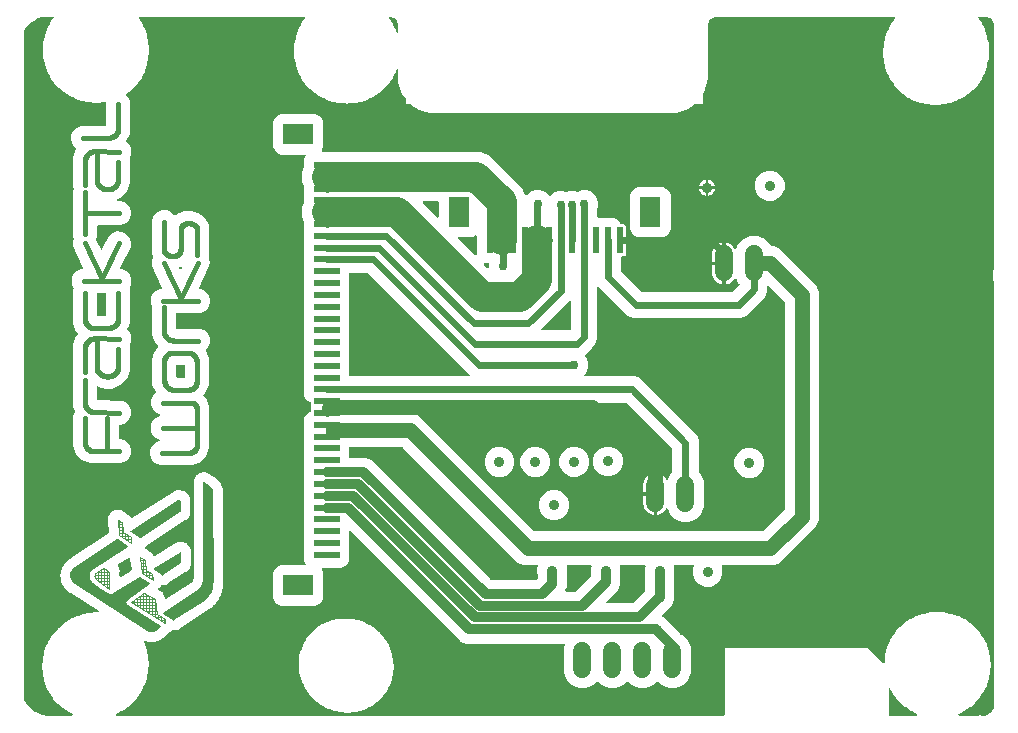
<source format=gtl>
G04 EAGLE Gerber RS-274X export*
G75*
%MOMM*%
%FSLAX34Y34*%
%LPD*%
%INTop Copper*%
%IPPOS*%
%AMOC8*
5,1,8,0,0,1.08239X$1,22.5*%
G01*
%ADD10R,2.200000X0.600000*%
%ADD11R,2.600000X1.800000*%
%ADD12R,0.600000X2.200000*%
%ADD13R,1.800000X2.600000*%
%ADD14C,0.076200*%
%ADD15C,0.406400*%
%ADD16C,1.524000*%
%ADD17C,0.889000*%
%ADD18C,1.270000*%
%ADD19C,0.609600*%
%ADD20C,0.812800*%
%ADD21C,0.756400*%
%ADD22C,2.540000*%
%ADD23C,0.152400*%

G36*
X913109Y97293D02*
X913109Y97293D01*
X915499Y97848D01*
X915529Y97860D01*
X915562Y97865D01*
X915715Y97934D01*
X917938Y99253D01*
X917963Y99274D01*
X917993Y99289D01*
X918117Y99401D01*
X919838Y101330D01*
X919855Y101358D01*
X919879Y101381D01*
X919893Y101405D01*
X919901Y101413D01*
X919912Y101436D01*
X919964Y101525D01*
X921021Y103884D01*
X921022Y103888D01*
X921024Y103891D01*
X921073Y104051D01*
X921243Y104931D01*
X921244Y104958D01*
X921257Y105076D01*
X921257Y464321D01*
X921247Y464386D01*
X921246Y464452D01*
X921223Y464532D01*
X921218Y464564D01*
X921208Y464581D01*
X921199Y464613D01*
X920205Y467013D01*
X920205Y472787D01*
X921199Y475187D01*
X921214Y475251D01*
X921239Y475312D01*
X921248Y475395D01*
X921255Y475427D01*
X921254Y475446D01*
X921257Y475479D01*
X921257Y678819D01*
X921251Y678857D01*
X921253Y678896D01*
X921218Y679060D01*
X921132Y679318D01*
X921255Y681076D01*
X921254Y681096D01*
X921257Y681130D01*
X921257Y682605D01*
X921255Y682620D01*
X921257Y682634D01*
X921232Y682800D01*
X920738Y684671D01*
X920721Y684708D01*
X920713Y684749D01*
X920640Y684890D01*
X920637Y684895D01*
X920636Y684896D01*
X920636Y684898D01*
X919528Y686564D01*
X919500Y686594D01*
X919479Y686629D01*
X919365Y686740D01*
X919361Y686744D01*
X919360Y686744D01*
X919358Y686746D01*
X917773Y687965D01*
X917736Y687985D01*
X917705Y688012D01*
X917561Y688079D01*
X917556Y688082D01*
X917555Y688082D01*
X917553Y688083D01*
X915659Y688726D01*
X915649Y688727D01*
X915640Y688732D01*
X915603Y688739D01*
X915586Y688746D01*
X915542Y688751D01*
X915476Y688764D01*
X914475Y688845D01*
X914453Y688843D01*
X914413Y688847D01*
X912138Y688845D01*
X912134Y688846D01*
X912124Y688845D01*
X912108Y688845D01*
X912083Y688847D01*
X908763Y688847D01*
X908645Y688828D01*
X908526Y688809D01*
X908524Y688808D01*
X908521Y688808D01*
X908415Y688752D01*
X908308Y688696D01*
X908306Y688694D01*
X908303Y688692D01*
X908221Y688606D01*
X908137Y688519D01*
X908136Y688516D01*
X908134Y688514D01*
X908084Y688406D01*
X908032Y688297D01*
X908031Y688294D01*
X908030Y688291D01*
X908017Y688174D01*
X908003Y688053D01*
X908003Y688050D01*
X908003Y688047D01*
X908029Y687929D01*
X908053Y687812D01*
X908055Y687809D01*
X908055Y687806D01*
X908061Y687797D01*
X908130Y687663D01*
X908245Y687491D01*
X908267Y687468D01*
X908306Y687412D01*
X908485Y687208D01*
X908485Y687206D01*
X908502Y687168D01*
X908511Y687127D01*
X908583Y686989D01*
X908586Y686982D01*
X908587Y686980D01*
X908588Y686978D01*
X911096Y683225D01*
X911124Y683194D01*
X911146Y683158D01*
X911208Y683105D01*
X911264Y683045D01*
X911268Y683043D01*
X911389Y682798D01*
X911407Y682772D01*
X911439Y682712D01*
X911590Y682486D01*
X911590Y682484D01*
X911602Y682444D01*
X911605Y682402D01*
X911658Y682256D01*
X911660Y682248D01*
X911661Y682247D01*
X911662Y682244D01*
X913658Y678196D01*
X913683Y678162D01*
X913699Y678123D01*
X913754Y678062D01*
X913801Y677996D01*
X913806Y677993D01*
X913893Y677734D01*
X913908Y677706D01*
X913931Y677642D01*
X914052Y677399D01*
X914051Y677397D01*
X914058Y677355D01*
X914056Y677314D01*
X914089Y677162D01*
X914090Y677154D01*
X914091Y677152D01*
X914092Y677150D01*
X915543Y672876D01*
X915562Y672839D01*
X915574Y672798D01*
X915620Y672731D01*
X915658Y672659D01*
X915662Y672655D01*
X915715Y672387D01*
X915726Y672358D01*
X915741Y672291D01*
X915828Y672034D01*
X915828Y672032D01*
X915829Y671990D01*
X915821Y671949D01*
X915835Y671794D01*
X915835Y671786D01*
X915835Y671785D01*
X915836Y671782D01*
X916716Y667355D01*
X916731Y667316D01*
X916737Y667274D01*
X916774Y667201D01*
X916803Y667124D01*
X916806Y667121D01*
X916824Y666848D01*
X916831Y666818D01*
X916837Y666750D01*
X916890Y666483D01*
X916889Y666481D01*
X916885Y666440D01*
X916872Y666400D01*
X916865Y666244D01*
X916864Y666236D01*
X916864Y666235D01*
X916864Y666232D01*
X917156Y661784D01*
X917171Y661719D01*
X917176Y661653D01*
X917195Y661608D01*
X917195Y661212D01*
X917198Y661193D01*
X917196Y661162D01*
X917222Y660776D01*
X917213Y660755D01*
X917204Y660675D01*
X917197Y660643D01*
X917199Y660622D01*
X917195Y660588D01*
X917195Y659196D01*
X917206Y659130D01*
X917206Y659063D01*
X917222Y659018D01*
X917196Y658622D01*
X917198Y658603D01*
X917195Y658572D01*
X917195Y658185D01*
X917185Y658165D01*
X917171Y658085D01*
X917161Y658054D01*
X917162Y658033D01*
X917156Y658000D01*
X916855Y653419D01*
X916859Y653378D01*
X916854Y653336D01*
X916871Y653256D01*
X916879Y653174D01*
X916881Y653170D01*
X916828Y652902D01*
X916827Y652870D01*
X916815Y652803D01*
X916797Y652532D01*
X916796Y652531D01*
X916781Y652491D01*
X916758Y652456D01*
X916711Y652308D01*
X916708Y652301D01*
X916708Y652299D01*
X916708Y652297D01*
X915801Y647739D01*
X915800Y647697D01*
X915789Y647657D01*
X915795Y647575D01*
X915793Y647493D01*
X915794Y647488D01*
X915706Y647230D01*
X915701Y647199D01*
X915681Y647134D01*
X915628Y646867D01*
X915626Y646866D01*
X915606Y646829D01*
X915579Y646797D01*
X915513Y646657D01*
X915509Y646649D01*
X915509Y646648D01*
X915508Y646645D01*
X914014Y642245D01*
X914007Y642204D01*
X913992Y642165D01*
X913987Y642083D01*
X913974Y642003D01*
X913975Y641998D01*
X913854Y641753D01*
X913845Y641723D01*
X913816Y641661D01*
X913729Y641403D01*
X913727Y641402D01*
X913703Y641368D01*
X913671Y641341D01*
X913588Y641209D01*
X913583Y641203D01*
X913582Y641201D01*
X913581Y641199D01*
X911526Y637032D01*
X911514Y636992D01*
X911493Y636955D01*
X911478Y636875D01*
X911454Y636796D01*
X911454Y636791D01*
X911303Y636564D01*
X911290Y636535D01*
X911253Y636478D01*
X911133Y636234D01*
X911131Y636233D01*
X911102Y636203D01*
X911068Y636179D01*
X910967Y636060D01*
X910962Y636055D01*
X910961Y636053D01*
X910960Y636051D01*
X908378Y632187D01*
X908361Y632149D01*
X908336Y632116D01*
X908310Y632038D01*
X908276Y631964D01*
X908276Y631958D01*
X908096Y631753D01*
X908079Y631726D01*
X908035Y631674D01*
X907884Y631448D01*
X907882Y631448D01*
X907850Y631421D01*
X907813Y631402D01*
X907697Y631297D01*
X907692Y631292D01*
X907691Y631291D01*
X907689Y631289D01*
X904625Y627796D01*
X904603Y627760D01*
X904574Y627730D01*
X904538Y627656D01*
X904495Y627587D01*
X904494Y627582D01*
X904288Y627402D01*
X904268Y627378D01*
X904218Y627332D01*
X904039Y627127D01*
X904037Y627127D01*
X904001Y627105D01*
X903962Y627091D01*
X903834Y627002D01*
X903828Y626998D01*
X903827Y626996D01*
X903824Y626995D01*
X900331Y623931D01*
X900304Y623899D01*
X900271Y623873D01*
X900227Y623804D01*
X900174Y623741D01*
X900173Y623736D01*
X899946Y623585D01*
X899923Y623563D01*
X899867Y623524D01*
X899662Y623345D01*
X899661Y623345D01*
X899622Y623328D01*
X899581Y623319D01*
X899443Y623247D01*
X899436Y623244D01*
X899435Y623243D01*
X899433Y623242D01*
X895569Y620660D01*
X895538Y620632D01*
X895502Y620610D01*
X895449Y620548D01*
X895389Y620492D01*
X895387Y620488D01*
X895142Y620367D01*
X895116Y620349D01*
X895056Y620317D01*
X894830Y620166D01*
X894828Y620166D01*
X894788Y620154D01*
X894746Y620151D01*
X894600Y620098D01*
X894592Y620096D01*
X894591Y620095D01*
X894588Y620094D01*
X890421Y618039D01*
X890387Y618015D01*
X890348Y617998D01*
X890287Y617944D01*
X890221Y617896D01*
X890218Y617892D01*
X889959Y617804D01*
X889931Y617789D01*
X889867Y617766D01*
X889623Y617646D01*
X889622Y617646D01*
X889580Y617639D01*
X889539Y617642D01*
X889387Y617608D01*
X889379Y617607D01*
X889377Y617606D01*
X889375Y617606D01*
X888083Y617167D01*
X885840Y616406D01*
X884975Y616112D01*
X884938Y616092D01*
X884897Y616081D01*
X884830Y616035D01*
X884757Y615996D01*
X884754Y615993D01*
X884486Y615939D01*
X884457Y615928D01*
X884390Y615914D01*
X884133Y615826D01*
X884131Y615827D01*
X884089Y615826D01*
X884048Y615833D01*
X883893Y615820D01*
X883885Y615820D01*
X883883Y615819D01*
X883881Y615819D01*
X879323Y614912D01*
X879284Y614898D01*
X879243Y614892D01*
X879226Y614884D01*
X879226Y614883D01*
X879215Y614878D01*
X879170Y614855D01*
X879093Y614826D01*
X879089Y614823D01*
X878817Y614805D01*
X878786Y614798D01*
X878718Y614792D01*
X878452Y614739D01*
X878450Y614740D01*
X878408Y614744D01*
X878368Y614757D01*
X878213Y614764D01*
X878205Y614765D01*
X878203Y614765D01*
X878201Y614765D01*
X873620Y614464D01*
X873555Y614449D01*
X873489Y614444D01*
X873444Y614425D01*
X873048Y614425D01*
X873029Y614422D01*
X872998Y614424D01*
X872612Y614398D01*
X872591Y614407D01*
X872511Y614416D01*
X872479Y614423D01*
X872458Y614421D01*
X872424Y614425D01*
X871286Y614425D01*
X871220Y614414D01*
X871153Y614414D01*
X871108Y614398D01*
X870712Y614424D01*
X870693Y614422D01*
X870662Y614425D01*
X870275Y614425D01*
X870255Y614435D01*
X870175Y614449D01*
X870144Y614459D01*
X870123Y614458D01*
X870090Y614464D01*
X865675Y614754D01*
X865633Y614750D01*
X865592Y614755D01*
X865512Y614738D01*
X865430Y614730D01*
X865425Y614728D01*
X865158Y614781D01*
X865126Y614782D01*
X865059Y614794D01*
X864788Y614812D01*
X864786Y614813D01*
X864747Y614828D01*
X864712Y614851D01*
X864564Y614898D01*
X864557Y614901D01*
X864555Y614901D01*
X864552Y614902D01*
X860158Y615776D01*
X860116Y615777D01*
X860075Y615787D01*
X859994Y615781D01*
X859912Y615784D01*
X859907Y615783D01*
X859649Y615870D01*
X859617Y615876D01*
X859552Y615896D01*
X859286Y615949D01*
X859285Y615951D01*
X859248Y615970D01*
X859216Y615998D01*
X859075Y616063D01*
X859068Y616067D01*
X859066Y616068D01*
X859064Y616069D01*
X854821Y617509D01*
X854780Y617516D01*
X854741Y617531D01*
X854659Y617536D01*
X854579Y617549D01*
X854574Y617549D01*
X854329Y617669D01*
X854299Y617678D01*
X854237Y617707D01*
X853979Y617795D01*
X853978Y617796D01*
X853945Y617821D01*
X853917Y617852D01*
X853785Y617936D01*
X853779Y617940D01*
X853777Y617941D01*
X853775Y617942D01*
X849757Y619924D01*
X849717Y619936D01*
X849680Y619957D01*
X849600Y619972D01*
X849521Y619996D01*
X849516Y619996D01*
X849289Y620147D01*
X849260Y620160D01*
X849203Y620197D01*
X848959Y620317D01*
X848958Y620319D01*
X848928Y620348D01*
X848904Y620382D01*
X848785Y620482D01*
X848780Y620488D01*
X848778Y620488D01*
X848776Y620490D01*
X845051Y622979D01*
X845012Y622997D01*
X844979Y623022D01*
X844901Y623047D01*
X844827Y623081D01*
X844822Y623082D01*
X844616Y623262D01*
X844590Y623278D01*
X844537Y623322D01*
X844311Y623473D01*
X844311Y623475D01*
X844284Y623508D01*
X844266Y623545D01*
X844160Y623660D01*
X844155Y623666D01*
X844154Y623667D01*
X844152Y623669D01*
X840784Y626623D01*
X840748Y626645D01*
X840718Y626674D01*
X840644Y626710D01*
X840575Y626753D01*
X840570Y626754D01*
X840390Y626960D01*
X840366Y626980D01*
X840320Y627030D01*
X840115Y627209D01*
X840115Y627211D01*
X840093Y627247D01*
X840079Y627286D01*
X839990Y627414D01*
X839986Y627420D01*
X839985Y627422D01*
X839983Y627424D01*
X837029Y630792D01*
X836996Y630819D01*
X836971Y630852D01*
X836902Y630897D01*
X836839Y630949D01*
X836834Y630950D01*
X836682Y631177D01*
X836661Y631201D01*
X836622Y631256D01*
X836443Y631461D01*
X836442Y631463D01*
X836425Y631501D01*
X836417Y631542D01*
X836345Y631680D01*
X836342Y631687D01*
X836341Y631688D01*
X836339Y631691D01*
X833850Y635416D01*
X833822Y635447D01*
X833800Y635483D01*
X833738Y635536D01*
X833682Y635596D01*
X833678Y635598D01*
X833557Y635843D01*
X833539Y635869D01*
X833507Y635929D01*
X833356Y636155D01*
X833356Y636157D01*
X833344Y636197D01*
X833341Y636239D01*
X833288Y636386D01*
X833286Y636393D01*
X833285Y636394D01*
X833284Y636397D01*
X831302Y640415D01*
X831278Y640449D01*
X831261Y640488D01*
X831207Y640549D01*
X831159Y640615D01*
X831155Y640618D01*
X831067Y640877D01*
X831053Y640905D01*
X831029Y640969D01*
X830909Y641213D01*
X830909Y641215D01*
X830903Y641256D01*
X830905Y641297D01*
X830872Y641450D01*
X830870Y641457D01*
X830870Y641459D01*
X830869Y641461D01*
X829429Y645704D01*
X829409Y645741D01*
X829398Y645781D01*
X829352Y645849D01*
X829313Y645921D01*
X829309Y645925D01*
X829256Y646192D01*
X829245Y646222D01*
X829230Y646289D01*
X829143Y646546D01*
X829144Y646548D01*
X829142Y646589D01*
X829150Y646631D01*
X829137Y646785D01*
X829137Y646794D01*
X829136Y646795D01*
X829136Y646798D01*
X828262Y651192D01*
X828247Y651231D01*
X828241Y651273D01*
X828204Y651346D01*
X828175Y651423D01*
X828172Y651427D01*
X828154Y651699D01*
X828147Y651730D01*
X828141Y651798D01*
X828088Y652064D01*
X828089Y652066D01*
X828093Y652108D01*
X828106Y652147D01*
X828113Y652303D01*
X828114Y652311D01*
X828114Y652312D01*
X828114Y652315D01*
X827824Y656730D01*
X827809Y656795D01*
X827804Y656861D01*
X827785Y656906D01*
X827785Y657302D01*
X827782Y657320D01*
X827784Y657352D01*
X827758Y657738D01*
X827767Y657759D01*
X827776Y657839D01*
X827783Y657871D01*
X827781Y657892D01*
X827785Y657926D01*
X827785Y659064D01*
X827774Y659130D01*
X827774Y659197D01*
X827758Y659242D01*
X827784Y659638D01*
X827782Y659657D01*
X827785Y659688D01*
X827785Y660075D01*
X827795Y660095D01*
X827809Y660175D01*
X827819Y660206D01*
X827818Y660227D01*
X827824Y660260D01*
X828129Y664907D01*
X828125Y664949D01*
X828130Y664990D01*
X828113Y665071D01*
X828105Y665152D01*
X828103Y665157D01*
X828156Y665425D01*
X828158Y665456D01*
X828169Y665523D01*
X828187Y665794D01*
X828188Y665796D01*
X828203Y665835D01*
X828226Y665870D01*
X828273Y666018D01*
X828276Y666026D01*
X828276Y666027D01*
X828277Y666030D01*
X829196Y670652D01*
X829198Y670694D01*
X829208Y670735D01*
X829202Y670816D01*
X829205Y670898D01*
X829203Y670903D01*
X829291Y671162D01*
X829296Y671193D01*
X829317Y671258D01*
X829370Y671524D01*
X829371Y671526D01*
X829391Y671562D01*
X829418Y671594D01*
X829484Y671735D01*
X829488Y671742D01*
X829488Y671744D01*
X829489Y671746D01*
X831004Y676209D01*
X831011Y676250D01*
X831027Y676289D01*
X831031Y676371D01*
X831045Y676452D01*
X831044Y676457D01*
X831165Y676702D01*
X831174Y676732D01*
X831203Y676794D01*
X831290Y677051D01*
X831292Y677052D01*
X831316Y677086D01*
X831347Y677114D01*
X831431Y677245D01*
X831436Y677251D01*
X831436Y677253D01*
X831438Y677255D01*
X833522Y681482D01*
X833534Y681522D01*
X833555Y681559D01*
X833570Y681639D01*
X833594Y681718D01*
X833594Y681723D01*
X833746Y681950D01*
X833759Y681979D01*
X833795Y682036D01*
X833915Y682280D01*
X833917Y682281D01*
X833946Y682311D01*
X833980Y682335D01*
X834081Y682454D01*
X834086Y682459D01*
X834087Y682461D01*
X834088Y682463D01*
X836707Y686382D01*
X836724Y686420D01*
X836749Y686453D01*
X836775Y686531D01*
X836809Y686606D01*
X836809Y686611D01*
X836989Y686816D01*
X837006Y686843D01*
X837050Y686895D01*
X837201Y687121D01*
X837203Y687122D01*
X837235Y687148D01*
X837272Y687167D01*
X837388Y687272D01*
X837393Y687277D01*
X837394Y687278D01*
X837396Y687280D01*
X837663Y687584D01*
X837688Y687624D01*
X837720Y687658D01*
X837752Y687728D01*
X837793Y687793D01*
X837804Y687838D01*
X837824Y687881D01*
X837832Y687957D01*
X837850Y688032D01*
X837846Y688079D01*
X837851Y688125D01*
X837834Y688200D01*
X837827Y688277D01*
X837808Y688320D01*
X837798Y688366D01*
X837759Y688432D01*
X837728Y688502D01*
X837696Y688537D01*
X837672Y688577D01*
X837614Y688627D01*
X837562Y688684D01*
X837521Y688706D01*
X837485Y688737D01*
X837414Y688766D01*
X837347Y688803D01*
X837301Y688811D01*
X837257Y688829D01*
X837125Y688843D01*
X837105Y688847D01*
X837099Y688846D01*
X837090Y688847D01*
X689293Y688847D01*
X689234Y688838D01*
X689175Y688838D01*
X689082Y688813D01*
X689079Y688812D01*
X686985Y688847D01*
X686980Y688846D01*
X686972Y688847D01*
X686848Y688847D01*
X686831Y688844D01*
X686802Y688846D01*
X685746Y688782D01*
X685742Y688782D01*
X685738Y688782D01*
X685573Y688752D01*
X683499Y688132D01*
X683469Y688118D01*
X683437Y688111D01*
X683289Y688032D01*
X681499Y686814D01*
X681475Y686792D01*
X681446Y686775D01*
X681329Y686655D01*
X679990Y684954D01*
X679975Y684925D01*
X679952Y684900D01*
X679876Y684751D01*
X679115Y682724D01*
X679114Y682721D01*
X679113Y682717D01*
X679073Y682554D01*
X678949Y681601D01*
X678950Y681569D01*
X678943Y681503D01*
X678943Y640951D01*
X678951Y640897D01*
X678950Y640843D01*
X678978Y640737D01*
X678982Y640708D01*
X678988Y640698D01*
X678992Y640681D01*
X679004Y640651D01*
X678943Y638657D01*
X678944Y638647D01*
X678943Y638633D01*
X678943Y636637D01*
X678930Y636608D01*
X678918Y636555D01*
X678896Y636506D01*
X678881Y636397D01*
X678874Y636368D01*
X678875Y636357D01*
X678873Y636339D01*
X678791Y633629D01*
X675624Y624455D01*
X675535Y624333D01*
X675519Y624303D01*
X675497Y624277D01*
X675464Y624193D01*
X675423Y624114D01*
X675418Y624080D01*
X675405Y624048D01*
X675387Y623882D01*
X675387Y614679D01*
X667461Y614679D01*
X667427Y614674D01*
X667393Y614676D01*
X667306Y614654D01*
X667218Y614640D01*
X667188Y614624D01*
X667155Y614615D01*
X667010Y614531D01*
X662055Y610886D01*
X652881Y607719D01*
X650171Y607637D01*
X650117Y607627D01*
X650063Y607626D01*
X649958Y607596D01*
X649929Y607590D01*
X649919Y607584D01*
X649902Y607580D01*
X649873Y607567D01*
X647876Y607567D01*
X647867Y607566D01*
X647853Y607567D01*
X645859Y607506D01*
X645829Y607518D01*
X645776Y607529D01*
X645726Y607549D01*
X645617Y607561D01*
X645588Y607567D01*
X645577Y607565D01*
X645559Y607567D01*
X448596Y607567D01*
X448582Y607565D01*
X448559Y607566D01*
X443948Y607341D01*
X434503Y609974D01*
X427710Y614549D01*
X427694Y614557D01*
X427680Y614569D01*
X427582Y614608D01*
X427487Y614652D01*
X427468Y614654D01*
X427452Y614661D01*
X427285Y614679D01*
X423671Y614679D01*
X423671Y618690D01*
X423664Y618733D01*
X423667Y618775D01*
X423645Y618853D01*
X423632Y618933D01*
X423612Y618971D01*
X423600Y619012D01*
X423522Y619141D01*
X423516Y619151D01*
X423515Y619152D01*
X423513Y619156D01*
X420382Y623213D01*
X417145Y632468D01*
X417124Y633821D01*
X417113Y633879D01*
X417113Y633939D01*
X417086Y634031D01*
X417080Y634063D01*
X417073Y634076D01*
X417067Y634096D01*
X417067Y637448D01*
X417066Y637453D01*
X417067Y637460D01*
X417034Y639567D01*
X417049Y639603D01*
X417059Y639698D01*
X417066Y639730D01*
X417065Y639745D01*
X417067Y639770D01*
X417067Y643739D01*
X417048Y643859D01*
X417028Y643980D01*
X417028Y643981D01*
X417028Y643982D01*
X416971Y644089D01*
X416914Y644198D01*
X416913Y644199D01*
X416912Y644200D01*
X416825Y644282D01*
X416736Y644368D01*
X416735Y644368D01*
X416734Y644369D01*
X416621Y644421D01*
X416513Y644472D01*
X416512Y644472D01*
X416511Y644473D01*
X416393Y644486D01*
X416269Y644500D01*
X416268Y644500D01*
X416267Y644500D01*
X416151Y644474D01*
X416028Y644448D01*
X416027Y644448D01*
X416026Y644447D01*
X415921Y644385D01*
X415817Y644323D01*
X415816Y644322D01*
X415815Y644321D01*
X415733Y644225D01*
X415656Y644136D01*
X415656Y644135D01*
X415655Y644134D01*
X415653Y644130D01*
X415585Y643984D01*
X415393Y643418D01*
X415386Y643377D01*
X415371Y643338D01*
X415366Y643256D01*
X415353Y643175D01*
X415353Y643170D01*
X415233Y642926D01*
X415224Y642895D01*
X415195Y642834D01*
X415107Y642576D01*
X415106Y642575D01*
X415081Y642541D01*
X415050Y642513D01*
X414966Y642382D01*
X414962Y642376D01*
X414961Y642374D01*
X414960Y642372D01*
X412890Y638175D01*
X412878Y638135D01*
X412857Y638098D01*
X412842Y638018D01*
X412818Y637939D01*
X412818Y637934D01*
X412667Y637707D01*
X412653Y637679D01*
X412617Y637621D01*
X412497Y637377D01*
X412495Y637376D01*
X412466Y637346D01*
X412432Y637322D01*
X412331Y637203D01*
X412326Y637198D01*
X412325Y637196D01*
X412324Y637194D01*
X409724Y633303D01*
X409706Y633265D01*
X409681Y633231D01*
X409656Y633153D01*
X409622Y633079D01*
X409621Y633074D01*
X409441Y632869D01*
X409425Y632842D01*
X409381Y632790D01*
X409230Y632564D01*
X409228Y632563D01*
X409196Y632537D01*
X409158Y632518D01*
X409043Y632412D01*
X409037Y632408D01*
X409036Y632406D01*
X409034Y632405D01*
X405949Y628886D01*
X405926Y628850D01*
X405897Y628821D01*
X405862Y628747D01*
X405818Y628677D01*
X405817Y628672D01*
X405612Y628492D01*
X405592Y628468D01*
X405542Y628422D01*
X405363Y628218D01*
X405361Y628217D01*
X405325Y628195D01*
X405286Y628181D01*
X405158Y628092D01*
X405151Y628088D01*
X405150Y628087D01*
X405148Y628085D01*
X401629Y625000D01*
X401603Y624967D01*
X401570Y624941D01*
X401525Y624873D01*
X401473Y624810D01*
X401471Y624805D01*
X401244Y624653D01*
X401221Y624632D01*
X401165Y624593D01*
X400961Y624413D01*
X400959Y624413D01*
X400921Y624396D01*
X400880Y624388D01*
X400742Y624316D01*
X400735Y624313D01*
X400734Y624312D01*
X400731Y624310D01*
X396840Y621710D01*
X396809Y621682D01*
X396773Y621660D01*
X396720Y621598D01*
X396660Y621542D01*
X396658Y621538D01*
X396413Y621417D01*
X396387Y621399D01*
X396327Y621367D01*
X396101Y621216D01*
X396099Y621217D01*
X396059Y621205D01*
X396017Y621201D01*
X395871Y621148D01*
X395863Y621146D01*
X395862Y621145D01*
X395859Y621144D01*
X391662Y619074D01*
X391628Y619050D01*
X391589Y619033D01*
X391529Y618979D01*
X391462Y618931D01*
X391459Y618927D01*
X391200Y618839D01*
X391172Y618824D01*
X391108Y618801D01*
X390865Y618681D01*
X390863Y618681D01*
X390822Y618675D01*
X390780Y618677D01*
X390628Y618644D01*
X390620Y618642D01*
X390618Y618642D01*
X390616Y618641D01*
X386184Y617137D01*
X386147Y617117D01*
X386107Y617106D01*
X386039Y617059D01*
X385967Y617021D01*
X385964Y617017D01*
X385696Y616964D01*
X385666Y616953D01*
X385600Y616938D01*
X385343Y616851D01*
X385341Y616851D01*
X385299Y616850D01*
X385258Y616858D01*
X385103Y616845D01*
X385095Y616844D01*
X385093Y616844D01*
X385091Y616844D01*
X380501Y615931D01*
X380461Y615916D01*
X380420Y615910D01*
X380347Y615873D01*
X380270Y615844D01*
X380266Y615841D01*
X379994Y615823D01*
X379963Y615816D01*
X379895Y615810D01*
X379629Y615757D01*
X379627Y615758D01*
X379585Y615762D01*
X379546Y615775D01*
X379390Y615782D01*
X379382Y615783D01*
X379381Y615783D01*
X379378Y615783D01*
X374764Y615480D01*
X374699Y615465D01*
X374633Y615460D01*
X374588Y615441D01*
X374192Y615441D01*
X374174Y615438D01*
X374142Y615440D01*
X373756Y615414D01*
X373735Y615423D01*
X373655Y615432D01*
X373623Y615439D01*
X373602Y615437D01*
X373568Y615441D01*
X373446Y615441D01*
X373380Y615430D01*
X373313Y615430D01*
X373268Y615414D01*
X372872Y615440D01*
X372853Y615438D01*
X372822Y615441D01*
X372435Y615441D01*
X372415Y615451D01*
X372335Y615465D01*
X372304Y615475D01*
X372283Y615474D01*
X372250Y615480D01*
X367669Y615781D01*
X367628Y615777D01*
X367586Y615782D01*
X367506Y615765D01*
X367424Y615757D01*
X367420Y615755D01*
X367152Y615808D01*
X367120Y615809D01*
X367053Y615821D01*
X366782Y615839D01*
X366781Y615840D01*
X366741Y615855D01*
X366706Y615878D01*
X366558Y615925D01*
X366551Y615928D01*
X366549Y615928D01*
X366547Y615928D01*
X361989Y616835D01*
X361947Y616836D01*
X361907Y616847D01*
X361825Y616841D01*
X361743Y616843D01*
X361738Y616842D01*
X361480Y616930D01*
X361449Y616935D01*
X361384Y616955D01*
X361117Y617008D01*
X361116Y617010D01*
X361079Y617030D01*
X361047Y617057D01*
X360907Y617123D01*
X360899Y617127D01*
X360898Y617127D01*
X360895Y617128D01*
X356495Y618622D01*
X356454Y618629D01*
X356415Y618644D01*
X356333Y618649D01*
X356253Y618662D01*
X356248Y618661D01*
X356003Y618782D01*
X355973Y618791D01*
X355911Y618820D01*
X355653Y618907D01*
X355652Y618909D01*
X355618Y618933D01*
X355591Y618965D01*
X355459Y619048D01*
X355453Y619053D01*
X355451Y619054D01*
X355449Y619055D01*
X351282Y621110D01*
X351242Y621122D01*
X351205Y621143D01*
X351125Y621158D01*
X351046Y621182D01*
X351041Y621182D01*
X350814Y621333D01*
X350785Y621346D01*
X350728Y621383D01*
X350484Y621503D01*
X350483Y621505D01*
X350453Y621534D01*
X350429Y621568D01*
X350310Y621669D01*
X350305Y621674D01*
X350303Y621675D01*
X350301Y621676D01*
X346437Y624258D01*
X346399Y624275D01*
X346366Y624300D01*
X346288Y624326D01*
X346214Y624360D01*
X346208Y624360D01*
X346003Y624540D01*
X345976Y624557D01*
X345924Y624601D01*
X345698Y624752D01*
X345698Y624754D01*
X345671Y624786D01*
X345652Y624823D01*
X345547Y624939D01*
X345542Y624944D01*
X345541Y624945D01*
X345539Y624947D01*
X342046Y628011D01*
X342010Y628033D01*
X341980Y628062D01*
X341906Y628098D01*
X341837Y628141D01*
X341832Y628142D01*
X341652Y628348D01*
X341628Y628368D01*
X341582Y628418D01*
X341377Y628597D01*
X341377Y628599D01*
X341355Y628635D01*
X341341Y628674D01*
X341252Y628802D01*
X341248Y628808D01*
X341246Y628809D01*
X341245Y628812D01*
X338181Y632305D01*
X338149Y632332D01*
X338123Y632365D01*
X338054Y632409D01*
X337991Y632462D01*
X337986Y632463D01*
X337835Y632690D01*
X337813Y632713D01*
X337774Y632769D01*
X337595Y632974D01*
X337595Y632975D01*
X337578Y633014D01*
X337569Y633055D01*
X337497Y633193D01*
X337494Y633200D01*
X337493Y633201D01*
X337492Y633203D01*
X334910Y637067D01*
X334882Y637098D01*
X334860Y637134D01*
X334798Y637187D01*
X334742Y637247D01*
X334738Y637249D01*
X334617Y637494D01*
X334599Y637520D01*
X334567Y637580D01*
X334416Y637806D01*
X334416Y637808D01*
X334404Y637848D01*
X334401Y637890D01*
X334348Y638036D01*
X334346Y638044D01*
X334345Y638045D01*
X334344Y638048D01*
X332289Y642215D01*
X332265Y642249D01*
X332248Y642288D01*
X332194Y642349D01*
X332146Y642415D01*
X332142Y642418D01*
X332054Y642677D01*
X332039Y642705D01*
X332016Y642769D01*
X331896Y643013D01*
X331896Y643014D01*
X331889Y643056D01*
X331892Y643097D01*
X331858Y643249D01*
X331857Y643257D01*
X331856Y643259D01*
X331856Y643261D01*
X330362Y647661D01*
X330342Y647698D01*
X330331Y647739D01*
X330285Y647806D01*
X330246Y647879D01*
X330243Y647882D01*
X330189Y648150D01*
X330178Y648179D01*
X330164Y648246D01*
X330076Y648503D01*
X330077Y648505D01*
X330076Y648547D01*
X330083Y648588D01*
X330070Y648743D01*
X330070Y648751D01*
X330069Y648753D01*
X330069Y648755D01*
X329162Y653313D01*
X329148Y653352D01*
X329142Y653393D01*
X329105Y653466D01*
X329076Y653543D01*
X329073Y653547D01*
X329055Y653819D01*
X329048Y653850D01*
X329042Y653918D01*
X328989Y654184D01*
X328990Y654186D01*
X328994Y654228D01*
X329007Y654267D01*
X329014Y654423D01*
X329015Y654431D01*
X329015Y654432D01*
X329015Y654435D01*
X328714Y659016D01*
X328699Y659081D01*
X328694Y659147D01*
X328675Y659192D01*
X328675Y659588D01*
X328672Y659607D01*
X328674Y659638D01*
X328640Y660146D01*
X328674Y660654D01*
X328672Y660673D01*
X328675Y660704D01*
X328675Y661091D01*
X328685Y661111D01*
X328699Y661191D01*
X328709Y661222D01*
X328708Y661243D01*
X328714Y661276D01*
X329012Y665824D01*
X329008Y665865D01*
X329013Y665907D01*
X328997Y665987D01*
X328989Y666069D01*
X328987Y666073D01*
X329040Y666341D01*
X329041Y666373D01*
X329053Y666440D01*
X329071Y666711D01*
X329072Y666712D01*
X329087Y666751D01*
X329110Y666786D01*
X329157Y666935D01*
X329159Y666942D01*
X329159Y666944D01*
X329160Y666946D01*
X330060Y671471D01*
X330062Y671513D01*
X330072Y671554D01*
X330066Y671635D01*
X330069Y671717D01*
X330067Y671722D01*
X330155Y671980D01*
X330160Y672012D01*
X330181Y672077D01*
X330234Y672343D01*
X330235Y672344D01*
X330255Y672381D01*
X330282Y672413D01*
X330348Y672554D01*
X330352Y672561D01*
X330352Y672563D01*
X330353Y672565D01*
X331836Y676934D01*
X331843Y676975D01*
X331859Y677014D01*
X331863Y677095D01*
X331877Y677176D01*
X331876Y677181D01*
X331997Y677426D01*
X332006Y677456D01*
X332035Y677518D01*
X332122Y677775D01*
X332124Y677777D01*
X332148Y677810D01*
X332179Y677838D01*
X332263Y677970D01*
X332268Y677976D01*
X332268Y677978D01*
X332270Y677980D01*
X334310Y682117D01*
X334322Y682157D01*
X334343Y682194D01*
X334358Y682274D01*
X334382Y682353D01*
X334382Y682358D01*
X334533Y682585D01*
X334547Y682614D01*
X334583Y682671D01*
X334703Y682915D01*
X334705Y682916D01*
X334734Y682946D01*
X334768Y682970D01*
X334868Y683089D01*
X334874Y683094D01*
X334875Y683096D01*
X334876Y683098D01*
X337439Y686934D01*
X337457Y686972D01*
X337482Y687006D01*
X337507Y687083D01*
X337541Y687158D01*
X337542Y687163D01*
X337722Y687368D01*
X337738Y687395D01*
X337782Y687447D01*
X337927Y687663D01*
X337976Y687772D01*
X338027Y687881D01*
X338027Y687884D01*
X338028Y687887D01*
X338041Y688006D01*
X338054Y688125D01*
X338053Y688129D01*
X338054Y688132D01*
X338027Y688248D01*
X338002Y688366D01*
X338000Y688369D01*
X337999Y688372D01*
X337937Y688473D01*
X337875Y688577D01*
X337873Y688579D01*
X337871Y688582D01*
X337781Y688658D01*
X337689Y688737D01*
X337686Y688738D01*
X337683Y688740D01*
X337573Y688783D01*
X337460Y688829D01*
X337457Y688829D01*
X337454Y688830D01*
X337444Y688831D01*
X337294Y688847D01*
X198022Y688847D01*
X197904Y688828D01*
X197785Y688809D01*
X197782Y688808D01*
X197779Y688808D01*
X197674Y688752D01*
X197567Y688696D01*
X197564Y688694D01*
X197562Y688692D01*
X197480Y688606D01*
X197396Y688519D01*
X197394Y688516D01*
X197392Y688514D01*
X197341Y688405D01*
X197290Y688297D01*
X197290Y688294D01*
X197289Y688291D01*
X197276Y688173D01*
X197261Y688053D01*
X197262Y688050D01*
X197262Y688047D01*
X197287Y687930D01*
X197312Y687812D01*
X197313Y687809D01*
X197314Y687806D01*
X197319Y687797D01*
X197389Y687663D01*
X199506Y684495D01*
X199527Y684472D01*
X199530Y684467D01*
X199535Y684463D01*
X199556Y684428D01*
X199618Y684375D01*
X199674Y684315D01*
X199678Y684313D01*
X199799Y684068D01*
X199817Y684042D01*
X199849Y683982D01*
X200000Y683756D01*
X200000Y683754D01*
X200012Y683714D01*
X200015Y683672D01*
X200068Y683526D01*
X200070Y683518D01*
X200071Y683517D01*
X200072Y683514D01*
X202127Y679347D01*
X202151Y679313D01*
X202168Y679274D01*
X202222Y679213D01*
X202270Y679147D01*
X202274Y679144D01*
X202362Y678885D01*
X202377Y678857D01*
X202400Y678793D01*
X202520Y678549D01*
X202520Y678548D01*
X202527Y678506D01*
X202524Y678465D01*
X202558Y678313D01*
X202559Y678305D01*
X202560Y678303D01*
X202560Y678301D01*
X204054Y673901D01*
X204074Y673864D01*
X204085Y673823D01*
X204131Y673756D01*
X204170Y673683D01*
X204173Y673680D01*
X204227Y673412D01*
X204238Y673383D01*
X204252Y673316D01*
X204340Y673059D01*
X204339Y673057D01*
X204340Y673015D01*
X204333Y672974D01*
X204346Y672819D01*
X204346Y672811D01*
X204347Y672809D01*
X204347Y672807D01*
X205254Y668249D01*
X205268Y668210D01*
X205274Y668169D01*
X205311Y668096D01*
X205340Y668019D01*
X205343Y668015D01*
X205361Y667743D01*
X205368Y667712D01*
X205374Y667644D01*
X205427Y667378D01*
X205426Y667376D01*
X205422Y667334D01*
X205409Y667294D01*
X205402Y667139D01*
X205401Y667131D01*
X205401Y667129D01*
X205401Y667127D01*
X205702Y662546D01*
X205717Y662481D01*
X205722Y662415D01*
X205741Y662370D01*
X205741Y661974D01*
X205744Y661955D01*
X205742Y661924D01*
X205768Y661538D01*
X205759Y661517D01*
X205750Y661437D01*
X205743Y661405D01*
X205745Y661384D01*
X205741Y661350D01*
X205741Y659958D01*
X205752Y659892D01*
X205752Y659825D01*
X205768Y659780D01*
X205742Y659384D01*
X205744Y659365D01*
X205741Y659334D01*
X205741Y658947D01*
X205731Y658927D01*
X205717Y658847D01*
X205707Y658816D01*
X205708Y658795D01*
X205702Y658762D01*
X205410Y654314D01*
X205414Y654272D01*
X205409Y654230D01*
X205426Y654150D01*
X205434Y654069D01*
X205436Y654064D01*
X205383Y653796D01*
X205382Y653765D01*
X205370Y653698D01*
X205352Y653427D01*
X205351Y653425D01*
X205336Y653386D01*
X205313Y653351D01*
X205266Y653203D01*
X205263Y653195D01*
X205263Y653194D01*
X205262Y653191D01*
X204382Y648764D01*
X204380Y648722D01*
X204370Y648682D01*
X204376Y648600D01*
X204373Y648518D01*
X204375Y648513D01*
X204287Y648255D01*
X204282Y648224D01*
X204261Y648159D01*
X204208Y647892D01*
X204207Y647891D01*
X204187Y647854D01*
X204160Y647822D01*
X204094Y647682D01*
X204090Y647674D01*
X204090Y647673D01*
X204089Y647670D01*
X202638Y643396D01*
X202631Y643355D01*
X202615Y643316D01*
X202611Y643234D01*
X202597Y643153D01*
X202598Y643148D01*
X202477Y642904D01*
X202468Y642873D01*
X202439Y642812D01*
X202352Y642554D01*
X202350Y642553D01*
X202326Y642519D01*
X202295Y642491D01*
X202211Y642360D01*
X202206Y642354D01*
X202206Y642352D01*
X202204Y642350D01*
X200208Y638302D01*
X200196Y638262D01*
X200175Y638225D01*
X200160Y638145D01*
X200136Y638066D01*
X200136Y638061D01*
X199985Y637834D01*
X199972Y637805D01*
X199935Y637748D01*
X199815Y637504D01*
X199813Y637503D01*
X199784Y637473D01*
X199750Y637449D01*
X199649Y637330D01*
X199644Y637325D01*
X199644Y637323D01*
X199642Y637321D01*
X197134Y633568D01*
X197117Y633530D01*
X197092Y633496D01*
X197066Y633419D01*
X197032Y633344D01*
X197032Y633339D01*
X196852Y633134D01*
X196835Y633107D01*
X196791Y633055D01*
X196640Y632829D01*
X196638Y632828D01*
X196606Y632802D01*
X196569Y632783D01*
X196453Y632677D01*
X196448Y632673D01*
X196447Y632671D01*
X196445Y632670D01*
X193469Y629276D01*
X193446Y629240D01*
X193417Y629211D01*
X193382Y629137D01*
X193338Y629067D01*
X193337Y629062D01*
X193132Y628882D01*
X193112Y628858D01*
X193062Y628812D01*
X192882Y628608D01*
X192881Y628607D01*
X192845Y628585D01*
X192806Y628571D01*
X192678Y628482D01*
X192671Y628478D01*
X192670Y628477D01*
X192668Y628475D01*
X189274Y625499D01*
X189248Y625467D01*
X189215Y625441D01*
X189170Y625372D01*
X189118Y625309D01*
X189116Y625304D01*
X188889Y625153D01*
X188866Y625131D01*
X188810Y625092D01*
X188606Y624913D01*
X188604Y624913D01*
X188566Y624896D01*
X188525Y624887D01*
X188387Y624815D01*
X188380Y624812D01*
X188378Y624811D01*
X188376Y624810D01*
X186730Y623710D01*
X186664Y623648D01*
X186593Y623593D01*
X186575Y623565D01*
X186550Y623542D01*
X186507Y623463D01*
X186458Y623388D01*
X186449Y623355D01*
X186433Y623325D01*
X186418Y623237D01*
X186395Y623150D01*
X186397Y623117D01*
X186391Y623083D01*
X186405Y622994D01*
X186411Y622905D01*
X186424Y622874D01*
X186429Y622840D01*
X186470Y622760D01*
X186504Y622677D01*
X186531Y622643D01*
X186542Y622622D01*
X186565Y622600D01*
X186608Y622545D01*
X188769Y620330D01*
X190271Y616577D01*
X190013Y595416D01*
X190017Y595383D01*
X190015Y595350D01*
X190045Y595185D01*
X190142Y594866D01*
X189990Y593323D01*
X189991Y593300D01*
X189986Y593258D01*
X189967Y591707D01*
X189836Y591401D01*
X189828Y591369D01*
X189813Y591340D01*
X189778Y591175D01*
X189609Y589459D01*
X186835Y583950D01*
X186830Y583933D01*
X186820Y583919D01*
X186793Y583816D01*
X186762Y583715D01*
X186762Y583698D01*
X186757Y583681D01*
X186764Y583575D01*
X186767Y583469D01*
X186772Y583453D01*
X186774Y583436D01*
X186814Y583338D01*
X186850Y583238D01*
X186861Y583224D01*
X186867Y583208D01*
X186970Y583076D01*
X189531Y580453D01*
X191032Y576701D01*
X190984Y572659D01*
X189611Y569454D01*
X189588Y569361D01*
X189558Y569270D01*
X189559Y569243D01*
X189552Y569216D01*
X189560Y569120D01*
X189561Y569024D01*
X189570Y568991D01*
X189572Y568970D01*
X189585Y568940D01*
X189607Y568863D01*
X189993Y567933D01*
X189993Y547828D01*
X186988Y540717D01*
X181453Y535336D01*
X178958Y534363D01*
X178867Y534309D01*
X178774Y534260D01*
X178762Y534247D01*
X178746Y534238D01*
X178678Y534158D01*
X178605Y534082D01*
X178597Y534066D01*
X178586Y534052D01*
X178546Y533955D01*
X178501Y533859D01*
X178499Y533841D01*
X178493Y533824D01*
X178486Y533719D01*
X178474Y533615D01*
X178478Y533597D01*
X178477Y533579D01*
X178504Y533477D01*
X178527Y533374D01*
X178536Y533359D01*
X178541Y533341D01*
X178599Y533253D01*
X178653Y533163D01*
X178667Y533151D01*
X178677Y533136D01*
X178760Y533072D01*
X178840Y533003D01*
X178857Y532996D01*
X178871Y532985D01*
X178970Y532951D01*
X179068Y532911D01*
X179090Y532909D01*
X179103Y532904D01*
X179134Y532904D01*
X179235Y532893D01*
X182615Y532893D01*
X186350Y531346D01*
X189208Y528488D01*
X190755Y524753D01*
X190755Y520711D01*
X189208Y516976D01*
X186350Y514118D01*
X182615Y512571D01*
X163068Y512571D01*
X163048Y512568D01*
X163029Y512570D01*
X162927Y512548D01*
X162825Y512532D01*
X162808Y512522D01*
X162788Y512518D01*
X162699Y512465D01*
X162608Y512416D01*
X162594Y512402D01*
X162577Y512392D01*
X162510Y512313D01*
X162438Y512238D01*
X162430Y512220D01*
X162417Y512205D01*
X162378Y512109D01*
X162335Y512015D01*
X162333Y511995D01*
X162325Y511977D01*
X162307Y511810D01*
X162307Y502677D01*
X161468Y500653D01*
X161443Y500545D01*
X161414Y500438D01*
X161415Y500425D01*
X161412Y500413D01*
X161422Y500303D01*
X161429Y500193D01*
X161434Y500178D01*
X161435Y500168D01*
X161446Y500143D01*
X161484Y500034D01*
X165211Y492208D01*
X165226Y492186D01*
X165235Y492161D01*
X165296Y492086D01*
X165351Y492006D01*
X165373Y491990D01*
X165389Y491969D01*
X165471Y491917D01*
X165549Y491859D01*
X165574Y491851D01*
X165596Y491836D01*
X165691Y491813D01*
X165783Y491783D01*
X165809Y491783D01*
X165835Y491777D01*
X165931Y491784D01*
X166028Y491785D01*
X166054Y491794D01*
X166080Y491796D01*
X166169Y491834D01*
X166261Y491866D01*
X166282Y491882D01*
X166306Y491892D01*
X166379Y491957D01*
X166455Y492016D01*
X166470Y492038D01*
X166490Y492056D01*
X166580Y492197D01*
X172134Y503401D01*
X175178Y506060D01*
X179008Y507352D01*
X183042Y507079D01*
X186663Y505284D01*
X189322Y502240D01*
X190614Y498410D01*
X190341Y494376D01*
X181399Y476334D01*
X181378Y476266D01*
X181347Y476201D01*
X181342Y476149D01*
X181326Y476099D01*
X181328Y476027D01*
X181320Y475957D01*
X181331Y475905D01*
X181333Y475853D01*
X181357Y475786D01*
X181373Y475716D01*
X181400Y475671D01*
X181418Y475622D01*
X181462Y475566D01*
X181499Y475505D01*
X181539Y475471D01*
X181571Y475430D01*
X181631Y475392D01*
X181686Y475345D01*
X181734Y475326D01*
X181778Y475297D01*
X181848Y475280D01*
X181914Y475253D01*
X181986Y475245D01*
X182017Y475237D01*
X182040Y475239D01*
X182081Y475235D01*
X182869Y475235D01*
X186604Y473688D01*
X189462Y470830D01*
X191009Y467095D01*
X191009Y463053D01*
X189585Y459616D01*
X189565Y459531D01*
X189537Y459449D01*
X189537Y459412D01*
X189529Y459377D01*
X189537Y459290D01*
X189537Y459203D01*
X189550Y459157D01*
X189552Y459132D01*
X189565Y459103D01*
X189582Y459041D01*
X190268Y457331D01*
X190005Y433361D01*
X190007Y433349D01*
X190020Y433200D01*
X190192Y432360D01*
X189995Y431345D01*
X189994Y431315D01*
X189981Y431209D01*
X189970Y430175D01*
X189633Y429387D01*
X189631Y429377D01*
X189586Y429233D01*
X189200Y427243D01*
X187682Y424654D01*
X187667Y424615D01*
X187643Y424580D01*
X187622Y424501D01*
X187593Y424424D01*
X187591Y424383D01*
X187580Y424342D01*
X187586Y424260D01*
X187582Y424179D01*
X187594Y424138D01*
X187597Y424097D01*
X187628Y424021D01*
X187650Y423942D01*
X187674Y423908D01*
X187690Y423869D01*
X187786Y423747D01*
X187790Y423740D01*
X187792Y423739D01*
X187793Y423737D01*
X189531Y421957D01*
X191032Y418205D01*
X190984Y414163D01*
X189611Y410958D01*
X189588Y410865D01*
X189558Y410774D01*
X189559Y410747D01*
X189552Y410720D01*
X189560Y410624D01*
X189561Y410528D01*
X189570Y410495D01*
X189572Y410474D01*
X189585Y410444D01*
X189607Y410367D01*
X189993Y409437D01*
X189993Y389332D01*
X186988Y382221D01*
X181453Y376840D01*
X174260Y374037D01*
X172574Y374084D01*
X170402Y374145D01*
X166330Y374260D01*
X162875Y375829D01*
X162818Y375845D01*
X162765Y375870D01*
X162743Y375872D01*
X162742Y375872D01*
X162700Y375877D01*
X162637Y375894D01*
X162579Y375890D01*
X162575Y375891D01*
X162574Y375891D01*
X162521Y375897D01*
X162457Y375883D01*
X162392Y375879D01*
X162337Y375857D01*
X162280Y375844D01*
X162224Y375811D01*
X162164Y375786D01*
X162119Y375748D01*
X162069Y375718D01*
X162027Y375669D01*
X161977Y375626D01*
X161947Y375576D01*
X161941Y375569D01*
X161930Y375557D01*
X161929Y375555D01*
X161909Y375531D01*
X161885Y375471D01*
X161852Y375415D01*
X161840Y375364D01*
X161827Y375334D01*
X161826Y375324D01*
X161817Y375303D01*
X161806Y375206D01*
X161800Y375174D01*
X161801Y375160D01*
X161799Y375136D01*
X161799Y364967D01*
X161801Y364952D01*
X161799Y364937D01*
X161821Y364831D01*
X161838Y364725D01*
X161846Y364711D01*
X161849Y364696D01*
X161903Y364603D01*
X161954Y364507D01*
X161965Y364497D01*
X161972Y364484D01*
X162053Y364413D01*
X162132Y364338D01*
X162146Y364332D01*
X162157Y364322D01*
X162257Y364280D01*
X162355Y364234D01*
X162370Y364233D01*
X162384Y364227D01*
X162551Y364206D01*
X182740Y363957D01*
X186456Y362364D01*
X189278Y359471D01*
X190779Y355718D01*
X190729Y351676D01*
X189136Y347960D01*
X186243Y345138D01*
X182490Y343637D01*
X181111Y343654D01*
X181087Y343650D01*
X181063Y343653D01*
X180966Y343632D01*
X180868Y343617D01*
X180846Y343606D01*
X180822Y343601D01*
X180737Y343550D01*
X180649Y343505D01*
X180632Y343487D01*
X180611Y343475D01*
X180547Y343400D01*
X180478Y343329D01*
X180467Y343307D01*
X180451Y343288D01*
X180414Y343196D01*
X180371Y343107D01*
X180368Y343083D01*
X180359Y343060D01*
X180341Y342893D01*
X180341Y331978D01*
X180344Y331958D01*
X180342Y331939D01*
X180364Y331837D01*
X180380Y331735D01*
X180390Y331718D01*
X180394Y331698D01*
X180447Y331609D01*
X180496Y331518D01*
X180510Y331504D01*
X180520Y331487D01*
X180599Y331420D01*
X180674Y331348D01*
X180692Y331340D01*
X180707Y331327D01*
X180803Y331288D01*
X180897Y331245D01*
X180917Y331243D01*
X180935Y331235D01*
X181102Y331217D01*
X182615Y331217D01*
X186350Y329670D01*
X189208Y326812D01*
X190755Y323077D01*
X190755Y319035D01*
X189208Y315300D01*
X186350Y312442D01*
X182615Y310895D01*
X155721Y310895D01*
X149186Y313602D01*
X144184Y318604D01*
X141477Y325139D01*
X141477Y327339D01*
X141467Y327399D01*
X141468Y327460D01*
X141451Y327518D01*
X141477Y329498D01*
X141477Y329502D01*
X141477Y329508D01*
X141477Y331484D01*
X141485Y331502D01*
X141496Y331595D01*
X141504Y331627D01*
X141502Y331643D01*
X141505Y331669D01*
X141758Y351149D01*
X143054Y354166D01*
X143078Y354262D01*
X143108Y354356D01*
X143108Y354381D01*
X143113Y354404D01*
X143105Y354503D01*
X143104Y354602D01*
X143095Y354631D01*
X143093Y354650D01*
X143080Y354680D01*
X143056Y354763D01*
X141477Y358492D01*
X141477Y383783D01*
X141962Y384952D01*
X141982Y385041D01*
X142011Y385128D01*
X142010Y385160D01*
X142018Y385192D01*
X142009Y385282D01*
X142008Y385374D01*
X141997Y385413D01*
X141995Y385437D01*
X141982Y385466D01*
X141962Y385535D01*
X141731Y386091D01*
X141731Y411995D01*
X144406Y418601D01*
X145826Y420066D01*
X145844Y420092D01*
X145868Y420113D01*
X145914Y420193D01*
X145966Y420268D01*
X145975Y420299D01*
X145991Y420326D01*
X146009Y420416D01*
X146035Y420505D01*
X146034Y420536D01*
X146040Y420567D01*
X146029Y420658D01*
X146025Y420750D01*
X146013Y420780D01*
X146010Y420811D01*
X145970Y420894D01*
X145937Y420980D01*
X145917Y421004D01*
X145903Y421033D01*
X145792Y421159D01*
X144556Y422286D01*
X141477Y429259D01*
X141477Y457443D01*
X142010Y458730D01*
X142031Y458819D01*
X142060Y458906D01*
X142059Y458938D01*
X142067Y458970D01*
X142058Y459060D01*
X142057Y459152D01*
X142046Y459191D01*
X142044Y459215D01*
X142030Y459244D01*
X142010Y459313D01*
X140461Y463053D01*
X140461Y467095D01*
X142008Y470830D01*
X144866Y473688D01*
X148601Y475235D01*
X149580Y475235D01*
X149645Y475245D01*
X149710Y475246D01*
X149765Y475265D01*
X149823Y475274D01*
X149881Y475305D01*
X149942Y475327D01*
X149989Y475362D01*
X150040Y475390D01*
X150085Y475437D01*
X150137Y475477D01*
X150169Y475526D01*
X150209Y475568D01*
X150237Y475627D01*
X150273Y475682D01*
X150289Y475738D01*
X150313Y475791D01*
X150320Y475856D01*
X150337Y475919D01*
X150334Y475978D01*
X150340Y476035D01*
X150326Y476099D01*
X150322Y476165D01*
X150295Y476243D01*
X150288Y476276D01*
X150278Y476293D01*
X150267Y476323D01*
X141595Y494534D01*
X141386Y498571D01*
X142350Y501286D01*
X142362Y501356D01*
X142385Y501424D01*
X142384Y501476D01*
X142393Y501528D01*
X142383Y501599D01*
X142382Y501670D01*
X142362Y501739D01*
X142358Y501771D01*
X142347Y501792D01*
X142335Y501832D01*
X141985Y502677D01*
X141985Y519946D01*
X141975Y520011D01*
X141974Y520077D01*
X141951Y520157D01*
X141946Y520189D01*
X141936Y520206D01*
X141927Y520238D01*
X141731Y520711D01*
X141731Y524753D01*
X141927Y525226D01*
X141942Y525290D01*
X141967Y525351D01*
X141976Y525434D01*
X141983Y525466D01*
X141982Y525485D01*
X141985Y525518D01*
X141985Y542279D01*
X142216Y542835D01*
X142236Y542924D01*
X142265Y543011D01*
X142264Y543043D01*
X142272Y543075D01*
X142263Y543165D01*
X142262Y543257D01*
X142251Y543296D01*
X142249Y543319D01*
X142236Y543349D01*
X142216Y543418D01*
X141731Y544587D01*
X141731Y570491D01*
X144418Y577126D01*
X144446Y577170D01*
X144508Y577259D01*
X144512Y577273D01*
X144520Y577284D01*
X144546Y577391D01*
X144577Y577495D01*
X144576Y577509D01*
X144580Y577523D01*
X144571Y577632D01*
X144567Y577741D01*
X144562Y577754D01*
X144560Y577768D01*
X144518Y577869D01*
X144478Y577971D01*
X144470Y577982D01*
X144464Y577994D01*
X144359Y578125D01*
X141754Y580730D01*
X140207Y584465D01*
X140207Y588507D01*
X141754Y592242D01*
X144612Y595100D01*
X148347Y596647D01*
X168953Y596647D01*
X168968Y596649D01*
X168983Y596647D01*
X169089Y596669D01*
X169195Y596686D01*
X169209Y596694D01*
X169224Y596697D01*
X169317Y596751D01*
X169413Y596802D01*
X169423Y596813D01*
X169436Y596820D01*
X169508Y596902D01*
X169582Y596980D01*
X169588Y596994D01*
X169599Y597005D01*
X169640Y597105D01*
X169686Y597203D01*
X169687Y597218D01*
X169693Y597232D01*
X169714Y597399D01*
X169940Y615981D01*
X169926Y616079D01*
X169917Y616177D01*
X169907Y616200D01*
X169904Y616224D01*
X169858Y616312D01*
X169819Y616403D01*
X169802Y616421D01*
X169791Y616443D01*
X169720Y616512D01*
X169654Y616585D01*
X169633Y616597D01*
X169615Y616615D01*
X169526Y616657D01*
X169439Y616706D01*
X169415Y616710D01*
X169393Y616721D01*
X169295Y616733D01*
X169198Y616751D01*
X169167Y616749D01*
X169149Y616751D01*
X169117Y616744D01*
X169031Y616737D01*
X168753Y616682D01*
X168714Y616667D01*
X168672Y616661D01*
X168599Y616624D01*
X168522Y616595D01*
X168519Y616592D01*
X168246Y616574D01*
X168216Y616567D01*
X168148Y616561D01*
X167881Y616508D01*
X167879Y616509D01*
X167838Y616513D01*
X167798Y616526D01*
X167642Y616533D01*
X167634Y616534D01*
X167633Y616534D01*
X167630Y616534D01*
X163182Y616242D01*
X163117Y616227D01*
X163051Y616222D01*
X163006Y616203D01*
X162610Y616203D01*
X162592Y616200D01*
X162560Y616202D01*
X162174Y616176D01*
X162153Y616185D01*
X162072Y616194D01*
X162040Y616201D01*
X162020Y616200D01*
X161986Y616203D01*
X161102Y616203D01*
X161036Y616192D01*
X160969Y616192D01*
X160924Y616176D01*
X160528Y616202D01*
X160509Y616200D01*
X160478Y616203D01*
X160091Y616203D01*
X160071Y616213D01*
X159991Y616227D01*
X159960Y616237D01*
X159939Y616236D01*
X159906Y616242D01*
X155292Y616545D01*
X155250Y616541D01*
X155209Y616546D01*
X155129Y616529D01*
X155047Y616521D01*
X155042Y616519D01*
X154775Y616572D01*
X154743Y616573D01*
X154676Y616585D01*
X154405Y616603D01*
X154403Y616604D01*
X154364Y616619D01*
X154329Y616642D01*
X154181Y616689D01*
X154174Y616692D01*
X154172Y616692D01*
X154169Y616693D01*
X149579Y617606D01*
X149538Y617607D01*
X149497Y617617D01*
X149415Y617611D01*
X149333Y617614D01*
X149329Y617613D01*
X149070Y617700D01*
X149039Y617705D01*
X148974Y617726D01*
X148707Y617779D01*
X148706Y617780D01*
X148669Y617800D01*
X148638Y617828D01*
X148497Y617893D01*
X148490Y617897D01*
X148488Y617898D01*
X148486Y617899D01*
X144054Y619403D01*
X144013Y619410D01*
X143974Y619425D01*
X143892Y619430D01*
X143811Y619443D01*
X143806Y619443D01*
X143562Y619563D01*
X143531Y619572D01*
X143470Y619601D01*
X143212Y619689D01*
X143211Y619690D01*
X143177Y619715D01*
X143149Y619746D01*
X143018Y619830D01*
X143012Y619834D01*
X143010Y619835D01*
X143008Y619836D01*
X138811Y621906D01*
X138771Y621918D01*
X138734Y621939D01*
X138654Y621954D01*
X138575Y621978D01*
X138570Y621978D01*
X138343Y622129D01*
X138314Y622143D01*
X138257Y622179D01*
X138013Y622299D01*
X138012Y622301D01*
X137982Y622330D01*
X137958Y622364D01*
X137839Y622464D01*
X137834Y622470D01*
X137832Y622471D01*
X137830Y622472D01*
X133939Y625072D01*
X133901Y625090D01*
X133867Y625115D01*
X133790Y625140D01*
X133715Y625174D01*
X133710Y625175D01*
X133505Y625355D01*
X133478Y625371D01*
X133426Y625415D01*
X133200Y625566D01*
X133199Y625568D01*
X133173Y625600D01*
X133154Y625638D01*
X133048Y625753D01*
X133044Y625759D01*
X133042Y625760D01*
X133041Y625762D01*
X129522Y628847D01*
X129486Y628870D01*
X129457Y628899D01*
X129383Y628934D01*
X129313Y628978D01*
X129308Y628979D01*
X129128Y629184D01*
X129104Y629204D01*
X129058Y629254D01*
X128854Y629433D01*
X128853Y629435D01*
X128831Y629471D01*
X128817Y629510D01*
X128728Y629638D01*
X128724Y629645D01*
X128723Y629646D01*
X128721Y629648D01*
X125636Y633167D01*
X125603Y633193D01*
X125577Y633226D01*
X125509Y633271D01*
X125446Y633323D01*
X125441Y633325D01*
X125289Y633552D01*
X125268Y633575D01*
X125229Y633631D01*
X125049Y633835D01*
X125049Y633837D01*
X125032Y633875D01*
X125024Y633916D01*
X124952Y634054D01*
X124949Y634061D01*
X124948Y634062D01*
X124946Y634065D01*
X122346Y637956D01*
X122318Y637987D01*
X122296Y638023D01*
X122234Y638076D01*
X122178Y638136D01*
X122174Y638138D01*
X122053Y638383D01*
X122035Y638409D01*
X122003Y638469D01*
X121852Y638695D01*
X121852Y638697D01*
X121840Y638737D01*
X121837Y638779D01*
X121784Y638926D01*
X121782Y638933D01*
X121781Y638934D01*
X121780Y638937D01*
X119710Y643134D01*
X119686Y643168D01*
X119669Y643207D01*
X119615Y643267D01*
X119567Y643334D01*
X119563Y643337D01*
X119475Y643596D01*
X119460Y643624D01*
X119437Y643688D01*
X119317Y643931D01*
X119317Y643933D01*
X119311Y643974D01*
X119313Y644016D01*
X119280Y644168D01*
X119278Y644176D01*
X119278Y644178D01*
X119277Y644180D01*
X117773Y648612D01*
X117753Y648649D01*
X117742Y648689D01*
X117695Y648756D01*
X117657Y648829D01*
X117653Y648832D01*
X117600Y649100D01*
X117589Y649130D01*
X117574Y649196D01*
X117487Y649453D01*
X117487Y649455D01*
X117486Y649497D01*
X117494Y649538D01*
X117481Y649693D01*
X117480Y649701D01*
X117480Y649703D01*
X117480Y649705D01*
X116567Y654295D01*
X116552Y654335D01*
X116546Y654376D01*
X116509Y654449D01*
X116480Y654526D01*
X116477Y654530D01*
X116459Y654802D01*
X116452Y654833D01*
X116446Y654901D01*
X116393Y655167D01*
X116394Y655169D01*
X116398Y655211D01*
X116411Y655250D01*
X116418Y655406D01*
X116419Y655414D01*
X116419Y655415D01*
X116419Y655418D01*
X116113Y660088D01*
X116103Y660129D01*
X116103Y660170D01*
X116076Y660248D01*
X116057Y660328D01*
X116055Y660332D01*
X116072Y660604D01*
X116069Y660636D01*
X116072Y660704D01*
X116055Y660975D01*
X116056Y660977D01*
X116065Y661017D01*
X116083Y661055D01*
X116111Y661208D01*
X116112Y661216D01*
X116112Y661218D01*
X116113Y661220D01*
X116428Y666023D01*
X116423Y666064D01*
X116428Y666106D01*
X116412Y666186D01*
X116404Y666267D01*
X116402Y666272D01*
X116455Y666540D01*
X116456Y666571D01*
X116468Y666639D01*
X116486Y666910D01*
X116487Y666911D01*
X116502Y666950D01*
X116525Y666985D01*
X116572Y667134D01*
X116574Y667141D01*
X116575Y667143D01*
X116575Y667145D01*
X117514Y671866D01*
X117516Y671907D01*
X117526Y671948D01*
X117521Y672010D01*
X117527Y672056D01*
X117522Y672079D01*
X117523Y672111D01*
X117521Y672116D01*
X117609Y672375D01*
X117614Y672406D01*
X117635Y672471D01*
X117688Y672738D01*
X117689Y672739D01*
X117709Y672776D01*
X117736Y672807D01*
X117802Y672948D01*
X117806Y672955D01*
X117806Y672957D01*
X117807Y672959D01*
X119354Y677517D01*
X119361Y677558D01*
X119377Y677597D01*
X119381Y677679D01*
X119395Y677759D01*
X119394Y677764D01*
X119515Y678009D01*
X119524Y678040D01*
X119553Y678101D01*
X119640Y678359D01*
X119642Y678360D01*
X119666Y678394D01*
X119697Y678421D01*
X119781Y678553D01*
X119786Y678559D01*
X119786Y678561D01*
X119788Y678563D01*
X121916Y682879D01*
X121929Y682919D01*
X121949Y682956D01*
X121964Y683036D01*
X121988Y683115D01*
X121988Y683120D01*
X122139Y683347D01*
X122153Y683375D01*
X122189Y683433D01*
X122309Y683677D01*
X122311Y683678D01*
X122340Y683708D01*
X122374Y683732D01*
X122475Y683851D01*
X122480Y683856D01*
X122481Y683858D01*
X122482Y683860D01*
X125024Y687663D01*
X125073Y687772D01*
X125124Y687881D01*
X125124Y687884D01*
X125125Y687887D01*
X125138Y688007D01*
X125151Y688125D01*
X125150Y688129D01*
X125151Y688132D01*
X125124Y688248D01*
X125099Y688366D01*
X125097Y688369D01*
X125096Y688372D01*
X125034Y688474D01*
X124972Y688577D01*
X124970Y688579D01*
X124968Y688582D01*
X124876Y688659D01*
X124786Y688737D01*
X124783Y688738D01*
X124780Y688740D01*
X124670Y688783D01*
X124557Y688829D01*
X124554Y688829D01*
X124551Y688830D01*
X124541Y688831D01*
X124391Y688847D01*
X121580Y688847D01*
X121523Y688838D01*
X121466Y688839D01*
X121369Y688813D01*
X121338Y688808D01*
X121333Y688805D01*
X119277Y688847D01*
X119271Y688846D01*
X119261Y688847D01*
X119089Y688847D01*
X119076Y688845D01*
X119054Y688846D01*
X116500Y688727D01*
X116480Y688723D01*
X116349Y688704D01*
X111303Y687426D01*
X111286Y687418D01*
X111268Y687416D01*
X111114Y687350D01*
X106589Y684778D01*
X106574Y684766D01*
X106557Y684759D01*
X106426Y684654D01*
X102746Y680974D01*
X102735Y680959D01*
X102721Y680947D01*
X102622Y680811D01*
X100430Y676954D01*
X100396Y676861D01*
X100362Y676789D01*
X100361Y676773D01*
X100349Y676745D01*
X100348Y676732D01*
X100345Y676724D01*
X100344Y676698D01*
X100331Y676578D01*
X100331Y110702D01*
X100343Y110625D01*
X100347Y110547D01*
X100366Y110489D01*
X100371Y110459D01*
X100383Y110435D01*
X100399Y110387D01*
X101455Y108061D01*
X101462Y108050D01*
X101466Y108038D01*
X101557Y107896D01*
X105124Y103490D01*
X105133Y103481D01*
X105140Y103470D01*
X105263Y103356D01*
X109824Y99989D01*
X109835Y99983D01*
X109845Y99974D01*
X109993Y99895D01*
X115254Y97782D01*
X115280Y97776D01*
X115393Y97741D01*
X117691Y97297D01*
X117717Y97296D01*
X117836Y97283D01*
X141057Y97283D01*
X141128Y97294D01*
X141201Y97297D01*
X141249Y97314D01*
X141299Y97322D01*
X141364Y97356D01*
X141432Y97382D01*
X141472Y97414D01*
X141517Y97438D01*
X141567Y97490D01*
X141623Y97536D01*
X141651Y97579D01*
X141686Y97616D01*
X141717Y97682D01*
X141756Y97743D01*
X141768Y97793D01*
X141790Y97839D01*
X141798Y97911D01*
X141815Y97982D01*
X141811Y98033D01*
X141817Y98083D01*
X141801Y98154D01*
X141796Y98227D01*
X141775Y98274D01*
X141765Y98324D01*
X141727Y98386D01*
X141699Y98453D01*
X141665Y98491D01*
X141638Y98535D01*
X141583Y98582D01*
X141535Y98636D01*
X141476Y98674D01*
X141452Y98695D01*
X141429Y98704D01*
X141393Y98727D01*
X138049Y100376D01*
X138009Y100388D01*
X137972Y100409D01*
X137892Y100424D01*
X137813Y100448D01*
X137808Y100448D01*
X137581Y100599D01*
X137552Y100613D01*
X137495Y100649D01*
X137251Y100769D01*
X137250Y100771D01*
X137220Y100800D01*
X137214Y100808D01*
X137214Y100809D01*
X137196Y100834D01*
X137077Y100934D01*
X137072Y100940D01*
X137070Y100941D01*
X137068Y100942D01*
X133232Y103505D01*
X133194Y103523D01*
X133160Y103548D01*
X133083Y103573D01*
X133008Y103607D01*
X133003Y103608D01*
X132798Y103788D01*
X132771Y103804D01*
X132719Y103848D01*
X132493Y103999D01*
X132492Y104001D01*
X132466Y104033D01*
X132447Y104071D01*
X132342Y104186D01*
X132337Y104192D01*
X132336Y104193D01*
X132334Y104195D01*
X128865Y107237D01*
X128830Y107259D01*
X128800Y107288D01*
X128726Y107323D01*
X128656Y107367D01*
X128651Y107368D01*
X128472Y107573D01*
X128447Y107593D01*
X128401Y107644D01*
X128197Y107823D01*
X128196Y107825D01*
X128174Y107860D01*
X128161Y107900D01*
X128072Y108027D01*
X128067Y108034D01*
X128066Y108035D01*
X128065Y108037D01*
X125023Y111506D01*
X124990Y111532D01*
X124964Y111565D01*
X124896Y111610D01*
X124833Y111662D01*
X124828Y111664D01*
X124676Y111891D01*
X124655Y111914D01*
X124616Y111970D01*
X124437Y112174D01*
X124436Y112176D01*
X124419Y112214D01*
X124411Y112255D01*
X124339Y112394D01*
X124336Y112401D01*
X124335Y112402D01*
X124333Y112404D01*
X121770Y116240D01*
X121742Y116271D01*
X121720Y116307D01*
X121658Y116360D01*
X121602Y116420D01*
X121598Y116422D01*
X121477Y116667D01*
X121459Y116693D01*
X121427Y116753D01*
X121276Y116979D01*
X121276Y116981D01*
X121264Y117021D01*
X121261Y117063D01*
X121208Y117210D01*
X121206Y117217D01*
X121205Y117218D01*
X121204Y117221D01*
X119164Y121358D01*
X119139Y121392D01*
X119123Y121431D01*
X119068Y121492D01*
X119021Y121558D01*
X119016Y121562D01*
X118929Y121820D01*
X118914Y121848D01*
X118891Y121912D01*
X118770Y122156D01*
X118771Y122158D01*
X118764Y122199D01*
X118766Y122241D01*
X118733Y122392D01*
X118732Y122400D01*
X118731Y122402D01*
X118730Y122404D01*
X117247Y126773D01*
X117228Y126810D01*
X117216Y126850D01*
X117170Y126918D01*
X117132Y126990D01*
X117128Y126994D01*
X117075Y127261D01*
X117064Y127291D01*
X117049Y127358D01*
X116962Y127615D01*
X116962Y127617D01*
X116961Y127659D01*
X116969Y127700D01*
X116965Y127744D01*
X116967Y127763D01*
X116961Y127790D01*
X116955Y127855D01*
X116955Y127863D01*
X116955Y127864D01*
X116954Y127867D01*
X116054Y132392D01*
X116040Y132431D01*
X116034Y132472D01*
X115997Y132545D01*
X115968Y132622D01*
X115965Y132626D01*
X115947Y132898D01*
X115940Y132929D01*
X115934Y132997D01*
X115881Y133264D01*
X115882Y133265D01*
X115886Y133307D01*
X115899Y133347D01*
X115906Y133503D01*
X115907Y133510D01*
X115906Y133512D01*
X115906Y133514D01*
X115605Y138118D01*
X115595Y138159D01*
X115595Y138200D01*
X115568Y138278D01*
X115549Y138358D01*
X115547Y138362D01*
X115564Y138634D01*
X115561Y138666D01*
X115564Y138734D01*
X115547Y139005D01*
X115548Y139007D01*
X115557Y139047D01*
X115575Y139085D01*
X115603Y139238D01*
X115604Y139246D01*
X115604Y139248D01*
X115605Y139250D01*
X115924Y144119D01*
X115920Y144161D01*
X115925Y144202D01*
X115908Y144282D01*
X115900Y144364D01*
X115898Y144369D01*
X115951Y144636D01*
X115952Y144668D01*
X115964Y144735D01*
X115982Y145006D01*
X115983Y145007D01*
X115998Y145047D01*
X116021Y145082D01*
X116068Y145230D01*
X116071Y145237D01*
X116071Y145239D01*
X116072Y145242D01*
X117024Y150027D01*
X117025Y150069D01*
X117035Y150110D01*
X117029Y150191D01*
X117032Y150273D01*
X117030Y150278D01*
X117118Y150536D01*
X117123Y150568D01*
X117144Y150633D01*
X117197Y150899D01*
X117198Y150900D01*
X117218Y150937D01*
X117245Y150969D01*
X117311Y151110D01*
X117315Y151117D01*
X117316Y151119D01*
X117317Y151121D01*
X118885Y155741D01*
X118892Y155782D01*
X118907Y155821D01*
X118912Y155903D01*
X118925Y155984D01*
X118925Y155989D01*
X119045Y156234D01*
X119055Y156264D01*
X119083Y156326D01*
X119171Y156583D01*
X119172Y156584D01*
X119197Y156618D01*
X119228Y156646D01*
X119312Y156777D01*
X119316Y156783D01*
X119317Y156785D01*
X119318Y156787D01*
X121476Y161163D01*
X121489Y161203D01*
X121509Y161240D01*
X121524Y161320D01*
X121548Y161399D01*
X121548Y161404D01*
X121700Y161631D01*
X121713Y161660D01*
X121749Y161717D01*
X121870Y161961D01*
X121871Y161962D01*
X121900Y161992D01*
X121934Y162016D01*
X122035Y162135D01*
X122040Y162140D01*
X122041Y162142D01*
X122042Y162144D01*
X124753Y166201D01*
X124771Y166239D01*
X124796Y166273D01*
X124821Y166350D01*
X124855Y166425D01*
X124856Y166430D01*
X125036Y166635D01*
X125052Y166662D01*
X125096Y166714D01*
X125247Y166940D01*
X125249Y166941D01*
X125281Y166967D01*
X125319Y166986D01*
X125434Y167091D01*
X125440Y167096D01*
X125441Y167097D01*
X125443Y167099D01*
X128660Y170768D01*
X128682Y170803D01*
X128711Y170833D01*
X128747Y170907D01*
X128790Y170976D01*
X128791Y170981D01*
X128996Y171161D01*
X129016Y171186D01*
X129067Y171232D01*
X129246Y171436D01*
X129248Y171436D01*
X129283Y171458D01*
X129323Y171472D01*
X129450Y171561D01*
X129457Y171565D01*
X129458Y171567D01*
X129460Y171568D01*
X133129Y174785D01*
X133155Y174818D01*
X133188Y174844D01*
X133233Y174912D01*
X133285Y174975D01*
X133287Y174980D01*
X133514Y175132D01*
X133537Y175153D01*
X133593Y175192D01*
X133797Y175372D01*
X133799Y175372D01*
X133837Y175389D01*
X133878Y175397D01*
X134017Y175469D01*
X134024Y175472D01*
X134025Y175473D01*
X134027Y175475D01*
X138084Y178186D01*
X138115Y178214D01*
X138151Y178235D01*
X138204Y178297D01*
X138264Y178353D01*
X138266Y178358D01*
X138511Y178479D01*
X138537Y178497D01*
X138597Y178528D01*
X138823Y178679D01*
X138825Y178679D01*
X138865Y178691D01*
X138907Y178694D01*
X139053Y178747D01*
X139061Y178750D01*
X139062Y178751D01*
X139065Y178752D01*
X143441Y180910D01*
X143475Y180934D01*
X143513Y180951D01*
X143574Y181005D01*
X143641Y181053D01*
X143644Y181057D01*
X143902Y181145D01*
X143930Y181159D01*
X143994Y181183D01*
X144238Y181303D01*
X144240Y181303D01*
X144281Y181309D01*
X144323Y181307D01*
X144475Y181340D01*
X144483Y181342D01*
X144484Y181342D01*
X144487Y181343D01*
X145867Y181812D01*
X148110Y182573D01*
X149107Y182911D01*
X149144Y182931D01*
X149184Y182942D01*
X149252Y182989D01*
X149324Y183027D01*
X149328Y183031D01*
X149595Y183084D01*
X149625Y183095D01*
X149692Y183110D01*
X149949Y183197D01*
X149951Y183197D01*
X149993Y183198D01*
X150034Y183190D01*
X150189Y183203D01*
X150197Y183204D01*
X150198Y183204D01*
X150201Y183204D01*
X154986Y184156D01*
X155026Y184171D01*
X155067Y184177D01*
X155140Y184214D01*
X155217Y184243D01*
X155221Y184246D01*
X155493Y184264D01*
X155524Y184271D01*
X155592Y184277D01*
X155858Y184330D01*
X155860Y184329D01*
X155902Y184325D01*
X155941Y184312D01*
X156097Y184305D01*
X156105Y184304D01*
X156106Y184304D01*
X156109Y184304D01*
X160922Y184620D01*
X160987Y184635D01*
X161053Y184640D01*
X161098Y184659D01*
X161478Y184659D01*
X161544Y184670D01*
X161611Y184670D01*
X161656Y184686D01*
X161748Y184680D01*
X161780Y184683D01*
X161848Y184680D01*
X161930Y184686D01*
X161951Y184677D01*
X162031Y184668D01*
X162063Y184661D01*
X162084Y184663D01*
X162118Y184659D01*
X162489Y184659D01*
X162509Y184649D01*
X162589Y184635D01*
X162620Y184625D01*
X162641Y184626D01*
X162674Y184620D01*
X162817Y184610D01*
X162871Y184615D01*
X162925Y184611D01*
X162993Y184627D01*
X163062Y184634D01*
X163112Y184656D01*
X163164Y184669D01*
X163223Y184706D01*
X163287Y184735D01*
X163326Y184771D01*
X163372Y184800D01*
X163416Y184854D01*
X163467Y184902D01*
X163493Y184949D01*
X163527Y184991D01*
X163552Y185056D01*
X163585Y185117D01*
X163595Y185171D01*
X163614Y185221D01*
X163616Y185291D01*
X163628Y185360D01*
X163620Y185413D01*
X163622Y185467D01*
X163602Y185534D01*
X163592Y185603D01*
X163567Y185651D01*
X163552Y185703D01*
X163511Y185760D01*
X163480Y185822D01*
X163441Y185860D01*
X163410Y185904D01*
X163325Y185973D01*
X163304Y185993D01*
X163293Y185998D01*
X163280Y186010D01*
X139794Y201149D01*
X139769Y201160D01*
X139747Y201177D01*
X139592Y201241D01*
X139279Y201331D01*
X138317Y202097D01*
X138294Y202110D01*
X138255Y202141D01*
X137223Y202807D01*
X137177Y202872D01*
X137108Y202944D01*
X137044Y203019D01*
X137019Y203036D01*
X137006Y203049D01*
X136977Y203065D01*
X136905Y203113D01*
X136519Y203316D01*
X136042Y203888D01*
X136028Y203901D01*
X135932Y203997D01*
X135349Y204461D01*
X134984Y205120D01*
X134947Y205167D01*
X134918Y205220D01*
X134852Y205288D01*
X134832Y205313D01*
X134818Y205322D01*
X134801Y205340D01*
X134218Y205818D01*
X133867Y206475D01*
X133855Y206491D01*
X133781Y206604D01*
X133304Y207176D01*
X133080Y207896D01*
X133069Y207916D01*
X133066Y207934D01*
X133049Y207962D01*
X133035Y208007D01*
X132984Y208087D01*
X132970Y208116D01*
X132959Y208127D01*
X132945Y208148D01*
X132471Y208734D01*
X132260Y209449D01*
X132252Y209466D01*
X132202Y209592D01*
X131850Y210249D01*
X131777Y210999D01*
X131761Y211057D01*
X131756Y211116D01*
X131722Y211205D01*
X131713Y211236D01*
X131705Y211250D01*
X131696Y211273D01*
X131350Y211943D01*
X131288Y212685D01*
X131284Y212703D01*
X131260Y212838D01*
X131049Y213552D01*
X131128Y214301D01*
X131125Y214361D01*
X131132Y214421D01*
X131116Y214515D01*
X131114Y214547D01*
X131109Y214562D01*
X131105Y214587D01*
X130902Y215312D01*
X130991Y216052D01*
X130990Y216071D01*
X130994Y216207D01*
X130932Y216949D01*
X131162Y217667D01*
X131170Y217726D01*
X131189Y217783D01*
X131193Y217878D01*
X131198Y217910D01*
X131195Y217926D01*
X131196Y217951D01*
X131144Y218703D01*
X131382Y219409D01*
X131385Y219428D01*
X131416Y219560D01*
X131505Y220300D01*
X131875Y220956D01*
X131896Y221013D01*
X131925Y221065D01*
X131945Y221145D01*
X131949Y221152D01*
X131949Y221160D01*
X131960Y221187D01*
X131960Y221203D01*
X131966Y221228D01*
X132068Y221974D01*
X132443Y222618D01*
X132450Y222636D01*
X132507Y222759D01*
X132744Y223465D01*
X133239Y224033D01*
X133271Y224084D01*
X133310Y224129D01*
X133352Y224215D01*
X133369Y224242D01*
X133372Y224258D01*
X133383Y224280D01*
X133634Y224991D01*
X134131Y225546D01*
X134142Y225562D01*
X134223Y225671D01*
X134598Y226314D01*
X135198Y226771D01*
X135239Y226814D01*
X135287Y226850D01*
X135345Y226926D01*
X135367Y226949D01*
X135373Y226963D01*
X135389Y226983D01*
X135778Y227629D01*
X136377Y228071D01*
X136391Y228085D01*
X136492Y228175D01*
X136990Y228730D01*
X137375Y228914D01*
X137402Y228933D01*
X137466Y228966D01*
X138622Y229728D01*
X138633Y229738D01*
X138654Y229751D01*
X139821Y230611D01*
X139918Y230635D01*
X139960Y230653D01*
X140005Y230662D01*
X140127Y230725D01*
X140144Y230732D01*
X140148Y230735D01*
X140154Y230739D01*
X171753Y251580D01*
X171813Y251636D01*
X171879Y251685D01*
X171903Y251719D01*
X171934Y251747D01*
X171973Y251819D01*
X172020Y251886D01*
X172032Y251926D01*
X172052Y251963D01*
X172066Y252044D01*
X172089Y252122D01*
X172090Y252177D01*
X172095Y252205D01*
X172091Y252234D01*
X172092Y252290D01*
X171139Y262002D01*
X171134Y262021D01*
X171133Y262053D01*
X170906Y263415D01*
X170944Y263582D01*
X170947Y263622D01*
X170958Y263660D01*
X170960Y263826D01*
X170961Y263827D01*
X170960Y263827D01*
X170960Y263828D01*
X170944Y263998D01*
X171345Y265319D01*
X171347Y265338D01*
X171358Y265368D01*
X171669Y266713D01*
X171769Y266852D01*
X171787Y266888D01*
X171812Y266919D01*
X171877Y267072D01*
X171878Y267073D01*
X171928Y267237D01*
X172804Y268304D01*
X172814Y268321D01*
X172835Y268345D01*
X173637Y269468D01*
X173783Y269558D01*
X173813Y269585D01*
X173848Y269604D01*
X173967Y269720D01*
X173968Y269721D01*
X174077Y269853D01*
X175294Y270504D01*
X175310Y270515D01*
X175339Y270529D01*
X176509Y271260D01*
X176678Y271288D01*
X176716Y271301D01*
X176756Y271305D01*
X176911Y271367D01*
X176912Y271367D01*
X177063Y271448D01*
X178437Y271583D01*
X178455Y271588D01*
X178487Y271589D01*
X179849Y271816D01*
X180016Y271778D01*
X180056Y271775D01*
X180094Y271764D01*
X180260Y271762D01*
X180261Y271761D01*
X180261Y271762D01*
X180262Y271762D01*
X180432Y271778D01*
X181753Y271377D01*
X181772Y271375D01*
X181802Y271364D01*
X183147Y271053D01*
X183286Y270953D01*
X183322Y270935D01*
X183353Y270910D01*
X183506Y270845D01*
X183507Y270844D01*
X183671Y270794D01*
X184738Y269918D01*
X184755Y269908D01*
X184779Y269887D01*
X186835Y268418D01*
X186871Y268400D01*
X186903Y268375D01*
X187052Y268311D01*
X187055Y268309D01*
X187056Y268309D01*
X187057Y268309D01*
X187213Y268262D01*
X188288Y267382D01*
X188304Y267373D01*
X188327Y267352D01*
X189458Y266545D01*
X189543Y266407D01*
X189570Y266377D01*
X189590Y266341D01*
X189703Y266226D01*
X189706Y266222D01*
X189707Y266221D01*
X189833Y266118D01*
X190489Y264894D01*
X190501Y264879D01*
X190514Y264851D01*
X190755Y264465D01*
X190773Y264445D01*
X190785Y264422D01*
X190853Y264353D01*
X190917Y264280D01*
X190940Y264267D01*
X190959Y264248D01*
X191046Y264205D01*
X191130Y264157D01*
X191156Y264151D01*
X191180Y264140D01*
X191276Y264127D01*
X191371Y264107D01*
X191397Y264111D01*
X191424Y264107D01*
X191519Y264126D01*
X191615Y264137D01*
X191639Y264149D01*
X191665Y264154D01*
X191815Y264229D01*
X225401Y285986D01*
X225402Y285986D01*
X225403Y285988D01*
X225531Y286092D01*
X226001Y286570D01*
X226818Y286918D01*
X226845Y286935D01*
X226935Y286979D01*
X227680Y287462D01*
X228183Y287555D01*
X228200Y287561D01*
X228217Y287562D01*
X228375Y287618D01*
X229036Y287936D01*
X229108Y287940D01*
X229155Y287950D01*
X229203Y287951D01*
X229327Y287988D01*
X229348Y287993D01*
X229354Y287996D01*
X229364Y287999D01*
X229430Y288027D01*
X230749Y288039D01*
X230780Y288045D01*
X230880Y288052D01*
X231020Y288078D01*
X231035Y288073D01*
X231203Y288072D01*
X232356Y288190D01*
X232424Y288170D01*
X232472Y288163D01*
X232517Y288148D01*
X232646Y288141D01*
X232668Y288138D01*
X232675Y288139D01*
X232685Y288139D01*
X232756Y288143D01*
X234107Y287669D01*
X234132Y287665D01*
X234175Y287649D01*
X235564Y287303D01*
X235622Y287261D01*
X235665Y287239D01*
X235702Y287209D01*
X235821Y287158D01*
X235841Y287148D01*
X235847Y287147D01*
X235857Y287143D01*
X235925Y287123D01*
X237036Y286219D01*
X237058Y286206D01*
X237093Y286177D01*
X238282Y285380D01*
X238322Y285320D01*
X238354Y285285D01*
X238379Y285244D01*
X238474Y285157D01*
X238489Y285140D01*
X238495Y285137D01*
X238502Y285130D01*
X238560Y285088D01*
X239298Y283861D01*
X239314Y283842D01*
X239337Y283802D01*
X239461Y283634D01*
X239485Y283611D01*
X239536Y283547D01*
X239624Y283458D01*
X239633Y283438D01*
X239637Y283431D01*
X239639Y283423D01*
X239723Y283278D01*
X240185Y282649D01*
X240203Y282580D01*
X240222Y282536D01*
X240231Y282489D01*
X240291Y282374D01*
X240299Y282353D01*
X240304Y282349D01*
X240308Y282340D01*
X240348Y282280D01*
X240549Y281264D01*
X240557Y281243D01*
X240593Y281121D01*
X240920Y280331D01*
X240920Y279764D01*
X240921Y279756D01*
X240920Y279748D01*
X240942Y279582D01*
X241077Y279032D01*
X240928Y278051D01*
X240929Y278019D01*
X240920Y277937D01*
X240920Y270886D01*
X240924Y270859D01*
X240933Y270742D01*
X241086Y269947D01*
X240935Y269213D01*
X240935Y269193D01*
X240920Y269059D01*
X240920Y268309D01*
X240610Y267562D01*
X240604Y267535D01*
X240568Y267424D01*
X240405Y266631D01*
X239984Y266010D01*
X239976Y265992D01*
X239911Y265875D01*
X239624Y265182D01*
X239052Y264609D01*
X239036Y264588D01*
X238960Y264498D01*
X238904Y264415D01*
X238506Y263828D01*
X237880Y263416D01*
X237866Y263402D01*
X237761Y263318D01*
X237230Y262788D01*
X236483Y262478D01*
X236460Y262464D01*
X236355Y262410D01*
X203675Y240872D01*
X203669Y240866D01*
X203657Y240859D01*
X202602Y240119D01*
X202592Y240110D01*
X202580Y240104D01*
X202504Y240024D01*
X202426Y239947D01*
X202420Y239935D01*
X202410Y239926D01*
X202364Y239826D01*
X202314Y239728D01*
X202312Y239715D01*
X202306Y239703D01*
X202294Y239594D01*
X202278Y239485D01*
X202280Y239472D01*
X202278Y239458D01*
X202301Y239352D01*
X202321Y239243D01*
X202327Y239231D01*
X202330Y239218D01*
X202386Y239124D01*
X202439Y239027D01*
X202449Y239018D01*
X202456Y239006D01*
X202577Y238891D01*
X203300Y238339D01*
X203316Y238330D01*
X203340Y238311D01*
X205661Y236763D01*
X205695Y236748D01*
X205725Y236725D01*
X205881Y236663D01*
X206072Y236610D01*
X207141Y235779D01*
X207159Y235769D01*
X207186Y235747D01*
X208313Y234996D01*
X208423Y234831D01*
X208449Y234803D01*
X208468Y234771D01*
X208588Y234654D01*
X208745Y234532D01*
X209414Y233355D01*
X209427Y233339D01*
X209443Y233308D01*
X210042Y232413D01*
X210046Y232409D01*
X210049Y232403D01*
X210130Y232319D01*
X210210Y232234D01*
X210216Y232231D01*
X210220Y232226D01*
X210324Y232173D01*
X210427Y232117D01*
X210433Y232116D01*
X210439Y232113D01*
X210554Y232095D01*
X210669Y232076D01*
X210675Y232077D01*
X210682Y232076D01*
X210797Y232096D01*
X210912Y232114D01*
X210918Y232117D01*
X210924Y232118D01*
X211076Y232190D01*
X227523Y242380D01*
X227526Y242383D01*
X227529Y242384D01*
X227660Y242489D01*
X228098Y242926D01*
X228966Y243286D01*
X228994Y243303D01*
X229076Y243342D01*
X229875Y243837D01*
X230485Y243937D01*
X230489Y243938D01*
X230493Y243938D01*
X230654Y243985D01*
X231225Y244222D01*
X232165Y244222D01*
X232198Y244227D01*
X232288Y244232D01*
X233216Y244383D01*
X233818Y244242D01*
X233822Y244242D01*
X233826Y244240D01*
X233992Y244222D01*
X234611Y244222D01*
X235479Y243862D01*
X235511Y243854D01*
X235597Y243824D01*
X236512Y243609D01*
X237014Y243248D01*
X237017Y243246D01*
X237020Y243244D01*
X237167Y243163D01*
X237738Y242926D01*
X238403Y242261D01*
X238430Y242242D01*
X238497Y242182D01*
X239260Y241633D01*
X239586Y241107D01*
X239589Y241104D01*
X239590Y241101D01*
X239695Y240970D01*
X240132Y240532D01*
X240492Y239664D01*
X240509Y239636D01*
X240548Y239554D01*
X241043Y238755D01*
X241143Y238145D01*
X241144Y238141D01*
X241144Y238137D01*
X241191Y237976D01*
X241428Y237405D01*
X241428Y236465D01*
X241433Y236432D01*
X241438Y236342D01*
X241589Y235414D01*
X241448Y234812D01*
X241448Y234808D01*
X241446Y234804D01*
X241428Y234638D01*
X241428Y227187D01*
X241432Y227159D01*
X241441Y227045D01*
X241594Y226239D01*
X241444Y225515D01*
X241443Y225497D01*
X241428Y225360D01*
X241428Y224621D01*
X241114Y223864D01*
X241108Y223837D01*
X241072Y223727D01*
X240905Y222924D01*
X240648Y222546D01*
X240647Y222546D01*
X240489Y222314D01*
X240481Y222297D01*
X240415Y222177D01*
X240132Y221494D01*
X239552Y220914D01*
X239536Y220891D01*
X239461Y220804D01*
X239093Y220263D01*
X239093Y220262D01*
X239000Y220126D01*
X238382Y219721D01*
X238368Y219708D01*
X238341Y219686D01*
X238328Y219680D01*
X238315Y219665D01*
X238261Y219622D01*
X237738Y219100D01*
X236981Y218786D01*
X236957Y218771D01*
X236855Y218719D01*
X222186Y209100D01*
X222180Y209095D01*
X222170Y209090D01*
X220854Y208179D01*
X220852Y208179D01*
X220797Y208168D01*
X220705Y208121D01*
X220678Y208110D01*
X219124Y207815D01*
X219117Y207812D01*
X219106Y207811D01*
X217541Y207474D01*
X217539Y207474D01*
X217484Y207485D01*
X217380Y207477D01*
X217352Y207477D01*
X217064Y207537D01*
X216961Y207542D01*
X216859Y207552D01*
X216839Y207547D01*
X216818Y207548D01*
X216719Y207519D01*
X216619Y207496D01*
X216602Y207485D01*
X216582Y207479D01*
X216497Y207421D01*
X216410Y207367D01*
X216392Y207348D01*
X216379Y207339D01*
X216360Y207313D01*
X216296Y207244D01*
X216273Y207212D01*
X216266Y207199D01*
X216252Y207182D01*
X215438Y205961D01*
X215370Y205916D01*
X215336Y205884D01*
X215295Y205859D01*
X215206Y205762D01*
X215191Y205748D01*
X215188Y205743D01*
X215181Y205736D01*
X215133Y205671D01*
X214141Y205074D01*
X214095Y205035D01*
X214043Y205004D01*
X214002Y204955D01*
X213953Y204915D01*
X213922Y204863D01*
X213883Y204817D01*
X213859Y204758D01*
X213826Y204704D01*
X213813Y204645D01*
X213791Y204589D01*
X213787Y204525D01*
X213773Y204464D01*
X213780Y204404D01*
X213776Y204343D01*
X213793Y204282D01*
X213799Y204219D01*
X213825Y204164D01*
X213841Y204106D01*
X213876Y204053D01*
X213902Y203996D01*
X213944Y203952D01*
X213978Y203901D01*
X214028Y203863D01*
X214071Y203817D01*
X214124Y203788D01*
X214172Y203751D01*
X214259Y203716D01*
X214288Y203701D01*
X214304Y203698D01*
X214328Y203688D01*
X214746Y203571D01*
X215619Y202885D01*
X215646Y202870D01*
X215698Y202831D01*
X216650Y202260D01*
X216916Y201901D01*
X216929Y201889D01*
X216937Y201873D01*
X217057Y201756D01*
X217409Y201480D01*
X217952Y200512D01*
X217972Y200488D01*
X218004Y200432D01*
X218665Y199540D01*
X218774Y199106D01*
X218781Y199090D01*
X218783Y199072D01*
X218807Y199017D01*
X218810Y199001D01*
X218821Y198982D01*
X218848Y198918D01*
X219067Y198528D01*
X219200Y197427D01*
X219208Y197397D01*
X219217Y197333D01*
X219509Y196164D01*
X219519Y196141D01*
X219523Y196117D01*
X219568Y196028D01*
X219607Y195938D01*
X219623Y195919D01*
X219634Y195897D01*
X219705Y195828D01*
X219771Y195755D01*
X219792Y195743D01*
X219810Y195725D01*
X219899Y195682D01*
X219985Y195634D01*
X220009Y195629D01*
X220031Y195618D01*
X220129Y195606D01*
X220227Y195587D01*
X220251Y195591D01*
X220276Y195587D01*
X220372Y195607D01*
X220470Y195620D01*
X220493Y195631D01*
X220517Y195636D01*
X220666Y195712D01*
X241396Y209345D01*
X241412Y209360D01*
X241445Y209380D01*
X242200Y209968D01*
X242222Y209992D01*
X242289Y210050D01*
X242688Y210478D01*
X242707Y210506D01*
X242764Y210573D01*
X243090Y211060D01*
X243104Y211090D01*
X243149Y211165D01*
X243394Y211698D01*
X243403Y211729D01*
X243436Y211811D01*
X243494Y212017D01*
X243594Y212376D01*
X243597Y212408D01*
X243617Y212495D01*
X243707Y213291D01*
X243706Y213320D01*
X243712Y213377D01*
X243712Y293668D01*
X243710Y293682D01*
X243708Y293701D01*
X243709Y293715D01*
X243704Y293739D01*
X243696Y293825D01*
X243546Y294530D01*
X243699Y295355D01*
X243700Y295384D01*
X243712Y295494D01*
X243712Y296333D01*
X243988Y296998D01*
X243991Y297012D01*
X244033Y297150D01*
X244165Y297858D01*
X244622Y298562D01*
X244633Y298588D01*
X244687Y298685D01*
X245008Y299460D01*
X245517Y299970D01*
X245526Y299982D01*
X245617Y300093D01*
X246010Y300697D01*
X246701Y301172D01*
X246722Y301192D01*
X246808Y301261D01*
X247402Y301854D01*
X248067Y302130D01*
X248079Y302138D01*
X248207Y302206D01*
X248800Y302613D01*
X249621Y302787D01*
X249648Y302798D01*
X249754Y302829D01*
X250529Y303150D01*
X251250Y303150D01*
X251264Y303152D01*
X251407Y303166D01*
X252112Y303316D01*
X252937Y303163D01*
X252966Y303162D01*
X253076Y303150D01*
X253915Y303150D01*
X254580Y302874D01*
X254594Y302871D01*
X254732Y302829D01*
X255440Y302697D01*
X256144Y302240D01*
X256170Y302229D01*
X256267Y302175D01*
X257042Y301854D01*
X257552Y301345D01*
X257564Y301336D01*
X257675Y301245D01*
X260832Y299193D01*
X260854Y299183D01*
X260873Y299168D01*
X261027Y299102D01*
X261383Y298995D01*
X262299Y298245D01*
X262324Y298231D01*
X262366Y298196D01*
X263359Y297550D01*
X263399Y297491D01*
X263462Y297427D01*
X263517Y297357D01*
X263553Y297331D01*
X263570Y297314D01*
X263598Y297299D01*
X263654Y297259D01*
X264003Y297062D01*
X264417Y296535D01*
X264417Y296534D01*
X264418Y296534D01*
X264419Y296532D01*
X264535Y296415D01*
X265055Y295989D01*
X265413Y295320D01*
X265442Y295282D01*
X265464Y295238D01*
X265549Y295143D01*
X265563Y295125D01*
X265569Y295121D01*
X265575Y295113D01*
X266140Y294606D01*
X266430Y294000D01*
X266431Y293998D01*
X266518Y293858D01*
X266933Y293330D01*
X267137Y292598D01*
X267158Y292555D01*
X267169Y292508D01*
X267231Y292396D01*
X267241Y292375D01*
X267246Y292370D01*
X267251Y292361D01*
X267691Y291743D01*
X267842Y291088D01*
X267843Y291086D01*
X267897Y290931D01*
X268187Y290325D01*
X268228Y289567D01*
X268238Y289520D01*
X268239Y289472D01*
X268276Y289349D01*
X268281Y289327D01*
X268284Y289321D01*
X268287Y289311D01*
X268583Y288612D01*
X268588Y287941D01*
X268588Y287940D01*
X268588Y287938D01*
X268607Y287774D01*
X268758Y287120D01*
X268614Y286258D01*
X268614Y286226D01*
X268604Y286130D01*
X268606Y285544D01*
X268606Y285542D01*
X268606Y285540D01*
X268619Y283774D01*
X268613Y283749D01*
X268615Y283731D01*
X268612Y283700D01*
X268855Y212091D01*
X268861Y212053D01*
X268859Y212015D01*
X268894Y211851D01*
X268957Y211665D01*
X268863Y210313D01*
X268865Y210292D01*
X268861Y210257D01*
X268865Y208902D01*
X268791Y208720D01*
X268782Y208683D01*
X268766Y208649D01*
X268736Y208484D01*
X268724Y208318D01*
X268725Y208308D01*
X268723Y208298D01*
X268734Y208131D01*
X268830Y207598D01*
X268613Y206605D01*
X268611Y206572D01*
X268598Y206495D01*
X268527Y205481D01*
X268286Y204997D01*
X268283Y204987D01*
X268277Y204978D01*
X268224Y204819D01*
X268115Y204321D01*
X268114Y204311D01*
X268111Y204301D01*
X268098Y204134D01*
X268115Y203594D01*
X267757Y202642D01*
X267750Y202610D01*
X267725Y202536D01*
X267508Y201542D01*
X267200Y201098D01*
X267195Y201089D01*
X267188Y201081D01*
X267112Y200932D01*
X266933Y200454D01*
X266931Y200445D01*
X266926Y200436D01*
X266889Y200272D01*
X266828Y199735D01*
X266335Y198845D01*
X266324Y198814D01*
X266288Y198744D01*
X265930Y197793D01*
X265560Y197398D01*
X265554Y197390D01*
X265546Y197383D01*
X265449Y197246D01*
X265202Y196800D01*
X265199Y196790D01*
X265193Y196782D01*
X265132Y196626D01*
X264994Y196103D01*
X264377Y195294D01*
X264362Y195265D01*
X264317Y195201D01*
X263824Y194312D01*
X263401Y193975D01*
X263394Y193967D01*
X263385Y193962D01*
X263269Y193841D01*
X262960Y193435D01*
X262956Y193426D01*
X262948Y193419D01*
X262866Y193273D01*
X262653Y192775D01*
X261926Y192064D01*
X261906Y192038D01*
X261852Y191981D01*
X261236Y191173D01*
X260768Y190901D01*
X260761Y190894D01*
X260751Y190890D01*
X260619Y190787D01*
X260254Y190430D01*
X260248Y190422D01*
X260240Y190416D01*
X260137Y190284D01*
X259855Y189822D01*
X259032Y189224D01*
X259009Y189201D01*
X258948Y189153D01*
X258220Y188442D01*
X257718Y188241D01*
X257709Y188235D01*
X257700Y188233D01*
X257554Y188150D01*
X257516Y188122D01*
X257482Y188088D01*
X257443Y188062D01*
X257358Y187963D01*
X257343Y187947D01*
X257340Y187942D01*
X257334Y187935D01*
X257290Y187870D01*
X256060Y187063D01*
X256050Y187054D01*
X256030Y187042D01*
X254840Y186177D01*
X254765Y186159D01*
X254721Y186141D01*
X254674Y186132D01*
X254558Y186072D01*
X254538Y186064D01*
X254533Y186060D01*
X254525Y186055D01*
X231503Y170947D01*
X231502Y170946D01*
X230087Y170013D01*
X228421Y169696D01*
X228420Y169696D01*
X226761Y169376D01*
X226203Y169491D01*
X226098Y169496D01*
X225995Y169505D01*
X225976Y169501D01*
X225957Y169502D01*
X225856Y169473D01*
X225755Y169449D01*
X225735Y169438D01*
X225721Y169433D01*
X225694Y169415D01*
X225608Y169368D01*
X224760Y168768D01*
X224737Y168745D01*
X224661Y168684D01*
X224022Y168046D01*
X223416Y167795D01*
X223416Y167794D01*
X223415Y167794D01*
X223268Y167713D01*
X223055Y167562D01*
X223003Y167511D01*
X222945Y167467D01*
X222903Y167412D01*
X222880Y167390D01*
X222869Y167368D01*
X222843Y167334D01*
X222552Y166853D01*
X222515Y166826D01*
X222452Y166747D01*
X222449Y166744D01*
X221134Y165819D01*
X221129Y165814D01*
X221120Y165809D01*
X217430Y163089D01*
X217414Y163073D01*
X217394Y163061D01*
X217278Y162941D01*
X217043Y162636D01*
X216028Y162051D01*
X216006Y162033D01*
X215956Y162004D01*
X215013Y161309D01*
X214979Y161301D01*
X214899Y161266D01*
X214817Y161240D01*
X214777Y161214D01*
X214753Y161204D01*
X214730Y161183D01*
X214676Y161148D01*
X214418Y160935D01*
X213799Y160745D01*
X213798Y160744D01*
X213797Y160744D01*
X213643Y160677D01*
X213082Y160353D01*
X212368Y160260D01*
X212325Y160247D01*
X212281Y160243D01*
X212146Y160193D01*
X212132Y160189D01*
X212129Y160187D01*
X212124Y160185D01*
X211481Y159861D01*
X210835Y159813D01*
X210833Y159813D01*
X210832Y159813D01*
X210667Y159782D01*
X210048Y159591D01*
X209331Y159659D01*
X209287Y159656D01*
X209243Y159662D01*
X209101Y159643D01*
X209086Y159642D01*
X209082Y159641D01*
X209077Y159640D01*
X208378Y159468D01*
X207737Y159565D01*
X207736Y159565D01*
X207734Y159565D01*
X207567Y159572D01*
X206921Y159524D01*
X206237Y159750D01*
X206193Y159756D01*
X206152Y159772D01*
X206009Y159786D01*
X205994Y159788D01*
X205990Y159787D01*
X205985Y159788D01*
X205265Y159775D01*
X204662Y160013D01*
X204661Y160013D01*
X204660Y160014D01*
X204498Y160057D01*
X203857Y160154D01*
X203241Y160526D01*
X203200Y160543D01*
X203163Y160567D01*
X203026Y160612D01*
X203012Y160618D01*
X203009Y160618D01*
X203004Y160620D01*
X202268Y160774D01*
X202242Y160775D01*
X202217Y160783D01*
X202120Y160781D01*
X202022Y160785D01*
X201997Y160778D01*
X201971Y160777D01*
X201880Y160744D01*
X201786Y160717D01*
X201764Y160703D01*
X201740Y160694D01*
X201664Y160633D01*
X201584Y160578D01*
X201568Y160557D01*
X201548Y160540D01*
X201495Y160459D01*
X201436Y160381D01*
X201428Y160356D01*
X201414Y160334D01*
X201390Y160240D01*
X201359Y160147D01*
X201360Y160121D01*
X201353Y160096D01*
X201361Y159998D01*
X201361Y159901D01*
X201370Y159876D01*
X201372Y159850D01*
X201429Y159693D01*
X202166Y158198D01*
X202190Y158164D01*
X202207Y158126D01*
X202261Y158065D01*
X202309Y157998D01*
X202313Y157995D01*
X202401Y157737D01*
X202416Y157709D01*
X202439Y157645D01*
X202559Y157401D01*
X202559Y157399D01*
X202565Y157358D01*
X202563Y157316D01*
X202596Y157164D01*
X202598Y157156D01*
X202598Y157155D01*
X202599Y157152D01*
X204071Y152815D01*
X204091Y152778D01*
X204102Y152738D01*
X204149Y152670D01*
X204187Y152598D01*
X204191Y152594D01*
X204244Y152327D01*
X204255Y152297D01*
X204270Y152231D01*
X204357Y151973D01*
X204356Y151971D01*
X204358Y151930D01*
X204350Y151889D01*
X204363Y151734D01*
X204364Y151726D01*
X204364Y151724D01*
X204364Y151721D01*
X205258Y147229D01*
X205273Y147190D01*
X205279Y147149D01*
X205316Y147075D01*
X205344Y146999D01*
X205347Y146995D01*
X205365Y146723D01*
X205372Y146692D01*
X205378Y146624D01*
X205431Y146357D01*
X205431Y146355D01*
X205426Y146314D01*
X205413Y146274D01*
X205406Y146118D01*
X205405Y146111D01*
X205406Y146109D01*
X205406Y146107D01*
X205705Y141536D01*
X205715Y141495D01*
X205715Y141454D01*
X205742Y141376D01*
X205761Y141296D01*
X205763Y141292D01*
X205746Y141020D01*
X205749Y140988D01*
X205746Y140920D01*
X205763Y140649D01*
X205762Y140647D01*
X205753Y140607D01*
X205735Y140569D01*
X205707Y140416D01*
X205706Y140408D01*
X205706Y140406D01*
X205705Y140404D01*
X205384Y135502D01*
X205388Y135460D01*
X205383Y135419D01*
X205400Y135339D01*
X205408Y135257D01*
X205410Y135252D01*
X205357Y134985D01*
X205355Y134953D01*
X205344Y134886D01*
X205326Y134615D01*
X205325Y134613D01*
X205310Y134574D01*
X205287Y134539D01*
X205240Y134391D01*
X205237Y134384D01*
X205237Y134382D01*
X205236Y134379D01*
X204278Y129561D01*
X204276Y129519D01*
X204266Y129479D01*
X204272Y129397D01*
X204269Y129315D01*
X204271Y129310D01*
X204183Y129052D01*
X204178Y129021D01*
X204157Y128956D01*
X204104Y128689D01*
X204103Y128688D01*
X204083Y128651D01*
X204056Y128619D01*
X203990Y128479D01*
X203986Y128472D01*
X203986Y128470D01*
X203985Y128467D01*
X202406Y123816D01*
X202399Y123774D01*
X202383Y123736D01*
X202379Y123654D01*
X202365Y123573D01*
X202366Y123568D01*
X202245Y123323D01*
X202236Y123293D01*
X202207Y123231D01*
X202120Y122974D01*
X202118Y122973D01*
X202094Y122939D01*
X202063Y122911D01*
X201979Y122780D01*
X201974Y122773D01*
X201974Y122772D01*
X201972Y122770D01*
X199800Y118364D01*
X199787Y118324D01*
X199767Y118287D01*
X199752Y118207D01*
X199728Y118128D01*
X199728Y118123D01*
X199576Y117896D01*
X199563Y117868D01*
X199527Y117810D01*
X199406Y117566D01*
X199405Y117565D01*
X199376Y117535D01*
X199341Y117511D01*
X199241Y117392D01*
X199236Y117387D01*
X199235Y117385D01*
X199233Y117383D01*
X196504Y113298D01*
X196487Y113260D01*
X196462Y113227D01*
X196436Y113149D01*
X196402Y113075D01*
X196402Y113069D01*
X196222Y112864D01*
X196205Y112837D01*
X196161Y112785D01*
X196010Y112559D01*
X196009Y112559D01*
X195976Y112532D01*
X195939Y112513D01*
X195824Y112408D01*
X195818Y112403D01*
X195817Y112402D01*
X195815Y112400D01*
X192576Y108707D01*
X192554Y108671D01*
X192525Y108641D01*
X192489Y108568D01*
X192446Y108498D01*
X192444Y108493D01*
X192239Y108313D01*
X192219Y108289D01*
X192169Y108243D01*
X191990Y108038D01*
X191988Y108038D01*
X191952Y108016D01*
X191913Y108002D01*
X191785Y107913D01*
X191778Y107909D01*
X191777Y107908D01*
X191775Y107906D01*
X188082Y104667D01*
X188055Y104635D01*
X188022Y104609D01*
X187978Y104540D01*
X187925Y104477D01*
X187924Y104472D01*
X187697Y104321D01*
X187674Y104299D01*
X187618Y104260D01*
X187413Y104081D01*
X187412Y104081D01*
X187373Y104064D01*
X187332Y104055D01*
X187194Y103983D01*
X187187Y103980D01*
X187186Y103979D01*
X187184Y103978D01*
X183099Y101249D01*
X183068Y101220D01*
X183032Y101199D01*
X182979Y101137D01*
X182919Y101081D01*
X182917Y101076D01*
X182672Y100955D01*
X182646Y100937D01*
X182586Y100906D01*
X182360Y100755D01*
X182358Y100755D01*
X182318Y100743D01*
X182276Y100740D01*
X182130Y100687D01*
X182122Y100684D01*
X182121Y100683D01*
X182118Y100682D01*
X178153Y98727D01*
X178093Y98684D01*
X178029Y98650D01*
X177994Y98613D01*
X177952Y98584D01*
X177910Y98525D01*
X177860Y98472D01*
X177838Y98426D01*
X177808Y98384D01*
X177787Y98315D01*
X177756Y98249D01*
X177751Y98198D01*
X177735Y98149D01*
X177737Y98077D01*
X177729Y98005D01*
X177740Y97955D01*
X177741Y97904D01*
X177766Y97835D01*
X177781Y97764D01*
X177808Y97720D01*
X177825Y97672D01*
X177870Y97615D01*
X177908Y97553D01*
X177946Y97520D01*
X177978Y97480D01*
X178039Y97441D01*
X178094Y97393D01*
X178142Y97374D01*
X178185Y97346D01*
X178255Y97328D01*
X178323Y97301D01*
X178392Y97293D01*
X178423Y97286D01*
X178447Y97287D01*
X178489Y97283D01*
X692658Y97283D01*
X692678Y97286D01*
X692697Y97284D01*
X692799Y97306D01*
X692901Y97322D01*
X692918Y97332D01*
X692938Y97336D01*
X693027Y97389D01*
X693118Y97438D01*
X693132Y97452D01*
X693149Y97462D01*
X693216Y97541D01*
X693288Y97616D01*
X693296Y97634D01*
X693309Y97649D01*
X693348Y97745D01*
X693391Y97839D01*
X693393Y97859D01*
X693401Y97877D01*
X693419Y98044D01*
X693419Y153986D01*
X693866Y154433D01*
X814640Y154433D01*
X827502Y141571D01*
X827560Y141529D01*
X827612Y141480D01*
X827659Y141458D01*
X827701Y141427D01*
X827770Y141406D01*
X827835Y141376D01*
X827887Y141370D01*
X827937Y141355D01*
X828008Y141357D01*
X828079Y141349D01*
X828130Y141360D01*
X828182Y141361D01*
X828250Y141386D01*
X828320Y141401D01*
X828365Y141428D01*
X828413Y141446D01*
X828469Y141491D01*
X828531Y141527D01*
X828565Y141567D01*
X828605Y141600D01*
X828644Y141660D01*
X828691Y141714D01*
X828710Y141763D01*
X828738Y141806D01*
X828756Y141876D01*
X828783Y141942D01*
X828791Y142014D01*
X828799Y142045D01*
X828797Y142068D01*
X828801Y142109D01*
X828801Y142169D01*
X828811Y142189D01*
X828825Y142269D01*
X828835Y142300D01*
X828834Y142321D01*
X828840Y142354D01*
X829132Y146802D01*
X829128Y146844D01*
X829133Y146885D01*
X829116Y146966D01*
X829108Y147047D01*
X829106Y147052D01*
X829159Y147320D01*
X829160Y147351D01*
X829172Y147418D01*
X829190Y147689D01*
X829191Y147691D01*
X829206Y147730D01*
X829229Y147765D01*
X829276Y147913D01*
X829279Y147921D01*
X829279Y147922D01*
X829280Y147925D01*
X830160Y152352D01*
X830162Y152394D01*
X830172Y152434D01*
X830166Y152516D01*
X830169Y152598D01*
X830167Y152603D01*
X830255Y152861D01*
X830260Y152892D01*
X830281Y152957D01*
X830334Y153224D01*
X830335Y153225D01*
X830355Y153262D01*
X830382Y153294D01*
X830448Y153434D01*
X830452Y153442D01*
X830452Y153443D01*
X830453Y153446D01*
X831904Y157720D01*
X831911Y157761D01*
X831927Y157800D01*
X831931Y157882D01*
X831945Y157963D01*
X831944Y157968D01*
X832065Y158212D01*
X832074Y158243D01*
X832103Y158304D01*
X832190Y158562D01*
X832192Y158563D01*
X832216Y158597D01*
X832247Y158625D01*
X832331Y158756D01*
X832336Y158762D01*
X832336Y158764D01*
X832338Y158766D01*
X834334Y162814D01*
X834346Y162854D01*
X834367Y162891D01*
X834382Y162971D01*
X834406Y163050D01*
X834406Y163055D01*
X834557Y163282D01*
X834570Y163310D01*
X834607Y163368D01*
X834727Y163612D01*
X834729Y163613D01*
X834758Y163643D01*
X834792Y163667D01*
X834893Y163786D01*
X834898Y163791D01*
X834898Y163793D01*
X834900Y163795D01*
X837408Y167548D01*
X837425Y167586D01*
X837450Y167620D01*
X837476Y167697D01*
X837510Y167772D01*
X837510Y167777D01*
X837690Y167982D01*
X837707Y168009D01*
X837751Y168061D01*
X837902Y168287D01*
X837904Y168288D01*
X837936Y168314D01*
X837973Y168333D01*
X838089Y168438D01*
X838094Y168443D01*
X838095Y168445D01*
X838097Y168446D01*
X841073Y171840D01*
X841096Y171876D01*
X841125Y171905D01*
X841160Y171979D01*
X841204Y172049D01*
X841205Y172054D01*
X841410Y172234D01*
X841430Y172258D01*
X841480Y172304D01*
X841660Y172508D01*
X841661Y172509D01*
X841697Y172531D01*
X841736Y172545D01*
X841864Y172634D01*
X841871Y172638D01*
X841872Y172639D01*
X841874Y172641D01*
X845268Y175617D01*
X845294Y175649D01*
X845327Y175675D01*
X845372Y175744D01*
X845424Y175807D01*
X845426Y175812D01*
X845653Y175963D01*
X845676Y175985D01*
X845732Y176024D01*
X845936Y176203D01*
X845938Y176203D01*
X845976Y176220D01*
X846017Y176229D01*
X846155Y176301D01*
X846162Y176304D01*
X846164Y176305D01*
X846166Y176306D01*
X849919Y178814D01*
X849950Y178842D01*
X849986Y178864D01*
X850039Y178926D01*
X850099Y178982D01*
X850101Y178986D01*
X850346Y179107D01*
X850372Y179125D01*
X850432Y179157D01*
X850658Y179308D01*
X850660Y179308D01*
X850700Y179320D01*
X850742Y179323D01*
X850888Y179376D01*
X850896Y179378D01*
X850897Y179379D01*
X850900Y179380D01*
X854948Y181376D01*
X854982Y181401D01*
X855021Y181417D01*
X855082Y181472D01*
X855148Y181519D01*
X855151Y181524D01*
X855410Y181611D01*
X855438Y181626D01*
X855502Y181649D01*
X855745Y181770D01*
X855747Y181769D01*
X855789Y181776D01*
X855830Y181774D01*
X855982Y181807D01*
X855990Y181808D01*
X855992Y181809D01*
X855994Y181810D01*
X858242Y182573D01*
X860268Y183261D01*
X860305Y183280D01*
X860346Y183292D01*
X860413Y183338D01*
X860485Y183376D01*
X860489Y183380D01*
X860757Y183433D01*
X860786Y183444D01*
X860853Y183459D01*
X861110Y183546D01*
X861112Y183546D01*
X861154Y183547D01*
X861195Y183539D01*
X861350Y183553D01*
X861358Y183553D01*
X861359Y183553D01*
X861362Y183554D01*
X865789Y184434D01*
X865828Y184449D01*
X865870Y184455D01*
X865943Y184492D01*
X866020Y184521D01*
X866023Y184524D01*
X866296Y184542D01*
X866326Y184549D01*
X866394Y184555D01*
X866661Y184608D01*
X866663Y184607D01*
X866704Y184603D01*
X866744Y184590D01*
X866900Y184583D01*
X866908Y184582D01*
X866909Y184582D01*
X866912Y184582D01*
X871360Y184874D01*
X871425Y184889D01*
X871491Y184894D01*
X871536Y184913D01*
X871932Y184913D01*
X871951Y184916D01*
X871982Y184914D01*
X872368Y184940D01*
X872389Y184931D01*
X872469Y184922D01*
X872501Y184915D01*
X872522Y184917D01*
X872556Y184913D01*
X873186Y184913D01*
X873252Y184924D01*
X873319Y184924D01*
X873364Y184940D01*
X873760Y184914D01*
X873779Y184916D01*
X873810Y184913D01*
X874197Y184913D01*
X874217Y184903D01*
X874297Y184889D01*
X874328Y184879D01*
X874349Y184880D01*
X874382Y184874D01*
X879062Y184567D01*
X879104Y184571D01*
X879145Y184566D01*
X879226Y184583D01*
X879307Y184591D01*
X879312Y184593D01*
X879580Y184539D01*
X879611Y184538D01*
X879678Y184526D01*
X879949Y184509D01*
X879951Y184508D01*
X879990Y184493D01*
X880025Y184470D01*
X880173Y184423D01*
X880181Y184420D01*
X880182Y184420D01*
X880185Y184419D01*
X884840Y183493D01*
X884882Y183492D01*
X884922Y183481D01*
X885004Y183487D01*
X885086Y183485D01*
X885091Y183486D01*
X885349Y183398D01*
X885381Y183393D01*
X885446Y183373D01*
X885712Y183320D01*
X885713Y183318D01*
X885750Y183298D01*
X885782Y183271D01*
X885922Y183205D01*
X885930Y183201D01*
X885932Y183201D01*
X885934Y183200D01*
X890428Y181674D01*
X890470Y181667D01*
X890508Y181652D01*
X890590Y181647D01*
X890671Y181634D01*
X890676Y181635D01*
X890921Y181514D01*
X890951Y181505D01*
X891013Y181476D01*
X891270Y181389D01*
X891271Y181387D01*
X891305Y181363D01*
X891333Y181331D01*
X891464Y181248D01*
X891471Y181243D01*
X891472Y181242D01*
X891474Y181241D01*
X895731Y179142D01*
X895771Y179130D01*
X895808Y179109D01*
X895888Y179094D01*
X895967Y179070D01*
X895972Y179070D01*
X896199Y178919D01*
X896227Y178905D01*
X896285Y178869D01*
X896529Y178749D01*
X896530Y178747D01*
X896560Y178718D01*
X896584Y178684D01*
X896703Y178583D01*
X896708Y178578D01*
X896710Y178577D01*
X896712Y178576D01*
X900658Y175939D01*
X900697Y175921D01*
X900730Y175896D01*
X900808Y175871D01*
X900882Y175837D01*
X900887Y175836D01*
X901093Y175656D01*
X901119Y175640D01*
X901172Y175596D01*
X901398Y175445D01*
X901398Y175443D01*
X901425Y175411D01*
X901443Y175373D01*
X901549Y175258D01*
X901554Y175252D01*
X901555Y175251D01*
X901557Y175249D01*
X905125Y172120D01*
X905161Y172098D01*
X905191Y172068D01*
X905264Y172033D01*
X905334Y171990D01*
X905339Y171988D01*
X905519Y171783D01*
X905543Y171763D01*
X905589Y171713D01*
X905794Y171534D01*
X905794Y171532D01*
X905816Y171496D01*
X905830Y171457D01*
X905919Y171329D01*
X905923Y171322D01*
X905924Y171321D01*
X905926Y171319D01*
X909055Y167751D01*
X909088Y167724D01*
X909114Y167691D01*
X909182Y167646D01*
X909245Y167594D01*
X909250Y167593D01*
X909402Y167366D01*
X909423Y167342D01*
X909462Y167287D01*
X909642Y167082D01*
X909642Y167080D01*
X909659Y167042D01*
X909667Y167001D01*
X909739Y166863D01*
X909742Y166856D01*
X909743Y166855D01*
X909745Y166852D01*
X912382Y162906D01*
X912410Y162875D01*
X912431Y162839D01*
X912493Y162786D01*
X912550Y162726D01*
X912554Y162724D01*
X912675Y162479D01*
X912693Y162453D01*
X912725Y162393D01*
X912875Y162167D01*
X912875Y162165D01*
X912887Y162125D01*
X912891Y162083D01*
X912944Y161937D01*
X912946Y161929D01*
X912947Y161928D01*
X912948Y161925D01*
X915047Y157668D01*
X915071Y157634D01*
X915088Y157596D01*
X915142Y157535D01*
X915190Y157468D01*
X915194Y157465D01*
X915282Y157207D01*
X915297Y157179D01*
X915320Y157115D01*
X915440Y156871D01*
X915440Y156869D01*
X915447Y156828D01*
X915444Y156786D01*
X915478Y156634D01*
X915479Y156626D01*
X915480Y156625D01*
X915480Y156622D01*
X917006Y152128D01*
X917026Y152091D01*
X917037Y152051D01*
X917083Y151983D01*
X917122Y151911D01*
X917125Y151907D01*
X917179Y151640D01*
X917190Y151610D01*
X917204Y151543D01*
X917292Y151286D01*
X917291Y151284D01*
X917292Y151242D01*
X917285Y151201D01*
X917298Y151046D01*
X917298Y151038D01*
X917299Y151037D01*
X917299Y151034D01*
X918225Y146379D01*
X918240Y146340D01*
X918246Y146298D01*
X918283Y146225D01*
X918311Y146149D01*
X918315Y146145D01*
X918332Y145872D01*
X918340Y145842D01*
X918345Y145774D01*
X918398Y145507D01*
X918398Y145505D01*
X918393Y145464D01*
X918380Y145424D01*
X918373Y145268D01*
X918373Y145261D01*
X918373Y145259D01*
X918373Y145256D01*
X918683Y140520D01*
X918693Y140479D01*
X918693Y140438D01*
X918720Y140360D01*
X918739Y140280D01*
X918741Y140276D01*
X918724Y140004D01*
X918727Y139972D01*
X918724Y139904D01*
X918741Y139633D01*
X918740Y139631D01*
X918731Y139591D01*
X918713Y139553D01*
X918685Y139400D01*
X918684Y139392D01*
X918684Y139390D01*
X918683Y139388D01*
X918375Y134685D01*
X918379Y134643D01*
X918374Y134602D01*
X918391Y134521D01*
X918399Y134440D01*
X918401Y134435D01*
X918348Y134167D01*
X918346Y134136D01*
X918335Y134069D01*
X918317Y133798D01*
X918316Y133796D01*
X918301Y133757D01*
X918278Y133722D01*
X918231Y133574D01*
X918228Y133566D01*
X918228Y133565D01*
X918227Y133562D01*
X917308Y128940D01*
X917306Y128898D01*
X917296Y128857D01*
X917302Y128776D01*
X917299Y128694D01*
X917301Y128689D01*
X917213Y128430D01*
X917208Y128399D01*
X917187Y128334D01*
X917134Y128068D01*
X917133Y128066D01*
X917113Y128030D01*
X917086Y127998D01*
X917020Y127857D01*
X917016Y127850D01*
X917016Y127848D01*
X917015Y127846D01*
X915500Y123383D01*
X915497Y123370D01*
X915493Y123361D01*
X915491Y123336D01*
X915477Y123303D01*
X915473Y123221D01*
X915459Y123140D01*
X915460Y123135D01*
X915339Y122890D01*
X915330Y122860D01*
X915301Y122798D01*
X915214Y122541D01*
X915212Y122540D01*
X915188Y122506D01*
X915157Y122478D01*
X915073Y122347D01*
X915068Y122341D01*
X915068Y122339D01*
X915066Y122337D01*
X912982Y118110D01*
X912970Y118070D01*
X912949Y118033D01*
X912934Y117953D01*
X912910Y117874D01*
X912910Y117869D01*
X912758Y117642D01*
X912745Y117613D01*
X912709Y117556D01*
X912589Y117312D01*
X912587Y117311D01*
X912558Y117281D01*
X912524Y117257D01*
X912423Y117138D01*
X912418Y117133D01*
X912417Y117131D01*
X912416Y117129D01*
X909797Y113210D01*
X909780Y113172D01*
X909755Y113139D01*
X909729Y113061D01*
X909695Y112986D01*
X909695Y112981D01*
X909515Y112776D01*
X909498Y112749D01*
X909454Y112697D01*
X909303Y112471D01*
X909301Y112470D01*
X909269Y112444D01*
X909232Y112425D01*
X909116Y112320D01*
X909111Y112315D01*
X909110Y112314D01*
X909108Y112312D01*
X906000Y108768D01*
X905978Y108733D01*
X905949Y108703D01*
X905913Y108629D01*
X905870Y108560D01*
X905869Y108555D01*
X905664Y108375D01*
X905644Y108350D01*
X905593Y108304D01*
X905414Y108100D01*
X905412Y108100D01*
X905377Y108078D01*
X905337Y108064D01*
X905210Y107975D01*
X905203Y107971D01*
X905202Y107969D01*
X905200Y107968D01*
X901656Y104860D01*
X901629Y104828D01*
X901597Y104802D01*
X901552Y104733D01*
X901500Y104670D01*
X901498Y104665D01*
X901271Y104514D01*
X901248Y104492D01*
X901192Y104453D01*
X900988Y104274D01*
X900986Y104274D01*
X900948Y104257D01*
X900907Y104248D01*
X900768Y104176D01*
X900761Y104173D01*
X900760Y104172D01*
X900758Y104171D01*
X896839Y101552D01*
X896808Y101524D01*
X896772Y101502D01*
X896719Y101440D01*
X896659Y101384D01*
X896657Y101380D01*
X896412Y101259D01*
X896386Y101241D01*
X896326Y101210D01*
X896100Y101058D01*
X896098Y101059D01*
X896058Y101047D01*
X896016Y101043D01*
X895869Y100990D01*
X895862Y100988D01*
X895861Y100987D01*
X895858Y100986D01*
X891631Y98902D01*
X891597Y98877D01*
X891559Y98861D01*
X891498Y98806D01*
X891431Y98759D01*
X891421Y98745D01*
X891347Y98705D01*
X891243Y98650D01*
X891242Y98649D01*
X891155Y98558D01*
X891074Y98472D01*
X891073Y98471D01*
X891073Y98470D01*
X891022Y98361D01*
X890970Y98249D01*
X890970Y98248D01*
X890970Y98247D01*
X890956Y98118D01*
X890943Y98005D01*
X890943Y98004D01*
X890943Y98003D01*
X890970Y97882D01*
X890995Y97764D01*
X890996Y97763D01*
X890996Y97762D01*
X891061Y97655D01*
X891122Y97553D01*
X891122Y97552D01*
X891123Y97552D01*
X891213Y97475D01*
X891308Y97393D01*
X891309Y97393D01*
X891310Y97392D01*
X891422Y97348D01*
X891537Y97301D01*
X891538Y97301D01*
X891539Y97301D01*
X891543Y97301D01*
X891703Y97283D01*
X908743Y97283D01*
X908778Y97288D01*
X908813Y97286D01*
X908977Y97320D01*
X909287Y97420D01*
X910992Y97285D01*
X911014Y97287D01*
X911052Y97283D01*
X912852Y97283D01*
X912885Y97275D01*
X912914Y97278D01*
X912943Y97273D01*
X913109Y97293D01*
G37*
%LPC*%
G36*
X569764Y120827D02*
X569764Y120827D01*
X563976Y123225D01*
X559546Y127655D01*
X557148Y133443D01*
X557148Y154948D01*
X557971Y156935D01*
X557982Y156979D01*
X558001Y157021D01*
X558009Y157098D01*
X558027Y157174D01*
X558023Y157220D01*
X558028Y157265D01*
X558011Y157342D01*
X558004Y157419D01*
X557985Y157461D01*
X557976Y157506D01*
X557936Y157573D01*
X557904Y157644D01*
X557873Y157678D01*
X557850Y157717D01*
X557790Y157768D01*
X557738Y157825D01*
X557697Y157847D01*
X557663Y157877D01*
X557590Y157906D01*
X557522Y157943D01*
X557477Y157952D01*
X557434Y157969D01*
X557299Y157984D01*
X557280Y157987D01*
X557275Y157986D01*
X557268Y157987D01*
X474841Y157987D01*
X470359Y159844D01*
X376708Y253495D01*
X376650Y253536D01*
X376598Y253586D01*
X376551Y253608D01*
X376509Y253638D01*
X376440Y253659D01*
X376375Y253689D01*
X376323Y253695D01*
X376273Y253711D01*
X376202Y253709D01*
X376131Y253717D01*
X376080Y253705D01*
X376028Y253704D01*
X375960Y253680D01*
X375890Y253664D01*
X375846Y253638D01*
X375797Y253620D01*
X375741Y253575D01*
X375679Y253538D01*
X375645Y253499D01*
X375605Y253466D01*
X375566Y253406D01*
X375519Y253351D01*
X375500Y253303D01*
X375472Y253259D01*
X375454Y253190D01*
X375427Y253123D01*
X375419Y253052D01*
X375411Y253021D01*
X375413Y252997D01*
X375409Y252956D01*
X375409Y248783D01*
X375371Y248691D01*
X375350Y248603D01*
X375322Y248516D01*
X375322Y248483D01*
X375315Y248452D01*
X375323Y248361D01*
X375324Y248270D01*
X375335Y248230D01*
X375338Y248207D01*
X375351Y248178D01*
X375371Y248109D01*
X375409Y248017D01*
X375409Y238783D01*
X375371Y238691D01*
X375350Y238603D01*
X375322Y238516D01*
X375322Y238483D01*
X375315Y238452D01*
X375323Y238361D01*
X375324Y238270D01*
X375335Y238230D01*
X375338Y238207D01*
X375351Y238178D01*
X375371Y238109D01*
X375409Y238017D01*
X375409Y228783D01*
X374171Y225795D01*
X371885Y223509D01*
X368897Y222271D01*
X352742Y222271D01*
X352672Y222260D01*
X352600Y222258D01*
X352551Y222240D01*
X352500Y222232D01*
X352436Y222198D01*
X352369Y222173D01*
X352328Y222141D01*
X352282Y222116D01*
X352233Y222064D01*
X352177Y222020D01*
X352149Y221976D01*
X352113Y221938D01*
X352083Y221873D01*
X352044Y221813D01*
X352031Y221762D01*
X352009Y221715D01*
X352001Y221644D01*
X351984Y221574D01*
X351988Y221522D01*
X351982Y221471D01*
X351997Y221400D01*
X352003Y221329D01*
X352023Y221281D01*
X352034Y221230D01*
X352071Y221169D01*
X352099Y221103D01*
X352144Y221047D01*
X352161Y221019D01*
X352168Y221013D01*
X353409Y218017D01*
X353409Y196783D01*
X352171Y193795D01*
X349885Y191509D01*
X346897Y190271D01*
X317663Y190271D01*
X314675Y191509D01*
X312389Y193795D01*
X311151Y196783D01*
X311151Y218017D01*
X312389Y221005D01*
X314675Y223291D01*
X317663Y224529D01*
X337818Y224529D01*
X337888Y224540D01*
X337960Y224542D01*
X338009Y224560D01*
X338060Y224568D01*
X338124Y224602D01*
X338191Y224627D01*
X338232Y224659D01*
X338278Y224684D01*
X338327Y224736D01*
X338383Y224780D01*
X338411Y224824D01*
X338447Y224862D01*
X338477Y224927D01*
X338516Y224987D01*
X338529Y225038D01*
X338551Y225085D01*
X338559Y225156D01*
X338576Y225226D01*
X338572Y225278D01*
X338578Y225329D01*
X338563Y225400D01*
X338557Y225471D01*
X338537Y225519D01*
X338526Y225570D01*
X338489Y225631D01*
X338461Y225697D01*
X338416Y225753D01*
X338399Y225781D01*
X338392Y225787D01*
X337151Y228783D01*
X337151Y238017D01*
X337189Y238109D01*
X337210Y238197D01*
X337238Y238284D01*
X337238Y238317D01*
X337245Y238348D01*
X337237Y238439D01*
X337236Y238530D01*
X337225Y238570D01*
X337222Y238593D01*
X337209Y238623D01*
X337189Y238691D01*
X337151Y238783D01*
X337151Y248017D01*
X337189Y248109D01*
X337210Y248197D01*
X337238Y248284D01*
X337238Y248317D01*
X337245Y248348D01*
X337237Y248439D01*
X337236Y248530D01*
X337225Y248570D01*
X337222Y248593D01*
X337209Y248623D01*
X337189Y248691D01*
X337151Y248783D01*
X337151Y258017D01*
X337189Y258109D01*
X337210Y258197D01*
X337238Y258284D01*
X337238Y258317D01*
X337245Y258348D01*
X337237Y258439D01*
X337236Y258530D01*
X337225Y258570D01*
X337222Y258593D01*
X337209Y258623D01*
X337189Y258691D01*
X337151Y258783D01*
X337151Y268017D01*
X337189Y268109D01*
X337210Y268197D01*
X337238Y268284D01*
X337238Y268317D01*
X337245Y268348D01*
X337237Y268439D01*
X337236Y268530D01*
X337225Y268570D01*
X337222Y268593D01*
X337209Y268623D01*
X337189Y268691D01*
X337151Y268783D01*
X337151Y278017D01*
X337189Y278109D01*
X337210Y278197D01*
X337238Y278284D01*
X337238Y278317D01*
X337245Y278348D01*
X337237Y278439D01*
X337236Y278530D01*
X337225Y278570D01*
X337222Y278593D01*
X337209Y278623D01*
X337189Y278691D01*
X337151Y278783D01*
X337151Y288017D01*
X337189Y288109D01*
X337197Y288142D01*
X337210Y288197D01*
X337238Y288284D01*
X337238Y288317D01*
X337245Y288348D01*
X337237Y288439D01*
X337236Y288530D01*
X337225Y288570D01*
X337222Y288593D01*
X337209Y288623D01*
X337189Y288691D01*
X337151Y288783D01*
X337151Y298017D01*
X337189Y298109D01*
X337210Y298197D01*
X337238Y298284D01*
X337238Y298317D01*
X337245Y298348D01*
X337237Y298439D01*
X337236Y298530D01*
X337225Y298570D01*
X337222Y298593D01*
X337209Y298623D01*
X337189Y298691D01*
X337151Y298783D01*
X337151Y308017D01*
X337189Y308109D01*
X337210Y308197D01*
X337238Y308284D01*
X337238Y308317D01*
X337245Y308348D01*
X337237Y308439D01*
X337236Y308530D01*
X337225Y308570D01*
X337222Y308593D01*
X337209Y308623D01*
X337189Y308691D01*
X337151Y308783D01*
X337151Y318017D01*
X337189Y318109D01*
X337210Y318197D01*
X337238Y318284D01*
X337238Y318317D01*
X337245Y318348D01*
X337237Y318439D01*
X337236Y318530D01*
X337225Y318570D01*
X337222Y318593D01*
X337209Y318623D01*
X337189Y318691D01*
X337151Y318783D01*
X337151Y328017D01*
X337189Y328109D01*
X337210Y328197D01*
X337238Y328284D01*
X337238Y328317D01*
X337245Y328348D01*
X337237Y328439D01*
X337236Y328530D01*
X337225Y328570D01*
X337222Y328593D01*
X337209Y328623D01*
X337189Y328691D01*
X337151Y328783D01*
X337151Y338017D01*
X337189Y338109D01*
X337210Y338197D01*
X337238Y338284D01*
X337238Y338317D01*
X337245Y338348D01*
X337237Y338439D01*
X337236Y338530D01*
X337225Y338570D01*
X337222Y338593D01*
X337209Y338623D01*
X337189Y338691D01*
X337151Y338783D01*
X337151Y348017D01*
X338389Y351005D01*
X340675Y353291D01*
X342269Y353951D01*
X342369Y354013D01*
X342469Y354073D01*
X342473Y354078D01*
X342478Y354081D01*
X342553Y354171D01*
X342629Y354260D01*
X342631Y354266D01*
X342635Y354271D01*
X342677Y354379D01*
X342721Y354488D01*
X342722Y354496D01*
X342723Y354500D01*
X342724Y354518D01*
X342739Y354655D01*
X342739Y356734D01*
X342912Y357381D01*
X343281Y358019D01*
X343305Y358083D01*
X343338Y358142D01*
X343344Y358177D01*
X343345Y358177D01*
X343345Y358178D01*
X343348Y358197D01*
X343368Y358249D01*
X343371Y358317D01*
X343383Y358383D01*
X343375Y358439D01*
X343377Y358495D01*
X343358Y358560D01*
X343349Y358627D01*
X343317Y358700D01*
X343307Y358731D01*
X343295Y358748D01*
X343281Y358781D01*
X342912Y359419D01*
X342739Y360066D01*
X342739Y362145D01*
X342720Y362260D01*
X342703Y362376D01*
X342701Y362382D01*
X342700Y362388D01*
X342645Y362490D01*
X342592Y362595D01*
X342587Y362600D01*
X342584Y362605D01*
X342500Y362685D01*
X342416Y362768D01*
X342410Y362771D01*
X342406Y362775D01*
X342389Y362783D01*
X342269Y362849D01*
X340675Y363509D01*
X338389Y365795D01*
X337151Y368783D01*
X337151Y378017D01*
X337189Y378109D01*
X337210Y378197D01*
X337238Y378284D01*
X337238Y378317D01*
X337245Y378348D01*
X337237Y378439D01*
X337236Y378530D01*
X337225Y378570D01*
X337222Y378593D01*
X337209Y378623D01*
X337189Y378691D01*
X337151Y378783D01*
X337151Y388017D01*
X337189Y388109D01*
X337210Y388197D01*
X337238Y388284D01*
X337238Y388317D01*
X337245Y388348D01*
X337237Y388439D01*
X337236Y388530D01*
X337225Y388570D01*
X337222Y388593D01*
X337209Y388623D01*
X337189Y388691D01*
X337151Y388783D01*
X337151Y398017D01*
X337189Y398109D01*
X337210Y398197D01*
X337238Y398284D01*
X337238Y398317D01*
X337245Y398348D01*
X337237Y398439D01*
X337236Y398530D01*
X337225Y398570D01*
X337222Y398593D01*
X337209Y398623D01*
X337189Y398691D01*
X337151Y398783D01*
X337151Y408017D01*
X337189Y408109D01*
X337210Y408197D01*
X337238Y408284D01*
X337238Y408317D01*
X337245Y408348D01*
X337237Y408439D01*
X337236Y408530D01*
X337225Y408570D01*
X337222Y408593D01*
X337209Y408623D01*
X337189Y408691D01*
X337151Y408783D01*
X337151Y418017D01*
X337189Y418109D01*
X337210Y418197D01*
X337238Y418284D01*
X337238Y418317D01*
X337245Y418348D01*
X337237Y418439D01*
X337236Y418530D01*
X337225Y418570D01*
X337222Y418593D01*
X337209Y418623D01*
X337189Y418691D01*
X337151Y418783D01*
X337151Y428017D01*
X337189Y428109D01*
X337210Y428197D01*
X337238Y428284D01*
X337238Y428317D01*
X337245Y428348D01*
X337237Y428437D01*
X337239Y428456D01*
X337237Y428468D01*
X337236Y428530D01*
X337225Y428570D01*
X337222Y428593D01*
X337209Y428623D01*
X337189Y428691D01*
X337151Y428783D01*
X337151Y438017D01*
X337189Y438109D01*
X337210Y438197D01*
X337238Y438284D01*
X337238Y438317D01*
X337245Y438348D01*
X337237Y438439D01*
X337236Y438530D01*
X337225Y438570D01*
X337222Y438593D01*
X337209Y438623D01*
X337189Y438691D01*
X337151Y438783D01*
X337151Y448017D01*
X337189Y448109D01*
X337210Y448197D01*
X337238Y448284D01*
X337238Y448317D01*
X337245Y448348D01*
X337237Y448439D01*
X337236Y448530D01*
X337225Y448570D01*
X337222Y448593D01*
X337209Y448623D01*
X337189Y448691D01*
X337151Y448783D01*
X337151Y458017D01*
X337189Y458109D01*
X337210Y458197D01*
X337238Y458284D01*
X337238Y458317D01*
X337245Y458348D01*
X337237Y458439D01*
X337236Y458530D01*
X337225Y458570D01*
X337222Y458593D01*
X337209Y458623D01*
X337189Y458691D01*
X337151Y458783D01*
X337151Y468017D01*
X337189Y468109D01*
X337210Y468197D01*
X337238Y468284D01*
X337238Y468317D01*
X337245Y468348D01*
X337237Y468439D01*
X337236Y468530D01*
X337225Y468570D01*
X337222Y468593D01*
X337209Y468623D01*
X337189Y468691D01*
X337151Y468783D01*
X337151Y478017D01*
X337189Y478109D01*
X337210Y478197D01*
X337238Y478284D01*
X337238Y478317D01*
X337245Y478348D01*
X337237Y478439D01*
X337236Y478530D01*
X337225Y478570D01*
X337222Y478593D01*
X337209Y478623D01*
X337189Y478691D01*
X337151Y478783D01*
X337151Y488017D01*
X337189Y488109D01*
X337210Y488197D01*
X337238Y488284D01*
X337238Y488317D01*
X337245Y488348D01*
X337237Y488439D01*
X337236Y488530D01*
X337225Y488570D01*
X337222Y488593D01*
X337209Y488622D01*
X337189Y488691D01*
X337151Y488783D01*
X337151Y498017D01*
X337189Y498109D01*
X337210Y498197D01*
X337238Y498284D01*
X337238Y498317D01*
X337245Y498348D01*
X337237Y498439D01*
X337236Y498530D01*
X337225Y498570D01*
X337222Y498593D01*
X337209Y498623D01*
X337189Y498691D01*
X337151Y498783D01*
X337151Y508017D01*
X337189Y508109D01*
X337197Y508142D01*
X337198Y508143D01*
X337198Y508145D01*
X337210Y508197D01*
X337238Y508284D01*
X337238Y508317D01*
X337245Y508348D01*
X337237Y508439D01*
X337236Y508530D01*
X337225Y508570D01*
X337222Y508593D01*
X337209Y508623D01*
X337189Y508691D01*
X337151Y508783D01*
X337151Y515001D01*
X337141Y515066D01*
X337140Y515132D01*
X337117Y515212D01*
X337112Y515244D01*
X337102Y515261D01*
X337093Y515293D01*
X335451Y519257D01*
X335451Y527543D01*
X337093Y531507D01*
X337108Y531571D01*
X337133Y531632D01*
X337142Y531715D01*
X337149Y531747D01*
X337148Y531766D01*
X337151Y531799D01*
X337151Y538017D01*
X337189Y538109D01*
X337210Y538197D01*
X337238Y538284D01*
X337238Y538317D01*
X337245Y538348D01*
X337237Y538439D01*
X337236Y538530D01*
X337225Y538570D01*
X337222Y538593D01*
X337209Y538622D01*
X337189Y538691D01*
X337151Y538783D01*
X337151Y545001D01*
X337141Y545066D01*
X337140Y545132D01*
X337117Y545212D01*
X337112Y545244D01*
X337102Y545261D01*
X337093Y545293D01*
X335451Y549257D01*
X335451Y557543D01*
X337093Y561507D01*
X337108Y561571D01*
X337133Y561632D01*
X337142Y561715D01*
X337149Y561747D01*
X337148Y561766D01*
X337151Y561799D01*
X337151Y568017D01*
X338400Y571033D01*
X338447Y571082D01*
X338469Y571129D01*
X338499Y571171D01*
X338521Y571240D01*
X338551Y571305D01*
X338557Y571357D01*
X338572Y571406D01*
X338570Y571478D01*
X338578Y571549D01*
X338567Y571600D01*
X338566Y571652D01*
X338541Y571720D01*
X338526Y571790D01*
X338499Y571834D01*
X338481Y571883D01*
X338436Y571939D01*
X338399Y572001D01*
X338360Y572035D01*
X338327Y572075D01*
X338267Y572114D01*
X338213Y572161D01*
X338164Y572180D01*
X338121Y572208D01*
X338051Y572226D01*
X337984Y572253D01*
X337913Y572261D01*
X337882Y572269D01*
X337859Y572267D01*
X337818Y572271D01*
X317663Y572271D01*
X314675Y573509D01*
X312389Y575795D01*
X311151Y578783D01*
X311151Y600017D01*
X312389Y603005D01*
X314675Y605291D01*
X317663Y606529D01*
X346897Y606529D01*
X349885Y605291D01*
X352171Y603005D01*
X353409Y600017D01*
X353409Y578783D01*
X352160Y575767D01*
X352113Y575718D01*
X352091Y575671D01*
X352061Y575629D01*
X352039Y575560D01*
X352009Y575495D01*
X352003Y575443D01*
X351988Y575394D01*
X351990Y575322D01*
X351982Y575251D01*
X351993Y575200D01*
X351994Y575148D01*
X352019Y575080D01*
X352034Y575010D01*
X352061Y574966D01*
X352079Y574917D01*
X352124Y574861D01*
X352161Y574799D01*
X352200Y574765D01*
X352233Y574725D01*
X352293Y574686D01*
X352347Y574639D01*
X352396Y574620D01*
X352439Y574592D01*
X352509Y574574D01*
X352576Y574547D01*
X352647Y574539D01*
X352678Y574531D01*
X352701Y574533D01*
X352742Y574529D01*
X353790Y574529D01*
X353854Y574539D01*
X353920Y574540D01*
X354000Y574563D01*
X354032Y574568D01*
X354048Y574577D01*
X358522Y574577D01*
X358543Y574572D01*
X358604Y574547D01*
X358686Y574538D01*
X358719Y574531D01*
X358738Y574532D01*
X358770Y574529D01*
X368897Y574529D01*
X369481Y574287D01*
X369545Y574272D01*
X369606Y574247D01*
X369689Y574238D01*
X369721Y574231D01*
X369740Y574232D01*
X369773Y574229D01*
X487063Y574229D01*
X494719Y571058D01*
X522088Y543689D01*
X524458Y537965D01*
X524483Y537926D01*
X524498Y537883D01*
X524547Y537822D01*
X524588Y537756D01*
X524623Y537727D01*
X524652Y537691D01*
X524718Y537649D01*
X524777Y537599D01*
X524820Y537583D01*
X524859Y537558D01*
X524935Y537539D01*
X525007Y537511D01*
X525053Y537509D01*
X525097Y537498D01*
X525175Y537504D01*
X525253Y537501D01*
X525297Y537514D01*
X525343Y537517D01*
X525414Y537548D01*
X525489Y537569D01*
X525527Y537596D01*
X525569Y537613D01*
X525676Y537699D01*
X525691Y537710D01*
X525694Y537714D01*
X525700Y537718D01*
X528177Y540195D01*
X532555Y542009D01*
X537293Y542009D01*
X541671Y540195D01*
X544419Y537448D01*
X544435Y537436D01*
X544447Y537420D01*
X544535Y537364D01*
X544618Y537304D01*
X544637Y537298D01*
X544654Y537287D01*
X544755Y537262D01*
X544854Y537232D01*
X544873Y537232D01*
X544893Y537227D01*
X544996Y537235D01*
X545099Y537238D01*
X545118Y537245D01*
X545138Y537246D01*
X545233Y537287D01*
X545330Y537323D01*
X545346Y537335D01*
X545364Y537343D01*
X545495Y537448D01*
X547735Y539687D01*
X552113Y541501D01*
X556851Y541501D01*
X558583Y540783D01*
X558672Y540763D01*
X558759Y540734D01*
X558791Y540735D01*
X558823Y540727D01*
X558913Y540736D01*
X559005Y540737D01*
X559044Y540748D01*
X559067Y540750D01*
X559097Y540763D01*
X559166Y540783D01*
X561511Y541755D01*
X566249Y541755D01*
X568616Y540774D01*
X568705Y540754D01*
X568792Y540725D01*
X568824Y540726D01*
X568856Y540718D01*
X568946Y540727D01*
X569038Y540728D01*
X569077Y540739D01*
X569100Y540741D01*
X569130Y540754D01*
X569199Y540774D01*
X572179Y542009D01*
X576917Y542009D01*
X581295Y540195D01*
X584645Y536845D01*
X586459Y532467D01*
X586459Y527729D01*
X585665Y525812D01*
X585650Y525748D01*
X585625Y525687D01*
X585616Y525604D01*
X585609Y525572D01*
X585610Y525553D01*
X585607Y525520D01*
X585607Y519430D01*
X585610Y519410D01*
X585608Y519391D01*
X585630Y519289D01*
X585646Y519187D01*
X585656Y519170D01*
X585660Y519150D01*
X585713Y519061D01*
X585762Y518970D01*
X585776Y518956D01*
X585786Y518939D01*
X585865Y518872D01*
X585940Y518800D01*
X585958Y518792D01*
X585973Y518779D01*
X586069Y518740D01*
X586163Y518697D01*
X586183Y518695D01*
X586201Y518687D01*
X586368Y518669D01*
X589047Y518669D01*
X589139Y518631D01*
X589227Y518610D01*
X589314Y518582D01*
X589347Y518582D01*
X589378Y518575D01*
X589469Y518583D01*
X589560Y518584D01*
X589600Y518595D01*
X589623Y518598D01*
X589652Y518611D01*
X589721Y518631D01*
X589813Y518669D01*
X599047Y518669D01*
X602035Y517431D01*
X604321Y515145D01*
X604981Y513551D01*
X605043Y513451D01*
X605103Y513351D01*
X605108Y513347D01*
X605111Y513342D01*
X605202Y513267D01*
X605290Y513191D01*
X605296Y513189D01*
X605300Y513185D01*
X605409Y513143D01*
X605518Y513099D01*
X605526Y513098D01*
X605530Y513097D01*
X605548Y513096D01*
X605685Y513081D01*
X607764Y513081D01*
X608411Y512908D01*
X608990Y512573D01*
X609463Y512100D01*
X609798Y511521D01*
X609971Y510874D01*
X609971Y501039D01*
X606368Y501039D01*
X606348Y501036D01*
X606329Y501038D01*
X606227Y501016D01*
X606125Y501000D01*
X606108Y500990D01*
X606088Y500986D01*
X605999Y500933D01*
X605908Y500884D01*
X605894Y500870D01*
X605877Y500860D01*
X605810Y500781D01*
X605738Y500706D01*
X605730Y500688D01*
X605717Y500673D01*
X605678Y500577D01*
X605635Y500483D01*
X605633Y500463D01*
X605625Y500445D01*
X605607Y500278D01*
X605607Y498802D01*
X605610Y498782D01*
X605608Y498762D01*
X605630Y498661D01*
X605646Y498559D01*
X605656Y498542D01*
X605660Y498522D01*
X605713Y498433D01*
X605762Y498342D01*
X605776Y498328D01*
X605786Y498311D01*
X605865Y498244D01*
X605940Y498172D01*
X605958Y498164D01*
X605973Y498151D01*
X606069Y498112D01*
X606163Y498069D01*
X606183Y498067D01*
X606201Y498059D01*
X606368Y498041D01*
X609971Y498041D01*
X609971Y488206D01*
X609798Y487559D01*
X609463Y486980D01*
X608990Y486507D01*
X608411Y486172D01*
X607764Y485999D01*
X606368Y485999D01*
X606348Y485996D01*
X606329Y485998D01*
X606227Y485976D01*
X606125Y485960D01*
X606108Y485950D01*
X606088Y485946D01*
X605999Y485893D01*
X605908Y485844D01*
X605894Y485830D01*
X605877Y485820D01*
X605810Y485741D01*
X605738Y485666D01*
X605730Y485648D01*
X605717Y485633D01*
X605678Y485537D01*
X605635Y485443D01*
X605633Y485423D01*
X605625Y485405D01*
X605607Y485238D01*
X605607Y473505D01*
X605621Y473415D01*
X605629Y473324D01*
X605641Y473294D01*
X605646Y473262D01*
X605689Y473181D01*
X605725Y473098D01*
X605751Y473065D01*
X605762Y473045D01*
X605785Y473023D01*
X605830Y472967D01*
X622389Y456408D01*
X622463Y456355D01*
X622532Y456295D01*
X622562Y456283D01*
X622588Y456264D01*
X622675Y456237D01*
X622760Y456203D01*
X622801Y456199D01*
X622823Y456192D01*
X622856Y456193D01*
X622927Y456185D01*
X700159Y456185D01*
X700249Y456199D01*
X700340Y456207D01*
X700370Y456219D01*
X700402Y456224D01*
X700483Y456267D01*
X700566Y456303D01*
X700599Y456329D01*
X700619Y456340D01*
X700641Y456363D01*
X700697Y456408D01*
X705847Y461557D01*
X705858Y461573D01*
X705874Y461585D01*
X705930Y461673D01*
X705990Y461757D01*
X705996Y461776D01*
X706007Y461792D01*
X706032Y461893D01*
X706062Y461992D01*
X706062Y462012D01*
X706067Y462031D01*
X706059Y462134D01*
X706056Y462238D01*
X706049Y462256D01*
X706048Y462276D01*
X706007Y462371D01*
X705972Y462469D01*
X705959Y462484D01*
X705951Y462502D01*
X705847Y462633D01*
X704961Y463519D01*
X703265Y467613D01*
X703243Y467648D01*
X703229Y467688D01*
X703179Y467752D01*
X703136Y467822D01*
X703103Y467848D01*
X703077Y467882D01*
X703009Y467926D01*
X702946Y467979D01*
X702907Y467994D01*
X702872Y468017D01*
X702793Y468037D01*
X702717Y468067D01*
X702675Y468069D01*
X702634Y468079D01*
X702552Y468074D01*
X702471Y468077D01*
X702430Y468065D01*
X702389Y468063D01*
X702313Y468031D01*
X702235Y468009D01*
X702200Y467985D01*
X702161Y467969D01*
X702100Y467915D01*
X702033Y467868D01*
X702007Y467835D01*
X701976Y467807D01*
X701891Y467678D01*
X701886Y467671D01*
X701885Y467669D01*
X701884Y467667D01*
X701602Y467115D01*
X700662Y465821D01*
X699531Y464690D01*
X698237Y463750D01*
X696812Y463024D01*
X695291Y462529D01*
X694435Y462394D01*
X694435Y479298D01*
X694432Y479318D01*
X694434Y479337D01*
X694412Y479439D01*
X694395Y479541D01*
X694386Y479558D01*
X694382Y479578D01*
X694329Y479667D01*
X694280Y479758D01*
X694266Y479772D01*
X694256Y479789D01*
X694177Y479856D01*
X694102Y479927D01*
X694084Y479936D01*
X694069Y479949D01*
X693973Y479987D01*
X693879Y480031D01*
X693859Y480033D01*
X693841Y480041D01*
X693674Y480059D01*
X692911Y480059D01*
X692911Y480061D01*
X693674Y480061D01*
X693694Y480064D01*
X693713Y480062D01*
X693815Y480084D01*
X693917Y480101D01*
X693934Y480110D01*
X693954Y480114D01*
X694043Y480167D01*
X694134Y480216D01*
X694148Y480230D01*
X694165Y480240D01*
X694232Y480319D01*
X694303Y480394D01*
X694312Y480412D01*
X694325Y480427D01*
X694364Y480523D01*
X694407Y480617D01*
X694409Y480637D01*
X694417Y480655D01*
X694435Y480822D01*
X694435Y497726D01*
X695291Y497591D01*
X696812Y497096D01*
X698237Y496370D01*
X699531Y495430D01*
X700662Y494299D01*
X701602Y493005D01*
X701884Y492453D01*
X701909Y492419D01*
X701926Y492381D01*
X701981Y492321D01*
X702029Y492255D01*
X702064Y492231D01*
X702092Y492200D01*
X702164Y492160D01*
X702230Y492113D01*
X702271Y492101D01*
X702307Y492081D01*
X702388Y492067D01*
X702466Y492043D01*
X702508Y492045D01*
X702550Y492037D01*
X702631Y492049D01*
X702712Y492052D01*
X702751Y492067D01*
X702793Y492073D01*
X702866Y492110D01*
X702942Y492139D01*
X702975Y492166D01*
X703012Y492185D01*
X703069Y492243D01*
X703133Y492295D01*
X703155Y492330D01*
X703184Y492360D01*
X703259Y492496D01*
X703264Y492503D01*
X703264Y492505D01*
X703265Y492507D01*
X704961Y496601D01*
X709391Y501031D01*
X715179Y503429D01*
X721445Y503429D01*
X727233Y501031D01*
X731663Y496601D01*
X732323Y495009D01*
X732384Y494909D01*
X732444Y494809D01*
X732449Y494805D01*
X732452Y494800D01*
X732542Y494725D01*
X732631Y494649D01*
X732637Y494647D01*
X732642Y494643D01*
X732750Y494601D01*
X732859Y494557D01*
X732867Y494556D01*
X732871Y494555D01*
X732890Y494554D01*
X733026Y494539D01*
X734908Y494539D01*
X740230Y492334D01*
X770972Y461592D01*
X773177Y456270D01*
X773177Y262804D01*
X770972Y257482D01*
X740230Y226740D01*
X734908Y224535D01*
X691377Y224535D01*
X691331Y224528D01*
X691286Y224530D01*
X691211Y224508D01*
X691134Y224496D01*
X691093Y224474D01*
X691049Y224461D01*
X690985Y224417D01*
X690917Y224380D01*
X690885Y224347D01*
X690847Y224321D01*
X690801Y224259D01*
X690747Y224202D01*
X690728Y224160D01*
X690700Y224124D01*
X690676Y224050D01*
X690644Y223979D01*
X690638Y223933D01*
X690624Y223890D01*
X690625Y223812D01*
X690616Y223735D01*
X690626Y223690D01*
X690627Y223644D01*
X690665Y223512D01*
X690669Y223494D01*
X690671Y223490D01*
X690673Y223483D01*
X691516Y221449D01*
X691516Y216447D01*
X689601Y211826D01*
X686064Y208289D01*
X681443Y206374D01*
X676441Y206374D01*
X671820Y208289D01*
X668283Y211826D01*
X666368Y216447D01*
X666368Y221449D01*
X667211Y223483D01*
X667221Y223527D01*
X667240Y223569D01*
X667249Y223646D01*
X667267Y223722D01*
X667262Y223768D01*
X667268Y223813D01*
X667251Y223890D01*
X667244Y223967D01*
X667225Y224009D01*
X667215Y224054D01*
X667175Y224121D01*
X667144Y224192D01*
X667113Y224226D01*
X667089Y224265D01*
X667030Y224316D01*
X666977Y224373D01*
X666937Y224395D01*
X666902Y224425D01*
X666830Y224454D01*
X666762Y224491D01*
X666717Y224500D01*
X666674Y224517D01*
X666538Y224532D01*
X666520Y224535D01*
X666515Y224534D01*
X666507Y224535D01*
X650947Y224535D01*
X650902Y224528D01*
X650856Y224530D01*
X650781Y224508D01*
X650704Y224496D01*
X650664Y224474D01*
X650620Y224461D01*
X650556Y224417D01*
X650487Y224380D01*
X650455Y224347D01*
X650418Y224321D01*
X650371Y224259D01*
X650318Y224202D01*
X650298Y224160D01*
X650271Y224124D01*
X650247Y224050D01*
X650214Y223979D01*
X650209Y223933D01*
X650195Y223890D01*
X650195Y223812D01*
X650187Y223735D01*
X650197Y223690D01*
X650197Y223644D01*
X650235Y223512D01*
X650239Y223494D01*
X650242Y223490D01*
X650244Y223483D01*
X650876Y221957D01*
X650876Y216955D01*
X650553Y216175D01*
X650538Y216111D01*
X650513Y216050D01*
X650504Y215968D01*
X650497Y215936D01*
X650498Y215916D01*
X650495Y215884D01*
X650495Y195187D01*
X648638Y190705D01*
X640268Y182335D01*
X640241Y182297D01*
X640207Y182266D01*
X640170Y182198D01*
X640124Y182135D01*
X640111Y182091D01*
X640089Y182051D01*
X640075Y181974D01*
X640052Y181900D01*
X640053Y181854D01*
X640045Y181809D01*
X640056Y181732D01*
X640058Y181654D01*
X640074Y181611D01*
X640081Y181565D01*
X640116Y181496D01*
X640143Y181423D01*
X640171Y181387D01*
X640192Y181346D01*
X640248Y181292D01*
X640296Y181231D01*
X640335Y181206D01*
X640368Y181174D01*
X640488Y181108D01*
X640503Y181098D01*
X640508Y181097D01*
X640515Y181093D01*
X641907Y180516D01*
X655897Y166527D01*
X656610Y165813D01*
X656664Y165774D01*
X656710Y165728D01*
X656783Y165688D01*
X656810Y165669D01*
X656829Y165663D01*
X656857Y165648D01*
X658018Y165167D01*
X662448Y160737D01*
X664846Y154948D01*
X664846Y133443D01*
X662448Y127655D01*
X658018Y123225D01*
X652230Y120827D01*
X645964Y120827D01*
X640176Y123225D01*
X636935Y126465D01*
X636919Y126477D01*
X636907Y126493D01*
X636819Y126549D01*
X636736Y126609D01*
X636717Y126615D01*
X636700Y126626D01*
X636599Y126651D01*
X636500Y126681D01*
X636481Y126681D01*
X636461Y126686D01*
X636358Y126678D01*
X636255Y126675D01*
X636236Y126668D01*
X636216Y126667D01*
X636121Y126626D01*
X636024Y126591D01*
X636008Y126578D01*
X635990Y126570D01*
X635859Y126465D01*
X632618Y123225D01*
X626830Y120827D01*
X620564Y120827D01*
X614776Y123225D01*
X611535Y126465D01*
X611519Y126477D01*
X611507Y126493D01*
X611419Y126549D01*
X611336Y126609D01*
X611317Y126615D01*
X611300Y126626D01*
X611199Y126651D01*
X611100Y126681D01*
X611081Y126681D01*
X611061Y126686D01*
X610958Y126678D01*
X610855Y126675D01*
X610836Y126668D01*
X610816Y126667D01*
X610721Y126626D01*
X610624Y126591D01*
X610608Y126578D01*
X610590Y126570D01*
X610459Y126465D01*
X607218Y123225D01*
X601430Y120827D01*
X595164Y120827D01*
X589376Y123225D01*
X586135Y126465D01*
X586119Y126477D01*
X586107Y126493D01*
X586019Y126549D01*
X585936Y126609D01*
X585917Y126615D01*
X585900Y126626D01*
X585799Y126651D01*
X585700Y126681D01*
X585681Y126681D01*
X585661Y126686D01*
X585558Y126678D01*
X585455Y126675D01*
X585436Y126668D01*
X585416Y126667D01*
X585321Y126626D01*
X585224Y126591D01*
X585208Y126578D01*
X585190Y126570D01*
X585059Y126465D01*
X581818Y123225D01*
X576030Y120827D01*
X569764Y120827D01*
G37*
%LPD*%
G36*
X725805Y253507D02*
X725805Y253507D01*
X725896Y253515D01*
X725926Y253527D01*
X725958Y253532D01*
X726039Y253575D01*
X726123Y253611D01*
X726155Y253637D01*
X726176Y253648D01*
X726198Y253671D01*
X726254Y253716D01*
X743996Y271458D01*
X744049Y271532D01*
X744109Y271602D01*
X744121Y271632D01*
X744140Y271658D01*
X744167Y271745D01*
X744201Y271830D01*
X744205Y271871D01*
X744212Y271893D01*
X744211Y271925D01*
X744219Y271997D01*
X744219Y447077D01*
X744205Y447167D01*
X744197Y447258D01*
X744185Y447288D01*
X744180Y447320D01*
X744137Y447401D01*
X744101Y447485D01*
X744075Y447517D01*
X744064Y447538D01*
X744041Y447560D01*
X743996Y447616D01*
X730788Y460824D01*
X730730Y460866D01*
X730678Y460915D01*
X730631Y460937D01*
X730589Y460967D01*
X730520Y460988D01*
X730455Y461019D01*
X730403Y461024D01*
X730353Y461040D01*
X730282Y461038D01*
X730211Y461046D01*
X730160Y461035D01*
X730108Y461033D01*
X730040Y461009D01*
X729970Y460993D01*
X729925Y460967D01*
X729877Y460949D01*
X729821Y460904D01*
X729759Y460867D01*
X729725Y460828D01*
X729685Y460795D01*
X729646Y460735D01*
X729599Y460680D01*
X729580Y460632D01*
X729552Y460588D01*
X729534Y460519D01*
X729507Y460452D01*
X729499Y460381D01*
X729491Y460350D01*
X729493Y460326D01*
X729489Y460285D01*
X729489Y455993D01*
X727787Y451885D01*
X724536Y448634D01*
X711435Y435533D01*
X707327Y433831D01*
X615759Y433831D01*
X611651Y435533D01*
X588206Y458978D01*
X586906Y460277D01*
X586848Y460319D01*
X586796Y460369D01*
X586749Y460391D01*
X586707Y460421D01*
X586638Y460442D01*
X586573Y460472D01*
X586521Y460478D01*
X586471Y460493D01*
X586400Y460491D01*
X586329Y460499D01*
X586278Y460488D01*
X586226Y460487D01*
X586158Y460462D01*
X586088Y460447D01*
X586043Y460420D01*
X585995Y460403D01*
X585939Y460358D01*
X585877Y460321D01*
X585843Y460281D01*
X585803Y460249D01*
X585764Y460189D01*
X585717Y460134D01*
X585698Y460086D01*
X585670Y460042D01*
X585652Y459972D01*
X585625Y459906D01*
X585617Y459835D01*
X585609Y459803D01*
X585611Y459780D01*
X585607Y459739D01*
X585607Y415743D01*
X583905Y411635D01*
X580654Y408384D01*
X575156Y402885D01*
X575144Y402869D01*
X575128Y402857D01*
X575072Y402770D01*
X575012Y402686D01*
X575006Y402667D01*
X574995Y402650D01*
X574970Y402549D01*
X574940Y402450D01*
X574940Y402431D01*
X574935Y402411D01*
X574943Y402308D01*
X574946Y402205D01*
X574953Y402186D01*
X574954Y402166D01*
X574995Y402071D01*
X575030Y401974D01*
X575043Y401958D01*
X575051Y401940D01*
X575156Y401809D01*
X576009Y400955D01*
X577823Y396577D01*
X577823Y391839D01*
X576009Y387461D01*
X574425Y385876D01*
X574383Y385818D01*
X574333Y385766D01*
X574311Y385719D01*
X574281Y385677D01*
X574260Y385608D01*
X574230Y385543D01*
X574224Y385491D01*
X574209Y385441D01*
X574211Y385370D01*
X574203Y385299D01*
X574214Y385248D01*
X574215Y385196D01*
X574240Y385128D01*
X574255Y385058D01*
X574282Y385013D01*
X574299Y384965D01*
X574344Y384909D01*
X574381Y384847D01*
X574421Y384813D01*
X574453Y384773D01*
X574513Y384734D01*
X574568Y384687D01*
X574616Y384668D01*
X574660Y384640D01*
X574730Y384622D01*
X574796Y384595D01*
X574867Y384587D01*
X574899Y384579D01*
X574922Y384581D01*
X574963Y384577D01*
X617137Y384577D01*
X621245Y382875D01*
X624496Y379624D01*
X666370Y337750D01*
X669621Y334499D01*
X671323Y330391D01*
X671323Y303765D01*
X671337Y303675D01*
X671345Y303584D01*
X671357Y303554D01*
X671362Y303522D01*
X671405Y303441D01*
X671441Y303357D01*
X671467Y303325D01*
X671478Y303305D01*
X671501Y303282D01*
X671546Y303226D01*
X673497Y301275D01*
X675895Y295487D01*
X675895Y273981D01*
X673497Y268193D01*
X669067Y263763D01*
X663279Y261365D01*
X657013Y261365D01*
X651225Y263763D01*
X646795Y268193D01*
X645099Y272287D01*
X645077Y272322D01*
X645063Y272362D01*
X645013Y272426D01*
X644970Y272496D01*
X644937Y272522D01*
X644911Y272556D01*
X644843Y272600D01*
X644780Y272653D01*
X644741Y272668D01*
X644706Y272691D01*
X644627Y272711D01*
X644551Y272741D01*
X644509Y272743D01*
X644468Y272753D01*
X644386Y272748D01*
X644305Y272751D01*
X644264Y272739D01*
X644223Y272737D01*
X644147Y272705D01*
X644069Y272683D01*
X644034Y272659D01*
X643995Y272643D01*
X643934Y272589D01*
X643867Y272542D01*
X643841Y272509D01*
X643810Y272481D01*
X643725Y272352D01*
X643720Y272345D01*
X643719Y272343D01*
X643718Y272341D01*
X643436Y271789D01*
X642496Y270495D01*
X641365Y269364D01*
X640071Y268424D01*
X638646Y267698D01*
X637125Y267203D01*
X636269Y267068D01*
X636269Y283972D01*
X636266Y283992D01*
X636268Y284011D01*
X636246Y284113D01*
X636229Y284215D01*
X636220Y284232D01*
X636216Y284252D01*
X636163Y284341D01*
X636114Y284432D01*
X636100Y284446D01*
X636090Y284463D01*
X636011Y284530D01*
X635936Y284601D01*
X635918Y284610D01*
X635903Y284623D01*
X635807Y284661D01*
X635713Y284705D01*
X635693Y284707D01*
X635675Y284715D01*
X635508Y284733D01*
X634745Y284733D01*
X634745Y284735D01*
X635508Y284735D01*
X635528Y284738D01*
X635547Y284736D01*
X635649Y284758D01*
X635751Y284775D01*
X635768Y284784D01*
X635788Y284788D01*
X635877Y284841D01*
X635968Y284890D01*
X635982Y284904D01*
X635999Y284914D01*
X636066Y284993D01*
X636137Y285068D01*
X636146Y285086D01*
X636159Y285101D01*
X636198Y285197D01*
X636241Y285291D01*
X636243Y285311D01*
X636251Y285329D01*
X636269Y285496D01*
X636269Y302400D01*
X637125Y302265D01*
X638646Y301770D01*
X640071Y301044D01*
X641365Y300104D01*
X642496Y298973D01*
X643436Y297679D01*
X643718Y297127D01*
X643743Y297093D01*
X643760Y297055D01*
X643793Y297018D01*
X643809Y296991D01*
X643831Y296972D01*
X643863Y296929D01*
X643898Y296905D01*
X643926Y296874D01*
X643983Y296842D01*
X643996Y296831D01*
X644010Y296825D01*
X644064Y296787D01*
X644105Y296775D01*
X644141Y296755D01*
X644220Y296741D01*
X644225Y296739D01*
X644229Y296739D01*
X644300Y296717D01*
X644342Y296719D01*
X644384Y296711D01*
X644465Y296723D01*
X644546Y296726D01*
X644585Y296741D01*
X644627Y296747D01*
X644700Y296784D01*
X644776Y296813D01*
X644809Y296840D01*
X644846Y296859D01*
X644903Y296917D01*
X644967Y296969D01*
X644989Y297004D01*
X645018Y297034D01*
X645029Y297053D01*
X645029Y297054D01*
X645030Y297056D01*
X645093Y297170D01*
X645098Y297177D01*
X645098Y297179D01*
X645099Y297181D01*
X646795Y301275D01*
X648746Y303226D01*
X648799Y303300D01*
X648859Y303370D01*
X648871Y303400D01*
X648890Y303426D01*
X648917Y303513D01*
X648951Y303598D01*
X648955Y303639D01*
X648962Y303661D01*
X648961Y303693D01*
X648969Y303765D01*
X648969Y323223D01*
X648955Y323313D01*
X648947Y323404D01*
X648935Y323434D01*
X648930Y323466D01*
X648887Y323547D01*
X648851Y323630D01*
X648825Y323663D01*
X648814Y323683D01*
X648791Y323705D01*
X648746Y323761D01*
X610507Y362000D01*
X610433Y362053D01*
X610364Y362113D01*
X610334Y362125D01*
X610308Y362144D01*
X610221Y362171D01*
X610136Y362205D01*
X610095Y362209D01*
X610073Y362216D01*
X610040Y362215D01*
X609969Y362223D01*
X370582Y362223D01*
X370562Y362220D01*
X370543Y362222D01*
X370441Y362200D01*
X370339Y362184D01*
X370322Y362174D01*
X370302Y362170D01*
X370213Y362117D01*
X370122Y362068D01*
X370108Y362054D01*
X370091Y362044D01*
X370024Y361965D01*
X369952Y361890D01*
X369944Y361872D01*
X369931Y361857D01*
X369892Y361761D01*
X369849Y361667D01*
X369847Y361647D01*
X369839Y361629D01*
X369821Y361462D01*
X369821Y360066D01*
X369648Y359419D01*
X369279Y358781D01*
X369255Y358717D01*
X369222Y358658D01*
X369212Y358603D01*
X369192Y358551D01*
X369189Y358483D01*
X369177Y358417D01*
X369185Y358361D01*
X369183Y358305D01*
X369202Y358240D01*
X369211Y358173D01*
X369239Y358111D01*
X369241Y358102D01*
X369245Y358095D01*
X369253Y358069D01*
X369265Y358052D01*
X369279Y358019D01*
X369648Y357381D01*
X369821Y356734D01*
X369821Y354655D01*
X369840Y354540D01*
X369857Y354424D01*
X369859Y354418D01*
X369860Y354412D01*
X369915Y354309D01*
X369968Y354205D01*
X369973Y354200D01*
X369976Y354195D01*
X370060Y354115D01*
X370144Y354032D01*
X370150Y354029D01*
X370154Y354025D01*
X370171Y354017D01*
X370291Y353951D01*
X371688Y353373D01*
X371752Y353358D01*
X371812Y353333D01*
X371895Y353324D01*
X371927Y353317D01*
X371947Y353318D01*
X371979Y353315D01*
X429600Y353315D01*
X434922Y351110D01*
X532316Y253716D01*
X532390Y253663D01*
X532460Y253603D01*
X532490Y253591D01*
X532516Y253572D01*
X532603Y253545D01*
X532688Y253511D01*
X532729Y253507D01*
X532751Y253500D01*
X532783Y253501D01*
X532855Y253493D01*
X725715Y253493D01*
X725805Y253507D01*
G37*
%LPC*%
G36*
X215149Y309625D02*
X215149Y309625D01*
X211414Y311172D01*
X208556Y314030D01*
X207009Y317765D01*
X207009Y321807D01*
X208556Y325542D01*
X211414Y328400D01*
X214496Y329676D01*
X214557Y329714D01*
X214622Y329743D01*
X214661Y329778D01*
X214705Y329806D01*
X214751Y329861D01*
X214804Y329910D01*
X214829Y329955D01*
X214862Y329995D01*
X214888Y330062D01*
X214922Y330125D01*
X214931Y330176D01*
X214950Y330225D01*
X214953Y330297D01*
X214966Y330367D01*
X214958Y330419D01*
X214961Y330471D01*
X214941Y330540D01*
X214930Y330611D01*
X214906Y330657D01*
X214892Y330707D01*
X214851Y330766D01*
X214819Y330830D01*
X214781Y330866D01*
X214752Y330909D01*
X214694Y330952D01*
X214643Y331002D01*
X214580Y331037D01*
X214554Y331056D01*
X214532Y331063D01*
X214496Y331083D01*
X211668Y332254D01*
X208810Y335112D01*
X207263Y338847D01*
X207263Y342889D01*
X208810Y346624D01*
X211668Y349482D01*
X215184Y350938D01*
X215245Y350976D01*
X215310Y351005D01*
X215348Y351040D01*
X215393Y351068D01*
X215438Y351123D01*
X215491Y351171D01*
X215516Y351217D01*
X215550Y351257D01*
X215575Y351324D01*
X215610Y351387D01*
X215619Y351438D01*
X215638Y351487D01*
X215641Y351558D01*
X215653Y351629D01*
X215646Y351680D01*
X215648Y351732D01*
X215628Y351801D01*
X215618Y351872D01*
X215594Y351919D01*
X215580Y351969D01*
X215539Y352027D01*
X215506Y352091D01*
X215469Y352128D01*
X215439Y352171D01*
X215382Y352213D01*
X215331Y352264D01*
X215268Y352298D01*
X215242Y352317D01*
X215220Y352325D01*
X215184Y352345D01*
X212176Y353590D01*
X209318Y356448D01*
X207771Y360183D01*
X207771Y364225D01*
X209318Y367960D01*
X211423Y370064D01*
X211426Y370068D01*
X211430Y370072D01*
X211498Y370169D01*
X211566Y370264D01*
X211568Y370269D01*
X211571Y370273D01*
X211604Y370387D01*
X211638Y370499D01*
X211638Y370504D01*
X211640Y370509D01*
X211635Y370627D01*
X211632Y370745D01*
X211630Y370750D01*
X211630Y370755D01*
X211578Y370915D01*
X208787Y377116D01*
X208787Y396928D01*
X208786Y396937D01*
X208787Y396947D01*
X208765Y397113D01*
X208600Y397770D01*
X208779Y398969D01*
X208778Y399002D01*
X208787Y399081D01*
X208787Y400293D01*
X209047Y400919D01*
X209049Y400928D01*
X209053Y400936D01*
X209096Y401098D01*
X209365Y402900D01*
X212420Y408444D01*
X213347Y409244D01*
X213367Y409267D01*
X213391Y409285D01*
X213445Y409361D01*
X213505Y409433D01*
X213516Y409461D01*
X213534Y409485D01*
X213561Y409575D01*
X213595Y409662D01*
X213596Y409692D01*
X213605Y409721D01*
X213602Y409814D01*
X213607Y409908D01*
X213598Y409936D01*
X213597Y409966D01*
X213565Y410054D01*
X213539Y410144D01*
X213522Y410169D01*
X213512Y410197D01*
X213414Y410333D01*
X210779Y413230D01*
X208279Y419697D01*
X208279Y443685D01*
X208269Y443749D01*
X208268Y443815D01*
X208245Y443895D01*
X208240Y443927D01*
X208230Y443945D01*
X208221Y443976D01*
X207263Y446289D01*
X207263Y450331D01*
X208810Y454066D01*
X211668Y456924D01*
X215403Y458471D01*
X216382Y458471D01*
X216447Y458481D01*
X216512Y458482D01*
X216567Y458501D01*
X216625Y458510D01*
X216683Y458541D01*
X216744Y458563D01*
X216791Y458598D01*
X216842Y458626D01*
X216887Y458673D01*
X216939Y458713D01*
X216971Y458762D01*
X217011Y458804D01*
X217039Y458863D01*
X217075Y458918D01*
X217091Y458974D01*
X217115Y459027D01*
X217122Y459092D01*
X217139Y459155D01*
X217136Y459214D01*
X217142Y459271D01*
X217128Y459335D01*
X217124Y459401D01*
X217097Y459479D01*
X217090Y459512D01*
X217080Y459529D01*
X217069Y459559D01*
X208397Y477770D01*
X208188Y481807D01*
X209589Y485756D01*
X209604Y485836D01*
X209627Y485915D01*
X209626Y485957D01*
X209633Y485998D01*
X209621Y486079D01*
X209618Y486161D01*
X209602Y486213D01*
X209597Y486241D01*
X209584Y486267D01*
X209567Y486321D01*
X208496Y488716D01*
X208510Y489938D01*
X208510Y489939D01*
X208810Y516992D01*
X210399Y520709D01*
X213288Y523535D01*
X217040Y525041D01*
X221082Y524996D01*
X224799Y523407D01*
X227374Y520774D01*
X227399Y520756D01*
X227418Y520733D01*
X227497Y520684D01*
X227572Y520629D01*
X227601Y520619D01*
X227627Y520603D01*
X227718Y520582D01*
X227806Y520554D01*
X227837Y520554D01*
X227867Y520547D01*
X227959Y520556D01*
X228052Y520557D01*
X228081Y520567D01*
X228112Y520570D01*
X228197Y520608D01*
X228284Y520639D01*
X228308Y520658D01*
X228336Y520670D01*
X228466Y520778D01*
X229046Y521378D01*
X231319Y522388D01*
X231841Y522620D01*
X232420Y522877D01*
X233826Y523502D01*
X235489Y524240D01*
X238338Y524252D01*
X239480Y524257D01*
X240205Y524260D01*
X241652Y524266D01*
X242364Y524269D01*
X247862Y522521D01*
X252559Y519171D01*
X252983Y518600D01*
X252984Y518600D01*
X254280Y516857D01*
X254724Y516259D01*
X255486Y515235D01*
X255495Y515198D01*
X255507Y515171D01*
X255521Y515116D01*
X256862Y511538D01*
X256882Y511282D01*
X256891Y511247D01*
X256891Y511211D01*
X256938Y511050D01*
X257049Y510783D01*
X257049Y509189D01*
X257052Y509167D01*
X257051Y509130D01*
X257176Y507541D01*
X257086Y507266D01*
X257081Y507230D01*
X257067Y507197D01*
X257049Y507030D01*
X257049Y485151D01*
X256709Y484330D01*
X256694Y484266D01*
X256669Y484205D01*
X256666Y484147D01*
X256653Y484091D01*
X256659Y484025D01*
X256655Y483960D01*
X256673Y483879D01*
X256676Y483846D01*
X256684Y483828D01*
X256691Y483796D01*
X257416Y481646D01*
X257143Y477612D01*
X248201Y459570D01*
X248180Y459502D01*
X248149Y459437D01*
X248144Y459385D01*
X248128Y459335D01*
X248130Y459263D01*
X248122Y459193D01*
X248133Y459141D01*
X248135Y459089D01*
X248159Y459022D01*
X248175Y458952D01*
X248202Y458907D01*
X248220Y458858D01*
X248264Y458802D01*
X248301Y458741D01*
X248341Y458707D01*
X248373Y458666D01*
X248433Y458628D01*
X248488Y458581D01*
X248536Y458562D01*
X248580Y458533D01*
X248650Y458516D01*
X248716Y458489D01*
X248788Y458481D01*
X248819Y458473D01*
X248842Y458475D01*
X248883Y458471D01*
X249671Y458471D01*
X253406Y456924D01*
X256264Y454066D01*
X257811Y450331D01*
X257811Y446289D01*
X256264Y442554D01*
X253406Y439696D01*
X249671Y438149D01*
X233963Y438149D01*
X233948Y438147D01*
X233923Y438148D01*
X232187Y438058D01*
X232054Y438105D01*
X232009Y438114D01*
X231966Y438131D01*
X231831Y438146D01*
X231812Y438149D01*
X231807Y438148D01*
X231800Y438149D01*
X229362Y438149D01*
X229342Y438146D01*
X229323Y438148D01*
X229221Y438126D01*
X229119Y438110D01*
X229102Y438100D01*
X229082Y438096D01*
X228993Y438043D01*
X228902Y437994D01*
X228888Y437980D01*
X228871Y437970D01*
X228804Y437891D01*
X228732Y437816D01*
X228724Y437798D01*
X228711Y437783D01*
X228672Y437687D01*
X228629Y437593D01*
X228627Y437573D01*
X228619Y437555D01*
X228601Y437388D01*
X228601Y425704D01*
X228604Y425684D01*
X228602Y425665D01*
X228624Y425563D01*
X228640Y425461D01*
X228650Y425444D01*
X228654Y425424D01*
X228707Y425335D01*
X228756Y425244D01*
X228770Y425230D01*
X228780Y425213D01*
X228859Y425146D01*
X228934Y425074D01*
X228952Y425066D01*
X228967Y425053D01*
X229063Y425014D01*
X229157Y424971D01*
X229177Y424969D01*
X229195Y424961D01*
X229362Y424943D01*
X249417Y424943D01*
X253152Y423396D01*
X256010Y420538D01*
X257557Y416803D01*
X257557Y412761D01*
X256010Y409026D01*
X254109Y407126D01*
X254048Y407041D01*
X253984Y406960D01*
X253977Y406942D01*
X253965Y406926D01*
X253935Y406827D01*
X253899Y406729D01*
X253899Y406710D01*
X253893Y406691D01*
X253896Y406587D01*
X253893Y406483D01*
X253899Y406464D01*
X253899Y406445D01*
X253935Y406347D01*
X253966Y406248D01*
X253979Y406228D01*
X253984Y406214D01*
X254004Y406189D01*
X254056Y406107D01*
X254412Y405669D01*
X256541Y399675D01*
X256541Y382407D01*
X256542Y382399D01*
X256541Y380234D01*
X256541Y380233D01*
X256541Y378075D01*
X256539Y378063D01*
X256539Y376718D01*
X253791Y370251D01*
X252201Y368715D01*
X252175Y368681D01*
X252143Y368653D01*
X252102Y368583D01*
X252054Y368518D01*
X252040Y368478D01*
X252019Y368441D01*
X252002Y368362D01*
X251977Y368284D01*
X251977Y368242D01*
X251969Y368200D01*
X251979Y368120D01*
X251979Y368039D01*
X251993Y367998D01*
X251998Y367956D01*
X252033Y367883D01*
X252060Y367806D01*
X252086Y367772D01*
X252104Y367734D01*
X252204Y367619D01*
X252210Y367611D01*
X252212Y367610D01*
X252214Y367608D01*
X254094Y365878D01*
X256795Y359723D01*
X256795Y327097D01*
X256796Y327086D01*
X256795Y327069D01*
X256914Y323803D01*
X254436Y317328D01*
X249624Y312337D01*
X243243Y309625D01*
X215149Y309625D01*
G37*
%LPD*%
G36*
X477198Y384588D02*
X477198Y384588D01*
X477270Y384590D01*
X477319Y384608D01*
X477370Y384616D01*
X477433Y384650D01*
X477501Y384675D01*
X477541Y384707D01*
X477587Y384732D01*
X477637Y384784D01*
X477693Y384828D01*
X477721Y384872D01*
X477757Y384910D01*
X477787Y384975D01*
X477826Y385035D01*
X477838Y385086D01*
X477860Y385133D01*
X477868Y385204D01*
X477886Y385274D01*
X477882Y385326D01*
X477887Y385377D01*
X477872Y385448D01*
X477867Y385519D01*
X477846Y385567D01*
X477835Y385618D01*
X477798Y385679D01*
X477770Y385745D01*
X477725Y385801D01*
X477709Y385829D01*
X477691Y385844D01*
X477665Y385876D01*
X475558Y387984D01*
X391541Y472000D01*
X391467Y472053D01*
X391398Y472113D01*
X391368Y472125D01*
X391342Y472144D01*
X391255Y472171D01*
X391170Y472205D01*
X391129Y472209D01*
X391107Y472216D01*
X391074Y472215D01*
X391003Y472223D01*
X376170Y472223D01*
X376150Y472220D01*
X376131Y472222D01*
X376029Y472200D01*
X375927Y472184D01*
X375910Y472174D01*
X375890Y472170D01*
X375801Y472117D01*
X375710Y472068D01*
X375696Y472054D01*
X375679Y472044D01*
X375612Y471965D01*
X375540Y471890D01*
X375532Y471872D01*
X375519Y471857D01*
X375480Y471761D01*
X375437Y471667D01*
X375435Y471647D01*
X375427Y471629D01*
X375409Y471462D01*
X375409Y468783D01*
X375371Y468691D01*
X375350Y468603D01*
X375322Y468516D01*
X375322Y468483D01*
X375315Y468452D01*
X375323Y468361D01*
X375324Y468270D01*
X375335Y468230D01*
X375338Y468207D01*
X375351Y468178D01*
X375371Y468109D01*
X375409Y468017D01*
X375409Y458783D01*
X375371Y458691D01*
X375350Y458603D01*
X375322Y458516D01*
X375322Y458483D01*
X375315Y458452D01*
X375323Y458361D01*
X375324Y458270D01*
X375335Y458230D01*
X375338Y458207D01*
X375351Y458178D01*
X375371Y458109D01*
X375409Y458017D01*
X375409Y448783D01*
X375371Y448691D01*
X375350Y448603D01*
X375322Y448516D01*
X375322Y448483D01*
X375315Y448452D01*
X375323Y448361D01*
X375324Y448270D01*
X375335Y448230D01*
X375338Y448207D01*
X375351Y448178D01*
X375371Y448109D01*
X375409Y448017D01*
X375409Y438783D01*
X375371Y438691D01*
X375350Y438603D01*
X375322Y438516D01*
X375322Y438483D01*
X375315Y438452D01*
X375323Y438361D01*
X375324Y438270D01*
X375335Y438230D01*
X375338Y438207D01*
X375351Y438178D01*
X375371Y438109D01*
X375409Y438017D01*
X375409Y428783D01*
X375371Y428691D01*
X375361Y428650D01*
X375348Y428622D01*
X375344Y428583D01*
X375322Y428516D01*
X375322Y428483D01*
X375315Y428452D01*
X375321Y428381D01*
X375321Y428377D01*
X375322Y428371D01*
X375323Y428361D01*
X375324Y428270D01*
X375335Y428230D01*
X375338Y428207D01*
X375351Y428178D01*
X375371Y428109D01*
X375409Y428017D01*
X375409Y418783D01*
X375371Y418691D01*
X375350Y418603D01*
X375322Y418516D01*
X375322Y418483D01*
X375315Y418452D01*
X375323Y418361D01*
X375324Y418270D01*
X375335Y418230D01*
X375338Y418207D01*
X375351Y418178D01*
X375371Y418109D01*
X375409Y418017D01*
X375409Y408783D01*
X375371Y408691D01*
X375350Y408603D01*
X375322Y408516D01*
X375322Y408483D01*
X375315Y408452D01*
X375323Y408361D01*
X375324Y408270D01*
X375335Y408230D01*
X375338Y408207D01*
X375351Y408178D01*
X375371Y408109D01*
X375409Y408017D01*
X375409Y398783D01*
X375371Y398691D01*
X375350Y398603D01*
X375322Y398516D01*
X375322Y398483D01*
X375315Y398452D01*
X375323Y398361D01*
X375324Y398270D01*
X375335Y398230D01*
X375338Y398207D01*
X375351Y398178D01*
X375371Y398109D01*
X375409Y398017D01*
X375409Y388783D01*
X375371Y388691D01*
X375350Y388603D01*
X375322Y388516D01*
X375322Y388483D01*
X375315Y388452D01*
X375323Y388361D01*
X375324Y388270D01*
X375335Y388230D01*
X375338Y388207D01*
X375351Y388178D01*
X375371Y388109D01*
X375409Y388017D01*
X375409Y385338D01*
X375412Y385318D01*
X375410Y385299D01*
X375432Y385197D01*
X375448Y385095D01*
X375458Y385078D01*
X375462Y385058D01*
X375515Y384969D01*
X375564Y384878D01*
X375578Y384864D01*
X375588Y384847D01*
X375667Y384780D01*
X375742Y384708D01*
X375760Y384700D01*
X375775Y384687D01*
X375871Y384648D01*
X375965Y384605D01*
X375985Y384603D01*
X376003Y384595D01*
X376170Y384577D01*
X477127Y384577D01*
X477198Y384588D01*
G37*
%LPC*%
G36*
X373820Y99547D02*
X373820Y99547D01*
X373782Y99556D01*
X373746Y99573D01*
X373581Y99602D01*
X369304Y99883D01*
X369262Y99879D01*
X369221Y99884D01*
X369140Y99867D01*
X369059Y99859D01*
X369054Y99857D01*
X368786Y99910D01*
X368755Y99911D01*
X368688Y99923D01*
X368417Y99941D01*
X368415Y99942D01*
X368376Y99957D01*
X368341Y99980D01*
X368193Y100027D01*
X368185Y100030D01*
X368184Y100030D01*
X368181Y100031D01*
X363982Y100866D01*
X363940Y100867D01*
X363900Y100878D01*
X363818Y100871D01*
X363736Y100874D01*
X363731Y100873D01*
X363473Y100960D01*
X363442Y100966D01*
X363377Y100986D01*
X363110Y101039D01*
X363109Y101041D01*
X363072Y101061D01*
X363040Y101088D01*
X362900Y101154D01*
X362893Y101157D01*
X362891Y101158D01*
X362889Y101159D01*
X358834Y102535D01*
X358793Y102542D01*
X358754Y102557D01*
X358673Y102562D01*
X358592Y102575D01*
X358587Y102575D01*
X358342Y102695D01*
X358312Y102705D01*
X358250Y102733D01*
X357993Y102821D01*
X357992Y102822D01*
X357958Y102847D01*
X357930Y102878D01*
X357799Y102962D01*
X357792Y102966D01*
X357791Y102967D01*
X357788Y102968D01*
X353949Y104862D01*
X353909Y104874D01*
X353872Y104894D01*
X353792Y104910D01*
X353713Y104934D01*
X353708Y104933D01*
X353481Y105085D01*
X353452Y105098D01*
X353395Y105135D01*
X353151Y105255D01*
X353151Y105257D01*
X353120Y105285D01*
X353096Y105320D01*
X352978Y105420D01*
X352972Y105426D01*
X352970Y105426D01*
X352968Y105428D01*
X349408Y107807D01*
X349396Y107812D01*
X349387Y107820D01*
X349362Y107830D01*
X349337Y107849D01*
X349259Y107874D01*
X349184Y107908D01*
X349179Y107909D01*
X348974Y108089D01*
X348947Y108105D01*
X348895Y108149D01*
X348669Y108300D01*
X348668Y108302D01*
X348642Y108335D01*
X348623Y108372D01*
X348589Y108410D01*
X348582Y108422D01*
X348564Y108437D01*
X348518Y108487D01*
X348513Y108493D01*
X348512Y108494D01*
X348510Y108496D01*
X345291Y111319D01*
X345256Y111341D01*
X345226Y111370D01*
X345152Y111405D01*
X345083Y111449D01*
X345078Y111450D01*
X344898Y111655D01*
X344873Y111675D01*
X344827Y111726D01*
X344623Y111905D01*
X344622Y111907D01*
X344601Y111942D01*
X344587Y111982D01*
X344498Y112109D01*
X344493Y112116D01*
X344492Y112117D01*
X344491Y112119D01*
X341668Y115338D01*
X341635Y115365D01*
X341610Y115398D01*
X341541Y115442D01*
X341478Y115494D01*
X341473Y115496D01*
X341321Y115723D01*
X341300Y115746D01*
X341261Y115802D01*
X341082Y116006D01*
X341081Y116008D01*
X341064Y116046D01*
X341056Y116087D01*
X340984Y116226D01*
X340981Y116233D01*
X340980Y116234D01*
X340979Y116236D01*
X338600Y119796D01*
X338575Y119823D01*
X338565Y119840D01*
X338562Y119843D01*
X338550Y119863D01*
X338488Y119916D01*
X338432Y119976D01*
X338428Y119978D01*
X338307Y120223D01*
X338288Y120249D01*
X338257Y120309D01*
X338106Y120535D01*
X338106Y120537D01*
X338094Y120577D01*
X338091Y120619D01*
X338038Y120766D01*
X338036Y120773D01*
X338035Y120774D01*
X338034Y120777D01*
X336140Y124616D01*
X336116Y124650D01*
X336099Y124689D01*
X336045Y124750D01*
X335997Y124817D01*
X335993Y124820D01*
X335905Y125078D01*
X335891Y125106D01*
X335867Y125170D01*
X335747Y125414D01*
X335747Y125416D01*
X335741Y125457D01*
X335743Y125499D01*
X335710Y125650D01*
X335708Y125658D01*
X335708Y125660D01*
X335707Y125662D01*
X334331Y129717D01*
X334311Y129753D01*
X334300Y129794D01*
X334254Y129861D01*
X334215Y129934D01*
X334211Y129937D01*
X334158Y130205D01*
X334147Y130234D01*
X334132Y130301D01*
X334045Y130558D01*
X334046Y130560D01*
X334044Y130602D01*
X334052Y130643D01*
X334039Y130798D01*
X334039Y130806D01*
X334038Y130808D01*
X334038Y130810D01*
X333203Y135009D01*
X333188Y135048D01*
X333182Y135090D01*
X333145Y135163D01*
X333116Y135240D01*
X333113Y135244D01*
X333095Y135516D01*
X333088Y135547D01*
X333082Y135614D01*
X333029Y135881D01*
X333030Y135883D01*
X333034Y135925D01*
X333047Y135964D01*
X333054Y136120D01*
X333055Y136128D01*
X333055Y136129D01*
X333055Y136132D01*
X332774Y140409D01*
X332765Y140448D01*
X332765Y140487D01*
X332738Y140566D01*
X332719Y140649D01*
X332715Y140655D01*
X332734Y140920D01*
X332731Y140952D01*
X332734Y141024D01*
X332717Y141290D01*
X332721Y141296D01*
X332730Y141335D01*
X332747Y141370D01*
X332778Y141535D01*
X333088Y145868D01*
X333084Y145905D01*
X333089Y145942D01*
X333073Y146027D01*
X333065Y146113D01*
X333061Y146123D01*
X333116Y146375D01*
X333118Y146408D01*
X333132Y146483D01*
X333150Y146742D01*
X333159Y146753D01*
X333173Y146788D01*
X333194Y146819D01*
X333247Y146978D01*
X334172Y151227D01*
X334174Y151264D01*
X334184Y151300D01*
X334180Y151387D01*
X334184Y151473D01*
X334182Y151483D01*
X334272Y151725D01*
X334278Y151757D01*
X334303Y151829D01*
X334358Y152083D01*
X334368Y152093D01*
X334387Y152125D01*
X334412Y152153D01*
X334487Y152303D01*
X336007Y156378D01*
X336014Y156414D01*
X336030Y156448D01*
X336038Y156534D01*
X336055Y156619D01*
X336053Y156629D01*
X336177Y156856D01*
X336188Y156887D01*
X336223Y156955D01*
X336313Y157198D01*
X336325Y157206D01*
X336348Y157236D01*
X336377Y157260D01*
X336473Y157397D01*
X338557Y161214D01*
X338569Y161249D01*
X338589Y161281D01*
X338610Y161365D01*
X338639Y161446D01*
X338639Y161457D01*
X338794Y161664D01*
X338809Y161692D01*
X338852Y161755D01*
X338977Y161983D01*
X338990Y161989D01*
X339016Y162015D01*
X339048Y162035D01*
X339163Y162157D01*
X341769Y165639D01*
X341786Y165671D01*
X341811Y165700D01*
X341843Y165780D01*
X341883Y165857D01*
X341885Y165867D01*
X342068Y166050D01*
X342087Y166076D01*
X342139Y166132D01*
X342294Y166340D01*
X342308Y166344D01*
X342338Y166366D01*
X342372Y166381D01*
X342503Y166486D01*
X345578Y169561D01*
X345600Y169591D01*
X345628Y169616D01*
X345672Y169690D01*
X345722Y169761D01*
X345725Y169770D01*
X345932Y169925D01*
X345955Y169949D01*
X346014Y169996D01*
X346198Y170180D01*
X346212Y170183D01*
X346245Y170200D01*
X346281Y170210D01*
X346425Y170295D01*
X349907Y172901D01*
X349933Y172928D01*
X349964Y172948D01*
X350018Y173016D01*
X350078Y173078D01*
X350082Y173088D01*
X350309Y173212D01*
X350335Y173232D01*
X350400Y173270D01*
X350608Y173426D01*
X350623Y173426D01*
X350658Y173439D01*
X350695Y173443D01*
X350850Y173507D01*
X354667Y175591D01*
X354696Y175614D01*
X354730Y175630D01*
X354793Y175689D01*
X354861Y175742D01*
X354867Y175751D01*
X355109Y175841D01*
X355137Y175858D01*
X355208Y175887D01*
X355436Y176011D01*
X355450Y176009D01*
X355487Y176017D01*
X355524Y176016D01*
X355686Y176057D01*
X359761Y177577D01*
X359794Y177595D01*
X359829Y177606D01*
X359900Y177656D01*
X359975Y177699D01*
X359982Y177706D01*
X360235Y177761D01*
X360265Y177773D01*
X360339Y177792D01*
X360582Y177883D01*
X360596Y177879D01*
X360633Y177881D01*
X360670Y177875D01*
X360837Y177892D01*
X365086Y178817D01*
X365121Y178831D01*
X365158Y178836D01*
X365235Y178875D01*
X365315Y178907D01*
X365323Y178914D01*
X365581Y178932D01*
X365613Y178940D01*
X365689Y178948D01*
X365942Y179003D01*
X365955Y178997D01*
X365993Y178994D01*
X366028Y178983D01*
X366196Y178976D01*
X370473Y179282D01*
X370535Y179297D01*
X370600Y179302D01*
X370652Y179325D01*
X371040Y179325D01*
X371060Y179328D01*
X371094Y179327D01*
X371470Y179354D01*
X371496Y179343D01*
X371581Y179334D01*
X371613Y179326D01*
X371631Y179328D01*
X371662Y179325D01*
X372044Y179325D01*
X372110Y179336D01*
X372177Y179336D01*
X372222Y179352D01*
X372618Y179326D01*
X372637Y179328D01*
X372668Y179325D01*
X373055Y179325D01*
X373075Y179315D01*
X373155Y179301D01*
X373186Y179291D01*
X373207Y179292D01*
X373240Y179286D01*
X377357Y179016D01*
X377398Y179020D01*
X377440Y179015D01*
X377520Y179032D01*
X377602Y179040D01*
X377606Y179042D01*
X377874Y178988D01*
X377906Y178987D01*
X377973Y178975D01*
X378244Y178958D01*
X378245Y178956D01*
X378284Y178942D01*
X378319Y178919D01*
X378468Y178872D01*
X378475Y178869D01*
X378477Y178869D01*
X378479Y178868D01*
X382581Y178052D01*
X382622Y178051D01*
X382663Y178040D01*
X382745Y178047D01*
X382826Y178044D01*
X382831Y178045D01*
X383090Y177958D01*
X383121Y177952D01*
X383186Y177932D01*
X383453Y177879D01*
X383454Y177877D01*
X383491Y177857D01*
X383522Y177830D01*
X383663Y177764D01*
X383670Y177761D01*
X383672Y177760D01*
X383674Y177759D01*
X387634Y176415D01*
X387675Y176408D01*
X387714Y176393D01*
X387796Y176388D01*
X387877Y176375D01*
X387882Y176375D01*
X388126Y176255D01*
X388157Y176245D01*
X388218Y176217D01*
X388476Y176129D01*
X388477Y176128D01*
X388511Y176103D01*
X388539Y176072D01*
X388670Y175988D01*
X388676Y175984D01*
X388678Y175983D01*
X388680Y175982D01*
X392430Y174132D01*
X392470Y174120D01*
X392507Y174100D01*
X392587Y174084D01*
X392666Y174061D01*
X392671Y174061D01*
X392898Y173909D01*
X392927Y173896D01*
X392984Y173859D01*
X393228Y173739D01*
X393229Y173737D01*
X393259Y173709D01*
X393283Y173674D01*
X393402Y173574D01*
X393407Y173568D01*
X393409Y173568D01*
X393411Y173566D01*
X396888Y171243D01*
X396926Y171226D01*
X396959Y171201D01*
X397037Y171175D01*
X397112Y171141D01*
X397117Y171141D01*
X397322Y170961D01*
X397349Y170944D01*
X397401Y170900D01*
X397627Y170749D01*
X397628Y170747D01*
X397654Y170715D01*
X397673Y170678D01*
X397714Y170632D01*
X397719Y170623D01*
X397732Y170612D01*
X397778Y170562D01*
X397783Y170556D01*
X397784Y170556D01*
X397786Y170554D01*
X400930Y167797D01*
X400966Y167774D01*
X400995Y167745D01*
X401069Y167710D01*
X401139Y167666D01*
X401144Y167665D01*
X401324Y167460D01*
X401348Y167440D01*
X401394Y167390D01*
X401598Y167210D01*
X401599Y167209D01*
X401621Y167173D01*
X401634Y167133D01*
X401724Y167006D01*
X401728Y166999D01*
X401729Y166998D01*
X401731Y166996D01*
X404488Y163852D01*
X404520Y163825D01*
X404546Y163793D01*
X404614Y163748D01*
X404678Y163696D01*
X404682Y163694D01*
X404834Y163467D01*
X404856Y163444D01*
X404895Y163388D01*
X405074Y163184D01*
X405074Y163182D01*
X405091Y163144D01*
X405100Y163103D01*
X405171Y162964D01*
X405175Y162957D01*
X405176Y162956D01*
X405177Y162954D01*
X407500Y159477D01*
X407529Y159446D01*
X407550Y159410D01*
X407612Y159357D01*
X407668Y159297D01*
X407673Y159295D01*
X407793Y159050D01*
X407812Y159024D01*
X407843Y158964D01*
X407994Y158738D01*
X407994Y158736D01*
X408006Y158696D01*
X408009Y158654D01*
X408062Y158508D01*
X408064Y158500D01*
X408065Y158499D01*
X408066Y158496D01*
X409916Y154746D01*
X409940Y154712D01*
X409957Y154673D01*
X410011Y154612D01*
X410059Y154546D01*
X410063Y154543D01*
X410151Y154284D01*
X410165Y154256D01*
X410189Y154192D01*
X410309Y153949D01*
X410309Y153947D01*
X410315Y153905D01*
X410313Y153864D01*
X410346Y153712D01*
X410348Y153704D01*
X410348Y153702D01*
X410349Y153700D01*
X411693Y149740D01*
X411713Y149703D01*
X411724Y149663D01*
X411770Y149595D01*
X411809Y149523D01*
X411813Y149520D01*
X411866Y149252D01*
X411877Y149222D01*
X411892Y149156D01*
X411979Y148898D01*
X411978Y148897D01*
X411980Y148855D01*
X411972Y148814D01*
X411985Y148659D01*
X411985Y148651D01*
X411986Y148649D01*
X411986Y148647D01*
X412802Y144545D01*
X412817Y144506D01*
X412823Y144465D01*
X412860Y144391D01*
X412888Y144315D01*
X412892Y144311D01*
X412909Y144039D01*
X412917Y144008D01*
X412922Y143940D01*
X412975Y143673D01*
X412975Y143672D01*
X412970Y143630D01*
X412957Y143590D01*
X412950Y143434D01*
X412950Y143427D01*
X412950Y143425D01*
X412950Y143423D01*
X413224Y139245D01*
X413233Y139206D01*
X413233Y139167D01*
X413260Y139088D01*
X413279Y139005D01*
X413283Y138999D01*
X413264Y138734D01*
X413267Y138702D01*
X413264Y138630D01*
X413281Y138364D01*
X413277Y138358D01*
X413268Y138319D01*
X413251Y138284D01*
X413220Y138119D01*
X412903Y133677D01*
X412906Y133640D01*
X412901Y133603D01*
X412917Y133518D01*
X412925Y133432D01*
X412929Y133423D01*
X412874Y133170D01*
X412872Y133138D01*
X412859Y133063D01*
X412840Y132803D01*
X412831Y132792D01*
X412818Y132758D01*
X412797Y132727D01*
X412743Y132568D01*
X411796Y128212D01*
X411794Y128175D01*
X411783Y128139D01*
X411787Y128053D01*
X411783Y127966D01*
X411786Y127956D01*
X411695Y127714D01*
X411689Y127682D01*
X411665Y127610D01*
X411609Y127356D01*
X411599Y127346D01*
X411580Y127314D01*
X411555Y127286D01*
X411480Y127137D01*
X409922Y122960D01*
X409915Y122923D01*
X409899Y122889D01*
X409891Y122803D01*
X409874Y122719D01*
X409876Y122708D01*
X409752Y122481D01*
X409741Y122450D01*
X409707Y122382D01*
X409616Y122139D01*
X409604Y122131D01*
X409581Y122102D01*
X409553Y122078D01*
X409456Y121940D01*
X407320Y118028D01*
X407308Y117993D01*
X407288Y117961D01*
X407267Y117877D01*
X407238Y117796D01*
X407238Y117785D01*
X407083Y117579D01*
X407068Y117550D01*
X407025Y117487D01*
X406900Y117259D01*
X406887Y117253D01*
X406861Y117227D01*
X406829Y117207D01*
X406714Y117085D01*
X404043Y113516D01*
X404025Y113483D01*
X404001Y113455D01*
X403969Y113375D01*
X403929Y113298D01*
X403927Y113288D01*
X403745Y113105D01*
X403725Y113079D01*
X403673Y113023D01*
X403518Y112815D01*
X403504Y112811D01*
X403474Y112789D01*
X403440Y112774D01*
X403309Y112669D01*
X400157Y109517D01*
X400135Y109487D01*
X400107Y109462D01*
X400063Y109388D01*
X400013Y109318D01*
X400010Y109308D01*
X399803Y109153D01*
X399780Y109129D01*
X399721Y109081D01*
X399537Y108898D01*
X399523Y108895D01*
X399490Y108878D01*
X399454Y108869D01*
X399310Y108783D01*
X395741Y106112D01*
X395715Y106085D01*
X395684Y106065D01*
X395630Y105997D01*
X395570Y105935D01*
X395566Y105925D01*
X395339Y105801D01*
X395313Y105781D01*
X395248Y105743D01*
X395040Y105587D01*
X395025Y105587D01*
X394990Y105574D01*
X394953Y105570D01*
X394798Y105506D01*
X390886Y103370D01*
X390856Y103347D01*
X390822Y103331D01*
X390760Y103272D01*
X390692Y103218D01*
X390686Y103210D01*
X390444Y103119D01*
X390415Y103103D01*
X390345Y103074D01*
X390117Y102950D01*
X390103Y102952D01*
X390066Y102944D01*
X390029Y102945D01*
X389866Y102904D01*
X385689Y101346D01*
X385657Y101328D01*
X385621Y101317D01*
X385551Y101267D01*
X385476Y101224D01*
X385469Y101216D01*
X385216Y101161D01*
X385186Y101149D01*
X385112Y101131D01*
X384869Y101040D01*
X384855Y101044D01*
X384818Y101042D01*
X384781Y101048D01*
X384614Y101030D01*
X380258Y100083D01*
X380223Y100069D01*
X380187Y100064D01*
X380110Y100024D01*
X380029Y99992D01*
X380021Y99986D01*
X379763Y99967D01*
X379731Y99960D01*
X379656Y99952D01*
X379402Y99897D01*
X379389Y99902D01*
X379352Y99905D01*
X379316Y99917D01*
X379149Y99923D01*
X374707Y99606D01*
X374669Y99597D01*
X374629Y99596D01*
X374550Y99568D01*
X374468Y99549D01*
X374462Y99545D01*
X374196Y99562D01*
X374164Y99559D01*
X374092Y99562D01*
X373827Y99543D01*
X373820Y99547D01*
G37*
%LPD*%
G36*
X533458Y212105D02*
X533458Y212105D01*
X533549Y212113D01*
X533579Y212125D01*
X533611Y212130D01*
X533692Y212173D01*
X533776Y212209D01*
X533808Y212235D01*
X533828Y212246D01*
X533851Y212269D01*
X533907Y212314D01*
X534954Y213361D01*
X535007Y213435D01*
X535067Y213505D01*
X535079Y213535D01*
X535098Y213561D01*
X535125Y213648D01*
X535159Y213733D01*
X535163Y213774D01*
X535170Y213796D01*
X535169Y213828D01*
X535177Y213900D01*
X535177Y216392D01*
X535167Y216456D01*
X535166Y216522D01*
X535143Y216602D01*
X535138Y216634D01*
X535128Y216652D01*
X535119Y216683D01*
X534796Y217463D01*
X534796Y222465D01*
X535218Y223483D01*
X535228Y223527D01*
X535248Y223569D01*
X535256Y223646D01*
X535274Y223722D01*
X535270Y223768D01*
X535275Y223813D01*
X535258Y223890D01*
X535251Y223967D01*
X535232Y224009D01*
X535222Y224054D01*
X535182Y224121D01*
X535151Y224192D01*
X535120Y224226D01*
X535096Y224265D01*
X535037Y224316D01*
X534984Y224373D01*
X534944Y224395D01*
X534909Y224425D01*
X534837Y224454D01*
X534769Y224491D01*
X534724Y224500D01*
X534681Y224517D01*
X534545Y224532D01*
X534527Y224535D01*
X534522Y224534D01*
X534514Y224535D01*
X523662Y224535D01*
X518340Y226740D01*
X514161Y230919D01*
X514160Y230920D01*
X420946Y324134D01*
X420872Y324187D01*
X420802Y324247D01*
X420772Y324259D01*
X420746Y324278D01*
X420659Y324305D01*
X420574Y324339D01*
X420533Y324343D01*
X420511Y324350D01*
X420479Y324349D01*
X420407Y324357D01*
X376170Y324357D01*
X376150Y324354D01*
X376131Y324356D01*
X376029Y324334D01*
X375927Y324318D01*
X375910Y324308D01*
X375890Y324304D01*
X375801Y324251D01*
X375710Y324202D01*
X375696Y324188D01*
X375679Y324178D01*
X375612Y324099D01*
X375540Y324024D01*
X375532Y324006D01*
X375519Y323991D01*
X375480Y323895D01*
X375437Y323801D01*
X375435Y323781D01*
X375427Y323763D01*
X375409Y323596D01*
X375409Y318783D01*
X375371Y318691D01*
X375350Y318603D01*
X375322Y318516D01*
X375322Y318483D01*
X375315Y318452D01*
X375323Y318361D01*
X375324Y318270D01*
X375335Y318230D01*
X375338Y318207D01*
X375351Y318178D01*
X375371Y318109D01*
X375409Y318017D01*
X375409Y316354D01*
X375412Y316334D01*
X375410Y316315D01*
X375432Y316213D01*
X375448Y316111D01*
X375458Y316094D01*
X375462Y316074D01*
X375515Y315985D01*
X375564Y315894D01*
X375578Y315880D01*
X375588Y315863D01*
X375667Y315796D01*
X375742Y315724D01*
X375760Y315716D01*
X375775Y315703D01*
X375871Y315664D01*
X375965Y315621D01*
X375985Y315619D01*
X376003Y315611D01*
X376170Y315593D01*
X389905Y315593D01*
X394387Y313736D01*
X495809Y212314D01*
X495883Y212261D01*
X495953Y212201D01*
X495983Y212189D01*
X496009Y212170D01*
X496096Y212143D01*
X496181Y212109D01*
X496222Y212105D01*
X496244Y212098D01*
X496276Y212099D01*
X496348Y212091D01*
X533368Y212091D01*
X533458Y212105D01*
G37*
G36*
X209193Y167843D02*
X209193Y167843D01*
X209226Y167854D01*
X209277Y167859D01*
X210411Y168208D01*
X210441Y168225D01*
X210490Y168242D01*
X211518Y168835D01*
X211532Y168847D01*
X211554Y168858D01*
X216380Y172414D01*
X216402Y172440D01*
X216430Y172459D01*
X216457Y172505D01*
X216492Y172546D01*
X216500Y172579D01*
X216518Y172609D01*
X216521Y172662D01*
X216534Y172714D01*
X216527Y172747D01*
X216529Y172782D01*
X216509Y172831D01*
X216498Y172883D01*
X216476Y172910D01*
X216463Y172942D01*
X216414Y172988D01*
X216389Y173019D01*
X216374Y173026D01*
X216358Y173041D01*
X187930Y191062D01*
X187465Y191449D01*
X187124Y191921D01*
X186910Y192462D01*
X186838Y193040D01*
X186910Y193618D01*
X187124Y194159D01*
X187465Y194631D01*
X187941Y195027D01*
X206474Y208736D01*
X206490Y208755D01*
X206510Y208767D01*
X206545Y208820D01*
X206586Y208868D01*
X206592Y208892D01*
X206605Y208912D01*
X206613Y208975D01*
X206628Y209036D01*
X206623Y209060D01*
X206626Y209084D01*
X206605Y209144D01*
X206591Y209206D01*
X206576Y209225D01*
X206568Y209247D01*
X206505Y209313D01*
X206483Y209341D01*
X206475Y209345D01*
X206468Y209352D01*
X198594Y214940D01*
X198535Y214964D01*
X198480Y214995D01*
X198456Y214997D01*
X198434Y215006D01*
X198370Y215001D01*
X198307Y215004D01*
X198282Y214995D01*
X198261Y214993D01*
X198228Y214974D01*
X198172Y214952D01*
X175571Y200731D01*
X175011Y200406D01*
X174428Y200225D01*
X173818Y200178D01*
X173214Y200268D01*
X172632Y200495D01*
X165363Y204738D01*
X158483Y209592D01*
X157467Y210543D01*
X156656Y211662D01*
X156072Y212915D01*
X155736Y214255D01*
X155661Y215635D01*
X155848Y217004D01*
X156292Y218312D01*
X156976Y219513D01*
X157876Y220562D01*
X158973Y221433D01*
X187913Y240219D01*
X187939Y240246D01*
X187971Y240265D01*
X187998Y240308D01*
X188033Y240344D01*
X188044Y240380D01*
X188064Y240411D01*
X188070Y240461D01*
X188085Y240509D01*
X188079Y240546D01*
X188084Y240583D01*
X188066Y240631D01*
X188059Y240680D01*
X188037Y240711D01*
X188024Y240746D01*
X187981Y240791D01*
X187959Y240822D01*
X187941Y240832D01*
X187923Y240850D01*
X179541Y246692D01*
X179480Y246716D01*
X179422Y246747D01*
X179400Y246748D01*
X179380Y246756D01*
X179315Y246751D01*
X179249Y246753D01*
X179226Y246744D01*
X179208Y246742D01*
X179175Y246722D01*
X179115Y246697D01*
X143301Y223075D01*
X143294Y223069D01*
X143284Y223064D01*
X141966Y222091D01*
X141945Y222067D01*
X141909Y222039D01*
X140814Y220820D01*
X140799Y220792D01*
X140768Y220758D01*
X139943Y219342D01*
X139934Y219311D01*
X139911Y219272D01*
X139390Y217719D01*
X139387Y217687D01*
X139372Y217643D01*
X139176Y216017D01*
X139179Y215985D01*
X139174Y215939D01*
X139311Y214307D01*
X139321Y214276D01*
X139325Y214231D01*
X139789Y212659D01*
X139805Y212631D01*
X139818Y212588D01*
X140590Y211142D01*
X140612Y211118D01*
X140634Y211078D01*
X141682Y209819D01*
X141708Y209800D01*
X141737Y209765D01*
X143019Y208745D01*
X143034Y208737D01*
X143050Y208722D01*
X204514Y169101D01*
X205489Y168434D01*
X205521Y168422D01*
X205564Y168394D01*
X206669Y167959D01*
X206703Y167954D01*
X206751Y167937D01*
X207924Y167759D01*
X207959Y167762D01*
X208010Y167756D01*
X209193Y167843D01*
G37*
%LPC*%
G36*
X619813Y502411D02*
X619813Y502411D01*
X616825Y503649D01*
X614539Y505935D01*
X613301Y508923D01*
X613301Y538157D01*
X614539Y541145D01*
X616825Y543431D01*
X619813Y544669D01*
X641047Y544669D01*
X644035Y543431D01*
X646321Y541145D01*
X647559Y538157D01*
X647559Y508923D01*
X646321Y505935D01*
X644035Y503649D01*
X641047Y502411D01*
X619813Y502411D01*
G37*
%LPD*%
G36*
X226833Y177683D02*
X226833Y177683D01*
X226897Y177681D01*
X226922Y177692D01*
X226943Y177694D01*
X226975Y177713D01*
X227031Y177736D01*
X251415Y193738D01*
X251420Y193744D01*
X251430Y193748D01*
X253706Y195403D01*
X253721Y195421D01*
X253748Y195439D01*
X255760Y197406D01*
X255773Y197426D01*
X255797Y197447D01*
X255910Y197596D01*
X255911Y197596D01*
X255911Y197597D01*
X256200Y197977D01*
X256490Y198357D01*
X256780Y198737D01*
X257070Y199117D01*
X257070Y199118D01*
X257360Y199498D01*
X257502Y199685D01*
X257512Y199707D01*
X257532Y199731D01*
X258896Y202193D01*
X258902Y202216D01*
X258919Y202243D01*
X259911Y204876D01*
X259914Y204900D01*
X259927Y204929D01*
X260527Y207678D01*
X260526Y207702D01*
X260534Y207733D01*
X260729Y210540D01*
X260727Y210552D01*
X260730Y210567D01*
X260476Y285497D01*
X260476Y285498D01*
X260476Y285499D01*
X260466Y286858D01*
X260458Y286892D01*
X260456Y286941D01*
X260151Y288266D01*
X260136Y288296D01*
X260123Y288345D01*
X259537Y289571D01*
X259515Y289598D01*
X259493Y289642D01*
X258653Y290711D01*
X258627Y290733D01*
X258595Y290771D01*
X257543Y291632D01*
X257526Y291640D01*
X257509Y291657D01*
X252429Y294959D01*
X252361Y294983D01*
X252294Y295013D01*
X252280Y295013D01*
X252266Y295018D01*
X252194Y295009D01*
X252121Y295007D01*
X252109Y295000D01*
X252094Y294998D01*
X252033Y294959D01*
X251969Y294924D01*
X251961Y294912D01*
X251949Y294904D01*
X251911Y294842D01*
X251869Y294782D01*
X251866Y294767D01*
X251860Y294755D01*
X251857Y294717D01*
X251842Y294640D01*
X251842Y212873D01*
X251615Y210873D01*
X251075Y208941D01*
X250237Y207120D01*
X249120Y205455D01*
X247753Y203988D01*
X246158Y202747D01*
X217977Y184214D01*
X217950Y184186D01*
X217917Y184165D01*
X217892Y184124D01*
X217858Y184088D01*
X217846Y184051D01*
X217826Y184018D01*
X217821Y183969D01*
X217807Y183922D01*
X217813Y183884D01*
X217809Y183846D01*
X217827Y183800D01*
X217834Y183751D01*
X217857Y183720D01*
X217871Y183684D01*
X217913Y183641D01*
X217935Y183610D01*
X217954Y183600D01*
X217973Y183581D01*
X226609Y177739D01*
X226668Y177717D01*
X226723Y177687D01*
X226748Y177686D01*
X226771Y177677D01*
X226833Y177683D01*
G37*
G36*
X615754Y192547D02*
X615754Y192547D01*
X615845Y192555D01*
X615875Y192567D01*
X615907Y192572D01*
X615988Y192615D01*
X616072Y192651D01*
X616104Y192677D01*
X616124Y192688D01*
X616147Y192711D01*
X616203Y192756D01*
X625886Y202439D01*
X625939Y202513D01*
X625999Y202583D01*
X626011Y202613D01*
X626030Y202639D01*
X626057Y202726D01*
X626091Y202811D01*
X626095Y202852D01*
X626102Y202874D01*
X626101Y202906D01*
X626109Y202978D01*
X626109Y215884D01*
X626099Y215948D01*
X626098Y216014D01*
X626075Y216094D01*
X626070Y216126D01*
X626060Y216144D01*
X626051Y216175D01*
X625728Y216955D01*
X625728Y221957D01*
X626360Y223483D01*
X626371Y223527D01*
X626390Y223569D01*
X626399Y223646D01*
X626416Y223722D01*
X626412Y223768D01*
X626417Y223813D01*
X626401Y223890D01*
X626393Y223967D01*
X626375Y224009D01*
X626365Y224054D01*
X626325Y224121D01*
X626293Y224192D01*
X626262Y224226D01*
X626239Y224265D01*
X626180Y224316D01*
X626127Y224373D01*
X626087Y224395D01*
X626052Y224425D01*
X625980Y224454D01*
X625911Y224491D01*
X625866Y224500D01*
X625824Y224517D01*
X625688Y224532D01*
X625669Y224535D01*
X625664Y224534D01*
X625657Y224535D01*
X605227Y224535D01*
X605182Y224528D01*
X605136Y224530D01*
X605061Y224508D01*
X604984Y224496D01*
X604944Y224474D01*
X604900Y224461D01*
X604836Y224417D01*
X604767Y224380D01*
X604735Y224347D01*
X604698Y224321D01*
X604651Y224259D01*
X604598Y224202D01*
X604578Y224160D01*
X604551Y224124D01*
X604527Y224050D01*
X604494Y223979D01*
X604489Y223933D01*
X604475Y223890D01*
X604475Y223812D01*
X604467Y223735D01*
X604477Y223690D01*
X604477Y223644D01*
X604515Y223512D01*
X604519Y223494D01*
X604522Y223490D01*
X604524Y223483D01*
X605156Y221957D01*
X605156Y216955D01*
X604833Y216175D01*
X604818Y216111D01*
X604793Y216050D01*
X604784Y215968D01*
X604777Y215936D01*
X604778Y215916D01*
X604775Y215884D01*
X604775Y207887D01*
X602918Y203405D01*
X599382Y199868D01*
X593345Y193832D01*
X593304Y193774D01*
X593254Y193722D01*
X593232Y193675D01*
X593202Y193633D01*
X593181Y193564D01*
X593151Y193499D01*
X593145Y193447D01*
X593129Y193397D01*
X593131Y193326D01*
X593123Y193255D01*
X593135Y193204D01*
X593136Y193152D01*
X593160Y193084D01*
X593176Y193014D01*
X593202Y192969D01*
X593220Y192921D01*
X593265Y192865D01*
X593302Y192803D01*
X593341Y192769D01*
X593374Y192729D01*
X593434Y192690D01*
X593489Y192643D01*
X593537Y192624D01*
X593581Y192596D01*
X593650Y192578D01*
X593717Y192551D01*
X593788Y192543D01*
X593819Y192535D01*
X593843Y192537D01*
X593884Y192533D01*
X615664Y192533D01*
X615754Y192547D01*
G37*
%LPC*%
G36*
X729019Y533272D02*
X729019Y533272D01*
X724398Y535187D01*
X720861Y538724D01*
X718946Y543345D01*
X718946Y548347D01*
X720861Y552968D01*
X724398Y556505D01*
X729019Y558420D01*
X734021Y558420D01*
X738642Y556505D01*
X742179Y552968D01*
X744094Y548347D01*
X744094Y543345D01*
X742179Y538724D01*
X738642Y535187D01*
X734021Y533272D01*
X729019Y533272D01*
G37*
%LPD*%
%LPC*%
G36*
X546393Y263016D02*
X546393Y263016D01*
X541772Y264931D01*
X538235Y268468D01*
X536320Y273089D01*
X536320Y278091D01*
X538235Y282712D01*
X541772Y286249D01*
X546393Y288164D01*
X551395Y288164D01*
X556016Y286249D01*
X559553Y282712D01*
X561468Y278091D01*
X561468Y273089D01*
X559553Y268468D01*
X556016Y264931D01*
X551395Y263016D01*
X546393Y263016D01*
G37*
%LPD*%
%LPC*%
G36*
X711747Y298576D02*
X711747Y298576D01*
X707126Y300491D01*
X703589Y304028D01*
X701674Y308649D01*
X701674Y313651D01*
X703589Y318272D01*
X707126Y321809D01*
X711747Y323724D01*
X716749Y323724D01*
X721370Y321809D01*
X724907Y318272D01*
X726822Y313651D01*
X726822Y308649D01*
X724907Y304028D01*
X721370Y300491D01*
X716749Y298576D01*
X711747Y298576D01*
G37*
%LPD*%
%LPC*%
G36*
X500165Y299338D02*
X500165Y299338D01*
X495544Y301253D01*
X492007Y304790D01*
X490092Y309411D01*
X490092Y314413D01*
X492007Y319034D01*
X495544Y322571D01*
X500165Y324486D01*
X505167Y324486D01*
X509788Y322571D01*
X513325Y319034D01*
X515240Y314413D01*
X515240Y309411D01*
X513325Y304790D01*
X509788Y301253D01*
X505167Y299338D01*
X500165Y299338D01*
G37*
%LPD*%
%LPC*%
G36*
X530391Y299338D02*
X530391Y299338D01*
X525770Y301253D01*
X522233Y304790D01*
X520318Y309411D01*
X520318Y314413D01*
X522233Y319034D01*
X525770Y322571D01*
X530391Y324486D01*
X535393Y324486D01*
X540014Y322571D01*
X543551Y319034D01*
X545466Y314413D01*
X545466Y309411D01*
X543551Y304790D01*
X540014Y301253D01*
X535393Y299338D01*
X530391Y299338D01*
G37*
%LPD*%
%LPC*%
G36*
X563411Y299592D02*
X563411Y299592D01*
X558790Y301507D01*
X555253Y305044D01*
X553338Y309665D01*
X553338Y314667D01*
X555253Y319288D01*
X558790Y322825D01*
X563411Y324740D01*
X568413Y324740D01*
X573034Y322825D01*
X576571Y319288D01*
X578486Y314667D01*
X578486Y309665D01*
X576571Y305044D01*
X573034Y301507D01*
X568413Y299592D01*
X563411Y299592D01*
G37*
%LPD*%
%LPC*%
G36*
X592113Y299846D02*
X592113Y299846D01*
X587492Y301761D01*
X583955Y305298D01*
X582040Y309919D01*
X582040Y314921D01*
X583955Y319542D01*
X587492Y323079D01*
X592113Y324994D01*
X597115Y324994D01*
X601736Y323079D01*
X605273Y319542D01*
X607188Y314921D01*
X607188Y309919D01*
X605273Y305298D01*
X601736Y301761D01*
X597115Y299846D01*
X592113Y299846D01*
G37*
%LPD*%
G36*
X198899Y247533D02*
X198899Y247533D01*
X198957Y247531D01*
X198988Y247544D01*
X199013Y247547D01*
X199043Y247566D01*
X199091Y247587D01*
X232619Y269685D01*
X232638Y269705D01*
X232663Y269718D01*
X232697Y269767D01*
X232738Y269810D01*
X232747Y269837D01*
X232763Y269860D01*
X232778Y269939D01*
X232789Y269976D01*
X232787Y269988D01*
X232790Y270002D01*
X232790Y278638D01*
X232782Y278673D01*
X232779Y278729D01*
X232698Y279060D01*
X232683Y279088D01*
X232645Y279180D01*
X232456Y279463D01*
X232432Y279485D01*
X232366Y279558D01*
X232092Y279760D01*
X232062Y279773D01*
X231975Y279819D01*
X231648Y279916D01*
X231616Y279918D01*
X231518Y279932D01*
X231178Y279913D01*
X231147Y279904D01*
X231051Y279883D01*
X230737Y279750D01*
X230715Y279733D01*
X230679Y279719D01*
X190293Y253557D01*
X190262Y253524D01*
X190224Y253500D01*
X190203Y253463D01*
X190173Y253432D01*
X190159Y253389D01*
X190137Y253350D01*
X190134Y253308D01*
X190121Y253267D01*
X190128Y253222D01*
X190125Y253177D01*
X190141Y253138D01*
X190147Y253096D01*
X190173Y253059D01*
X190191Y253017D01*
X190227Y252982D01*
X190232Y252975D01*
X190233Y252975D01*
X190247Y252954D01*
X190270Y252942D01*
X190296Y252917D01*
X198678Y247583D01*
X198733Y247564D01*
X198784Y247537D01*
X198814Y247536D01*
X198841Y247526D01*
X198899Y247533D01*
G37*
G36*
X566986Y202199D02*
X566986Y202199D01*
X567077Y202207D01*
X567107Y202219D01*
X567139Y202224D01*
X567220Y202267D01*
X567304Y202303D01*
X567336Y202329D01*
X567356Y202340D01*
X567379Y202363D01*
X567435Y202408D01*
X580166Y215139D01*
X580219Y215213D01*
X580279Y215283D01*
X580291Y215313D01*
X580310Y215339D01*
X580337Y215426D01*
X580371Y215511D01*
X580375Y215552D01*
X580382Y215574D01*
X580381Y215606D01*
X580389Y215678D01*
X580389Y215884D01*
X580379Y215948D01*
X580378Y216014D01*
X580355Y216094D01*
X580350Y216126D01*
X580340Y216144D01*
X580331Y216175D01*
X580008Y216955D01*
X580008Y221957D01*
X580640Y223483D01*
X580651Y223527D01*
X580670Y223569D01*
X580679Y223646D01*
X580696Y223722D01*
X580692Y223768D01*
X580697Y223813D01*
X580681Y223890D01*
X580673Y223967D01*
X580655Y224009D01*
X580645Y224054D01*
X580605Y224121D01*
X580573Y224192D01*
X580542Y224226D01*
X580519Y224265D01*
X580460Y224316D01*
X580407Y224373D01*
X580367Y224395D01*
X580332Y224425D01*
X580260Y224454D01*
X580191Y224491D01*
X580146Y224500D01*
X580104Y224517D01*
X579968Y224532D01*
X579949Y224535D01*
X579944Y224534D01*
X579937Y224535D01*
X560226Y224535D01*
X560180Y224528D01*
X560134Y224530D01*
X560059Y224508D01*
X559983Y224496D01*
X559942Y224474D01*
X559898Y224461D01*
X559834Y224417D01*
X559765Y224380D01*
X559734Y224347D01*
X559696Y224321D01*
X559650Y224259D01*
X559596Y224202D01*
X559577Y224160D01*
X559549Y224124D01*
X559525Y224050D01*
X559492Y223979D01*
X559487Y223933D01*
X559473Y223890D01*
X559474Y223812D01*
X559465Y223735D01*
X559475Y223690D01*
X559475Y223644D01*
X559514Y223512D01*
X559518Y223494D01*
X559520Y223490D01*
X559522Y223483D01*
X559944Y222465D01*
X559944Y217463D01*
X559621Y216683D01*
X559606Y216619D01*
X559581Y216558D01*
X559572Y216476D01*
X559565Y216444D01*
X559566Y216424D01*
X559563Y216392D01*
X559563Y206109D01*
X558373Y203237D01*
X558363Y203193D01*
X558344Y203151D01*
X558335Y203074D01*
X558317Y202998D01*
X558321Y202952D01*
X558316Y202907D01*
X558333Y202830D01*
X558340Y202753D01*
X558359Y202711D01*
X558369Y202666D01*
X558409Y202599D01*
X558440Y202528D01*
X558471Y202494D01*
X558495Y202455D01*
X558554Y202404D01*
X558607Y202347D01*
X558647Y202325D01*
X558682Y202295D01*
X558754Y202266D01*
X558822Y202229D01*
X558867Y202220D01*
X558910Y202203D01*
X559046Y202188D01*
X559064Y202185D01*
X559069Y202186D01*
X559077Y202185D01*
X566896Y202185D01*
X566986Y202199D01*
G37*
G36*
X562512Y423422D02*
X562512Y423422D01*
X562531Y423420D01*
X562633Y423442D01*
X562735Y423458D01*
X562752Y423468D01*
X562772Y423472D01*
X562861Y423525D01*
X562952Y423574D01*
X562966Y423588D01*
X562983Y423598D01*
X563050Y423677D01*
X563122Y423752D01*
X563130Y423770D01*
X563143Y423785D01*
X563182Y423881D01*
X563225Y423975D01*
X563227Y423995D01*
X563235Y424013D01*
X563253Y424180D01*
X563253Y447819D01*
X563242Y447890D01*
X563240Y447962D01*
X563222Y448011D01*
X563214Y448062D01*
X563180Y448125D01*
X563155Y448193D01*
X563123Y448233D01*
X563098Y448279D01*
X563047Y448329D01*
X563002Y448385D01*
X562958Y448413D01*
X562920Y448449D01*
X562855Y448479D01*
X562795Y448518D01*
X562744Y448530D01*
X562697Y448552D01*
X562626Y448560D01*
X562556Y448578D01*
X562504Y448574D01*
X562453Y448579D01*
X562382Y448564D01*
X562311Y448559D01*
X562263Y448538D01*
X562212Y448527D01*
X562151Y448490D01*
X562085Y448462D01*
X562029Y448418D01*
X562001Y448401D01*
X561986Y448383D01*
X561954Y448357D01*
X538315Y424718D01*
X538273Y424660D01*
X538223Y424608D01*
X538201Y424561D01*
X538171Y424519D01*
X538150Y424450D01*
X538120Y424385D01*
X538114Y424333D01*
X538099Y424283D01*
X538101Y424212D01*
X538093Y424141D01*
X538104Y424090D01*
X538105Y424038D01*
X538130Y423970D01*
X538145Y423900D01*
X538172Y423856D01*
X538189Y423807D01*
X538234Y423751D01*
X538271Y423689D01*
X538311Y423655D01*
X538343Y423615D01*
X538403Y423576D01*
X538458Y423529D01*
X538506Y423510D01*
X538550Y423482D01*
X538620Y423464D01*
X538686Y423437D01*
X538757Y423429D01*
X538789Y423421D01*
X538812Y423423D01*
X538853Y423419D01*
X562492Y423419D01*
X562512Y423422D01*
G37*
G36*
X855933Y97302D02*
X855933Y97302D01*
X856058Y97322D01*
X856059Y97322D01*
X856163Y97377D01*
X856275Y97436D01*
X856276Y97437D01*
X856277Y97438D01*
X856362Y97527D01*
X856445Y97614D01*
X856445Y97615D01*
X856446Y97616D01*
X856498Y97728D01*
X856549Y97837D01*
X856549Y97838D01*
X856550Y97839D01*
X856563Y97959D01*
X856577Y98081D01*
X856577Y98082D01*
X856577Y98083D01*
X856550Y98207D01*
X856525Y98322D01*
X856525Y98323D01*
X856525Y98324D01*
X856460Y98433D01*
X856400Y98533D01*
X856399Y98534D01*
X856398Y98535D01*
X856300Y98619D01*
X856213Y98694D01*
X856212Y98694D01*
X856212Y98695D01*
X856207Y98697D01*
X856097Y98748D01*
X856092Y98756D01*
X856058Y98780D01*
X856030Y98811D01*
X855899Y98895D01*
X855893Y98900D01*
X855891Y98900D01*
X855889Y98902D01*
X851662Y100986D01*
X851622Y100998D01*
X851585Y101019D01*
X851505Y101034D01*
X851426Y101058D01*
X851421Y101058D01*
X851194Y101210D01*
X851165Y101223D01*
X851108Y101259D01*
X850864Y101379D01*
X850863Y101381D01*
X850833Y101410D01*
X850809Y101444D01*
X850690Y101545D01*
X850685Y101550D01*
X850683Y101551D01*
X850681Y101552D01*
X846762Y104171D01*
X846724Y104188D01*
X846691Y104213D01*
X846613Y104239D01*
X846538Y104273D01*
X846533Y104273D01*
X846328Y104453D01*
X846301Y104470D01*
X846249Y104514D01*
X846023Y104665D01*
X846022Y104667D01*
X845996Y104699D01*
X845977Y104736D01*
X845872Y104851D01*
X845867Y104857D01*
X845866Y104858D01*
X845864Y104860D01*
X842320Y107968D01*
X842285Y107990D01*
X842255Y108019D01*
X842181Y108055D01*
X842112Y108098D01*
X842107Y108099D01*
X841927Y108304D01*
X841902Y108324D01*
X841856Y108375D01*
X841652Y108554D01*
X841652Y108556D01*
X841630Y108591D01*
X841616Y108631D01*
X841527Y108758D01*
X841523Y108765D01*
X841521Y108766D01*
X841520Y108768D01*
X838412Y112312D01*
X838380Y112339D01*
X838354Y112371D01*
X838285Y112416D01*
X838222Y112468D01*
X838217Y112470D01*
X838066Y112697D01*
X838044Y112720D01*
X838005Y112776D01*
X837826Y112980D01*
X837826Y112982D01*
X837809Y113020D01*
X837800Y113061D01*
X837728Y113200D01*
X837725Y113207D01*
X837724Y113208D01*
X837723Y113210D01*
X835104Y117129D01*
X835076Y117160D01*
X835054Y117196D01*
X834992Y117249D01*
X834936Y117309D01*
X834932Y117311D01*
X834811Y117556D01*
X834793Y117582D01*
X834762Y117642D01*
X834610Y117868D01*
X834611Y117870D01*
X834599Y117910D01*
X834595Y117952D01*
X834542Y118099D01*
X834540Y118106D01*
X834539Y118107D01*
X834538Y118110D01*
X833549Y120116D01*
X833506Y120175D01*
X833472Y120240D01*
X833435Y120275D01*
X833406Y120316D01*
X833347Y120359D01*
X833294Y120409D01*
X833248Y120430D01*
X833206Y120460D01*
X833137Y120482D01*
X833071Y120513D01*
X833020Y120518D01*
X832971Y120533D01*
X832899Y120532D01*
X832827Y120540D01*
X832777Y120529D01*
X832726Y120528D01*
X832657Y120503D01*
X832586Y120487D01*
X832542Y120461D01*
X832494Y120444D01*
X832437Y120399D01*
X832375Y120361D01*
X832342Y120323D01*
X832302Y120291D01*
X832262Y120230D01*
X832215Y120174D01*
X832196Y120127D01*
X832168Y120084D01*
X832150Y120014D01*
X832123Y119946D01*
X832115Y119877D01*
X832108Y119846D01*
X832109Y119822D01*
X832105Y119779D01*
X832105Y98044D01*
X832108Y98024D01*
X832106Y98005D01*
X832128Y97903D01*
X832144Y97801D01*
X832154Y97784D01*
X832158Y97764D01*
X832211Y97675D01*
X832260Y97584D01*
X832274Y97570D01*
X832284Y97553D01*
X832363Y97486D01*
X832438Y97414D01*
X832456Y97406D01*
X832471Y97393D01*
X832567Y97354D01*
X832661Y97311D01*
X832681Y97309D01*
X832699Y97301D01*
X832866Y97283D01*
X855817Y97283D01*
X855933Y97302D01*
G37*
G36*
X217440Y215783D02*
X217440Y215783D01*
X217498Y215781D01*
X217529Y215793D01*
X217553Y215796D01*
X217583Y215816D01*
X217633Y215836D01*
X233127Y225996D01*
X233146Y226017D01*
X233171Y226030D01*
X233205Y226079D01*
X233246Y226122D01*
X233254Y226149D01*
X233271Y226172D01*
X233286Y226250D01*
X233297Y226287D01*
X233295Y226299D01*
X233298Y226314D01*
X233298Y235712D01*
X233283Y235779D01*
X233273Y235847D01*
X233263Y235862D01*
X233259Y235881D01*
X233215Y235934D01*
X233177Y235991D01*
X233160Y236000D01*
X233149Y236014D01*
X233086Y236043D01*
X233026Y236077D01*
X233008Y236078D01*
X232990Y236085D01*
X232922Y236083D01*
X232853Y236087D01*
X232834Y236079D01*
X232817Y236079D01*
X232783Y236060D01*
X232718Y236035D01*
X209350Y221557D01*
X209316Y221523D01*
X209276Y221497D01*
X209255Y221463D01*
X209227Y221435D01*
X209212Y221389D01*
X209187Y221348D01*
X209184Y221308D01*
X209172Y221271D01*
X209178Y221223D01*
X209174Y221175D01*
X209189Y221138D01*
X209195Y221099D01*
X209221Y221059D01*
X209239Y221015D01*
X209273Y220982D01*
X209291Y220955D01*
X209316Y220941D01*
X209344Y220914D01*
X217218Y215834D01*
X217273Y215815D01*
X217325Y215787D01*
X217354Y215786D01*
X217381Y215776D01*
X217440Y215783D01*
G37*
G36*
X168970Y435552D02*
X168970Y435552D01*
X168977Y435554D01*
X168984Y435553D01*
X169099Y435576D01*
X169212Y435598D01*
X169218Y435601D01*
X169225Y435603D01*
X169326Y435661D01*
X169427Y435717D01*
X169432Y435723D01*
X169438Y435726D01*
X169515Y435814D01*
X169592Y435900D01*
X169595Y435906D01*
X169600Y435912D01*
X169645Y436020D01*
X169691Y436125D01*
X169692Y436132D01*
X169694Y436139D01*
X169715Y436305D01*
X169911Y454144D01*
X169907Y454168D01*
X169910Y454191D01*
X169889Y454289D01*
X169874Y454387D01*
X169863Y454408D01*
X169857Y454432D01*
X169806Y454517D01*
X169761Y454605D01*
X169744Y454622D01*
X169731Y454643D01*
X169656Y454708D01*
X169584Y454777D01*
X169563Y454787D01*
X169544Y454803D01*
X169452Y454840D01*
X169362Y454883D01*
X169339Y454886D01*
X169316Y454895D01*
X169149Y454913D01*
X167161Y454913D01*
X167146Y454911D01*
X167121Y454912D01*
X165385Y454822D01*
X165252Y454869D01*
X165207Y454878D01*
X165164Y454895D01*
X165029Y454910D01*
X165010Y454913D01*
X165005Y454912D01*
X164998Y454913D01*
X162560Y454913D01*
X162540Y454910D01*
X162521Y454912D01*
X162419Y454890D01*
X162317Y454874D01*
X162300Y454864D01*
X162280Y454860D01*
X162191Y454807D01*
X162100Y454758D01*
X162086Y454744D01*
X162069Y454734D01*
X162002Y454655D01*
X161930Y454580D01*
X161922Y454562D01*
X161909Y454547D01*
X161870Y454451D01*
X161827Y454357D01*
X161825Y454337D01*
X161817Y454319D01*
X161799Y454152D01*
X161799Y436171D01*
X161803Y436143D01*
X161801Y436115D01*
X161823Y436023D01*
X161838Y435929D01*
X161852Y435904D01*
X161858Y435876D01*
X161909Y435795D01*
X161954Y435711D01*
X161974Y435692D01*
X161989Y435668D01*
X162063Y435608D01*
X162132Y435542D01*
X162158Y435530D01*
X162180Y435512D01*
X162269Y435478D01*
X162355Y435438D01*
X162383Y435435D01*
X162410Y435425D01*
X162577Y435410D01*
X168970Y435552D01*
G37*
G36*
X482630Y486790D02*
X482630Y486790D01*
X482682Y486791D01*
X482750Y486816D01*
X482820Y486831D01*
X482864Y486858D01*
X482913Y486875D01*
X482969Y486920D01*
X483031Y486957D01*
X483065Y486997D01*
X483105Y487029D01*
X483144Y487089D01*
X483191Y487144D01*
X483210Y487192D01*
X483238Y487236D01*
X483256Y487306D01*
X483283Y487372D01*
X483291Y487443D01*
X483299Y487475D01*
X483297Y487498D01*
X483301Y487539D01*
X483301Y497050D01*
X483291Y497114D01*
X483290Y497180D01*
X483267Y497260D01*
X483262Y497292D01*
X483253Y497308D01*
X483253Y501782D01*
X483258Y501803D01*
X483283Y501864D01*
X483292Y501946D01*
X483299Y501979D01*
X483298Y501998D01*
X483301Y502030D01*
X483301Y503078D01*
X483290Y503148D01*
X483288Y503220D01*
X483270Y503269D01*
X483262Y503320D01*
X483228Y503384D01*
X483203Y503451D01*
X483171Y503492D01*
X483146Y503538D01*
X483094Y503587D01*
X483050Y503643D01*
X483006Y503671D01*
X482968Y503707D01*
X482903Y503737D01*
X482843Y503776D01*
X482792Y503789D01*
X482745Y503811D01*
X482674Y503819D01*
X482604Y503836D01*
X482552Y503832D01*
X482501Y503838D01*
X482430Y503823D01*
X482359Y503817D01*
X482311Y503797D01*
X482260Y503786D01*
X482199Y503749D01*
X482133Y503721D01*
X482077Y503676D01*
X482049Y503659D01*
X482043Y503652D01*
X479047Y502411D01*
X468429Y502411D01*
X468358Y502400D01*
X468286Y502398D01*
X468237Y502380D01*
X468186Y502372D01*
X468123Y502338D01*
X468055Y502313D01*
X468015Y502281D01*
X467969Y502256D01*
X467919Y502205D01*
X467863Y502160D01*
X467835Y502116D01*
X467799Y502078D01*
X467769Y502013D01*
X467730Y501953D01*
X467718Y501902D01*
X467696Y501855D01*
X467688Y501784D01*
X467670Y501714D01*
X467674Y501662D01*
X467669Y501611D01*
X467684Y501540D01*
X467689Y501469D01*
X467710Y501421D01*
X467721Y501370D01*
X467758Y501309D01*
X467786Y501243D01*
X467830Y501187D01*
X467847Y501159D01*
X467865Y501144D01*
X467891Y501112D01*
X482002Y487001D01*
X482060Y486959D01*
X482112Y486909D01*
X482159Y486887D01*
X482201Y486857D01*
X482270Y486836D01*
X482335Y486806D01*
X482387Y486800D01*
X482437Y486785D01*
X482508Y486787D01*
X482579Y486779D01*
X482630Y486790D01*
G37*
G36*
X181763Y214357D02*
X181763Y214357D01*
X181776Y214355D01*
X181883Y214378D01*
X181991Y214398D01*
X182006Y214405D01*
X182017Y214407D01*
X182041Y214422D01*
X182142Y214471D01*
X190876Y219967D01*
X190895Y219983D01*
X190907Y219989D01*
X190933Y220016D01*
X190954Y220035D01*
X191035Y220100D01*
X191046Y220116D01*
X191061Y220129D01*
X191112Y220219D01*
X191169Y220306D01*
X191174Y220325D01*
X191183Y220343D01*
X191204Y220445D01*
X191229Y220545D01*
X191229Y220569D01*
X191232Y220584D01*
X191228Y220616D01*
X191225Y220712D01*
X189980Y229967D01*
X189974Y229984D01*
X189972Y230014D01*
X189864Y230551D01*
X189850Y230589D01*
X189844Y230629D01*
X189807Y230703D01*
X189778Y230781D01*
X189752Y230812D01*
X189734Y230849D01*
X189675Y230907D01*
X189622Y230972D01*
X189588Y230993D01*
X189559Y231022D01*
X189485Y231058D01*
X189414Y231103D01*
X189375Y231112D01*
X189339Y231130D01*
X189256Y231141D01*
X189175Y231161D01*
X189135Y231157D01*
X189095Y231162D01*
X189013Y231147D01*
X188930Y231139D01*
X188893Y231123D01*
X188853Y231115D01*
X188708Y231042D01*
X188705Y231041D01*
X188704Y231041D01*
X188703Y231040D01*
X179765Y225238D01*
X179692Y225171D01*
X179614Y225109D01*
X179601Y225089D01*
X179583Y225073D01*
X179535Y224986D01*
X179481Y224902D01*
X179475Y224879D01*
X179463Y224858D01*
X179445Y224760D01*
X179421Y224664D01*
X179423Y224640D01*
X179419Y224616D01*
X179433Y224517D01*
X179440Y224418D01*
X179450Y224396D01*
X179453Y224372D01*
X179498Y224283D01*
X179537Y224192D01*
X179555Y224169D01*
X179563Y224152D01*
X179587Y224129D01*
X179641Y224061D01*
X179680Y224022D01*
X179853Y223605D01*
X179862Y223591D01*
X179867Y223574D01*
X179954Y223431D01*
X180230Y223074D01*
X180521Y222008D01*
X180534Y221979D01*
X180552Y221916D01*
X180976Y220895D01*
X180976Y220443D01*
X180979Y220426D01*
X180977Y220409D01*
X181003Y220243D01*
X181121Y219808D01*
X180982Y218711D01*
X180983Y218680D01*
X180976Y218615D01*
X180976Y215115D01*
X180993Y215007D01*
X181007Y214898D01*
X181013Y214886D01*
X181015Y214873D01*
X181067Y214776D01*
X181115Y214677D01*
X181124Y214667D01*
X181131Y214655D01*
X181210Y214580D01*
X181287Y214501D01*
X181299Y214495D01*
X181309Y214486D01*
X181408Y214440D01*
X181506Y214390D01*
X181520Y214388D01*
X181532Y214382D01*
X181641Y214370D01*
X181749Y214354D01*
X181763Y214357D01*
G37*
%LPC*%
G36*
X682751Y481583D02*
X682751Y481583D01*
X682751Y488480D01*
X683001Y490059D01*
X683496Y491580D01*
X684222Y493005D01*
X685162Y494299D01*
X686293Y495430D01*
X687587Y496370D01*
X689012Y497096D01*
X690533Y497591D01*
X691389Y497726D01*
X691389Y481583D01*
X682751Y481583D01*
G37*
%LPD*%
%LPC*%
G36*
X624585Y286257D02*
X624585Y286257D01*
X624585Y293154D01*
X624835Y294733D01*
X625330Y296254D01*
X626056Y297679D01*
X626996Y298973D01*
X628127Y300104D01*
X629421Y301044D01*
X630846Y301770D01*
X632367Y302265D01*
X633223Y302400D01*
X633223Y286257D01*
X624585Y286257D01*
G37*
%LPD*%
%LPC*%
G36*
X690533Y462529D02*
X690533Y462529D01*
X689012Y463024D01*
X687587Y463750D01*
X686293Y464690D01*
X685162Y465821D01*
X684222Y467115D01*
X683496Y468540D01*
X683001Y470061D01*
X682751Y471640D01*
X682751Y478537D01*
X691389Y478537D01*
X691389Y462394D01*
X690533Y462529D01*
G37*
%LPD*%
%LPC*%
G36*
X632367Y267203D02*
X632367Y267203D01*
X630846Y267698D01*
X629421Y268424D01*
X628127Y269364D01*
X626996Y270495D01*
X626056Y271789D01*
X625330Y273214D01*
X624835Y274735D01*
X624585Y276314D01*
X624585Y283211D01*
X633223Y283211D01*
X633223Y267068D01*
X632367Y267203D01*
G37*
%LPD*%
G36*
X450630Y518790D02*
X450630Y518790D01*
X450682Y518791D01*
X450750Y518816D01*
X450820Y518831D01*
X450864Y518858D01*
X450913Y518875D01*
X450969Y518920D01*
X451031Y518957D01*
X451065Y518997D01*
X451105Y519029D01*
X451144Y519089D01*
X451191Y519144D01*
X451210Y519192D01*
X451238Y519236D01*
X451256Y519306D01*
X451283Y519372D01*
X451291Y519443D01*
X451299Y519475D01*
X451297Y519498D01*
X451301Y519539D01*
X451301Y531810D01*
X451298Y531830D01*
X451300Y531849D01*
X451278Y531951D01*
X451262Y532053D01*
X451252Y532070D01*
X451248Y532090D01*
X451195Y532179D01*
X451146Y532270D01*
X451132Y532284D01*
X451122Y532301D01*
X451043Y532368D01*
X450968Y532440D01*
X450950Y532448D01*
X450935Y532461D01*
X450839Y532500D01*
X450745Y532543D01*
X450725Y532545D01*
X450707Y532553D01*
X450540Y532571D01*
X438269Y532571D01*
X438198Y532560D01*
X438126Y532558D01*
X438077Y532540D01*
X438026Y532532D01*
X437963Y532498D01*
X437895Y532473D01*
X437855Y532441D01*
X437809Y532416D01*
X437759Y532365D01*
X437703Y532320D01*
X437675Y532276D01*
X437639Y532238D01*
X437609Y532173D01*
X437570Y532113D01*
X437558Y532062D01*
X437536Y532015D01*
X437528Y531944D01*
X437510Y531874D01*
X437514Y531822D01*
X437509Y531771D01*
X437524Y531700D01*
X437529Y531629D01*
X437550Y531581D01*
X437561Y531530D01*
X437598Y531469D01*
X437626Y531403D01*
X437670Y531347D01*
X437687Y531319D01*
X437705Y531304D01*
X437731Y531272D01*
X450002Y519001D01*
X450060Y518959D01*
X450112Y518909D01*
X450159Y518887D01*
X450201Y518857D01*
X450270Y518836D01*
X450335Y518806D01*
X450387Y518800D01*
X450437Y518785D01*
X450508Y518787D01*
X450579Y518779D01*
X450630Y518790D01*
G37*
G36*
X235478Y383290D02*
X235478Y383290D01*
X235497Y383288D01*
X235599Y383310D01*
X235701Y383326D01*
X235718Y383336D01*
X235738Y383340D01*
X235827Y383393D01*
X235918Y383442D01*
X235932Y383456D01*
X235949Y383466D01*
X236016Y383545D01*
X236088Y383620D01*
X236096Y383638D01*
X236109Y383653D01*
X236148Y383749D01*
X236191Y383843D01*
X236193Y383863D01*
X236201Y383881D01*
X236219Y384048D01*
X236219Y393700D01*
X236216Y393720D01*
X236218Y393739D01*
X236196Y393841D01*
X236180Y393943D01*
X236170Y393960D01*
X236166Y393980D01*
X236113Y394069D01*
X236064Y394160D01*
X236050Y394174D01*
X236040Y394191D01*
X235961Y394258D01*
X235886Y394330D01*
X235868Y394338D01*
X235853Y394351D01*
X235757Y394390D01*
X235663Y394433D01*
X235643Y394435D01*
X235625Y394443D01*
X235458Y394461D01*
X229870Y394461D01*
X229850Y394458D01*
X229831Y394460D01*
X229729Y394438D01*
X229627Y394422D01*
X229610Y394412D01*
X229590Y394408D01*
X229501Y394355D01*
X229410Y394306D01*
X229396Y394292D01*
X229379Y394282D01*
X229312Y394203D01*
X229240Y394128D01*
X229232Y394110D01*
X229219Y394095D01*
X229180Y393999D01*
X229137Y393905D01*
X229135Y393885D01*
X229127Y393867D01*
X229109Y393700D01*
X229109Y384048D01*
X229112Y384028D01*
X229110Y384009D01*
X229132Y383907D01*
X229148Y383805D01*
X229158Y383788D01*
X229162Y383768D01*
X229215Y383679D01*
X229264Y383588D01*
X229278Y383574D01*
X229288Y383557D01*
X229367Y383490D01*
X229442Y383418D01*
X229460Y383410D01*
X229475Y383397D01*
X229571Y383358D01*
X229665Y383315D01*
X229685Y383313D01*
X229703Y383305D01*
X229870Y383287D01*
X235458Y383287D01*
X235478Y383290D01*
G37*
G36*
X416346Y675325D02*
X416346Y675325D01*
X416348Y675325D01*
X416466Y675351D01*
X416586Y675377D01*
X416587Y675377D01*
X416588Y675378D01*
X416688Y675438D01*
X416797Y675503D01*
X416798Y675504D01*
X416799Y675504D01*
X416877Y675596D01*
X416957Y675690D01*
X416957Y675691D01*
X416958Y675692D01*
X417002Y675802D01*
X417049Y675918D01*
X417049Y675919D01*
X417049Y675920D01*
X417049Y675924D01*
X417067Y676085D01*
X417067Y681801D01*
X417063Y681827D01*
X417064Y681873D01*
X416973Y682834D01*
X416972Y682837D01*
X416972Y682841D01*
X416936Y683005D01*
X416309Y684866D01*
X416294Y684895D01*
X416286Y684927D01*
X416202Y685073D01*
X415042Y686658D01*
X415019Y686681D01*
X415001Y686709D01*
X414878Y686822D01*
X413293Y687982D01*
X413263Y687997D01*
X413238Y688019D01*
X413086Y688089D01*
X411225Y688716D01*
X411221Y688717D01*
X411218Y688719D01*
X411054Y688753D01*
X410093Y688844D01*
X410068Y688842D01*
X410021Y688847D01*
X409510Y688847D01*
X409464Y688840D01*
X409417Y688842D01*
X409343Y688820D01*
X409268Y688808D01*
X409226Y688786D01*
X409181Y688772D01*
X409118Y688728D01*
X409050Y688692D01*
X409018Y688658D01*
X408979Y688632D01*
X408934Y688570D01*
X408881Y688514D01*
X408861Y688472D01*
X408833Y688434D01*
X408810Y688361D01*
X408777Y688291D01*
X408772Y688244D01*
X408758Y688200D01*
X408759Y688123D01*
X408750Y688047D01*
X408760Y688001D01*
X408761Y687954D01*
X408786Y687881D01*
X408802Y687806D01*
X408826Y687766D01*
X408842Y687722D01*
X408918Y687613D01*
X408929Y687595D01*
X408933Y687591D01*
X408938Y687584D01*
X408982Y687534D01*
X409014Y687507D01*
X409040Y687475D01*
X409109Y687430D01*
X409172Y687378D01*
X409177Y687376D01*
X409328Y687149D01*
X409350Y687126D01*
X409389Y687070D01*
X409568Y686866D01*
X409568Y686864D01*
X409585Y686826D01*
X409594Y686785D01*
X409666Y686646D01*
X409669Y686639D01*
X409670Y686638D01*
X409671Y686636D01*
X412290Y682717D01*
X412318Y682686D01*
X412340Y682650D01*
X412402Y682597D01*
X412458Y682537D01*
X412462Y682535D01*
X412583Y682290D01*
X412601Y682264D01*
X412632Y682204D01*
X412784Y681978D01*
X412783Y681976D01*
X412795Y681936D01*
X412799Y681894D01*
X412852Y681747D01*
X412854Y681740D01*
X412855Y681739D01*
X412856Y681736D01*
X414940Y677509D01*
X414965Y677475D01*
X414981Y677437D01*
X415036Y677376D01*
X415083Y677309D01*
X415088Y677306D01*
X415175Y677048D01*
X415190Y677020D01*
X415213Y676956D01*
X415334Y676712D01*
X415333Y676710D01*
X415340Y676669D01*
X415338Y676627D01*
X415371Y676475D01*
X415372Y676467D01*
X415373Y676466D01*
X415374Y676463D01*
X415585Y675840D01*
X415645Y675727D01*
X415700Y675625D01*
X415700Y675624D01*
X415701Y675623D01*
X415795Y675534D01*
X415878Y675455D01*
X415879Y675455D01*
X415880Y675454D01*
X415994Y675401D01*
X416101Y675352D01*
X416102Y675352D01*
X416103Y675351D01*
X416229Y675337D01*
X416345Y675325D01*
X416346Y675325D01*
G37*
%LPC*%
G36*
X679386Y545274D02*
X679386Y545274D01*
X679386Y551255D01*
X680472Y551039D01*
X681743Y550513D01*
X682887Y549748D01*
X683860Y548775D01*
X684625Y547631D01*
X685151Y546360D01*
X685367Y545274D01*
X679386Y545274D01*
G37*
%LPD*%
%LPC*%
G36*
X679386Y543370D02*
X679386Y543370D01*
X685367Y543370D01*
X685151Y542284D01*
X684625Y541013D01*
X683860Y539869D01*
X682887Y538896D01*
X681743Y538131D01*
X680472Y537605D01*
X679386Y537389D01*
X679386Y543370D01*
G37*
%LPD*%
%LPC*%
G36*
X671501Y545274D02*
X671501Y545274D01*
X671717Y546360D01*
X672243Y547631D01*
X673008Y548775D01*
X673981Y549748D01*
X675125Y550513D01*
X676396Y551039D01*
X677482Y551255D01*
X677482Y545274D01*
X671501Y545274D01*
G37*
%LPD*%
%LPC*%
G36*
X676396Y537605D02*
X676396Y537605D01*
X675125Y538131D01*
X673981Y538896D01*
X673008Y539869D01*
X672243Y541013D01*
X671717Y542284D01*
X671501Y543370D01*
X677482Y543370D01*
X677482Y537389D01*
X676396Y537605D01*
G37*
%LPD*%
G36*
X357038Y354532D02*
X357038Y354532D01*
X357057Y354530D01*
X357159Y354552D01*
X357261Y354568D01*
X357278Y354578D01*
X357298Y354582D01*
X357387Y354635D01*
X357478Y354684D01*
X357492Y354698D01*
X357509Y354708D01*
X357576Y354787D01*
X357648Y354862D01*
X357656Y354880D01*
X357669Y354895D01*
X357708Y354991D01*
X357751Y355085D01*
X357753Y355105D01*
X357761Y355123D01*
X357779Y355290D01*
X357779Y361462D01*
X357776Y361482D01*
X357778Y361501D01*
X357756Y361603D01*
X357740Y361705D01*
X357730Y361722D01*
X357726Y361742D01*
X357673Y361831D01*
X357624Y361922D01*
X357610Y361936D01*
X357600Y361953D01*
X357521Y362020D01*
X357446Y362092D01*
X357428Y362100D01*
X357413Y362113D01*
X357317Y362152D01*
X357223Y362195D01*
X357203Y362197D01*
X357185Y362205D01*
X357018Y362223D01*
X355542Y362223D01*
X355522Y362220D01*
X355502Y362222D01*
X355401Y362200D01*
X355299Y362184D01*
X355282Y362174D01*
X355262Y362170D01*
X355173Y362117D01*
X355082Y362068D01*
X355068Y362054D01*
X355051Y362044D01*
X354984Y361965D01*
X354912Y361890D01*
X354904Y361872D01*
X354891Y361857D01*
X354852Y361761D01*
X354809Y361667D01*
X354807Y361647D01*
X354799Y361629D01*
X354781Y361462D01*
X354781Y355290D01*
X354784Y355270D01*
X354782Y355251D01*
X354804Y355149D01*
X354820Y355047D01*
X354830Y355030D01*
X354834Y355010D01*
X354887Y354921D01*
X354936Y354830D01*
X354950Y354816D01*
X354960Y354799D01*
X355039Y354732D01*
X355114Y354660D01*
X355132Y354652D01*
X355147Y354639D01*
X355243Y354600D01*
X355337Y354557D01*
X355357Y354555D01*
X355375Y354547D01*
X355542Y354529D01*
X357018Y354529D01*
X357038Y354532D01*
G37*
G36*
X493132Y476288D02*
X493132Y476288D01*
X493184Y476289D01*
X493252Y476314D01*
X493322Y476329D01*
X493366Y476356D01*
X493415Y476373D01*
X493471Y476418D01*
X493533Y476455D01*
X493567Y476495D01*
X493607Y476527D01*
X493646Y476587D01*
X493693Y476642D01*
X493712Y476690D01*
X493740Y476734D01*
X493758Y476804D01*
X493785Y476870D01*
X493793Y476941D01*
X493801Y476973D01*
X493799Y476996D01*
X493803Y477037D01*
X493803Y479650D01*
X493800Y479670D01*
X493802Y479689D01*
X493780Y479791D01*
X493764Y479893D01*
X493754Y479910D01*
X493750Y479930D01*
X493697Y480019D01*
X493648Y480110D01*
X493634Y480124D01*
X493624Y480141D01*
X493545Y480208D01*
X493470Y480280D01*
X493452Y480288D01*
X493437Y480301D01*
X493341Y480340D01*
X493247Y480383D01*
X493227Y480385D01*
X493209Y480393D01*
X493042Y480411D01*
X490429Y480411D01*
X490358Y480400D01*
X490286Y480398D01*
X490237Y480380D01*
X490186Y480372D01*
X490123Y480338D01*
X490055Y480313D01*
X490015Y480281D01*
X489969Y480256D01*
X489919Y480205D01*
X489863Y480160D01*
X489835Y480116D01*
X489799Y480078D01*
X489769Y480013D01*
X489730Y479953D01*
X489718Y479902D01*
X489696Y479855D01*
X489688Y479784D01*
X489670Y479714D01*
X489674Y479662D01*
X489669Y479611D01*
X489684Y479540D01*
X489689Y479469D01*
X489710Y479421D01*
X489721Y479370D01*
X489758Y479309D01*
X489786Y479243D01*
X489830Y479187D01*
X489847Y479159D01*
X489865Y479144D01*
X489891Y479112D01*
X492504Y476499D01*
X492562Y476457D01*
X492614Y476407D01*
X492661Y476385D01*
X492703Y476355D01*
X492772Y476334D01*
X492837Y476304D01*
X492889Y476298D01*
X492939Y476283D01*
X493010Y476285D01*
X493081Y476277D01*
X493132Y476288D01*
G37*
G36*
X232733Y475020D02*
X232733Y475020D01*
X232830Y475021D01*
X232856Y475030D01*
X232882Y475032D01*
X232971Y475070D01*
X233063Y475102D01*
X233084Y475118D01*
X233108Y475128D01*
X233181Y475193D01*
X233257Y475252D01*
X233272Y475274D01*
X233292Y475292D01*
X233382Y475433D01*
X233826Y476327D01*
X233844Y476386D01*
X233871Y476441D01*
X233879Y476503D01*
X233898Y476562D01*
X233896Y476624D01*
X233905Y476684D01*
X233893Y476746D01*
X233891Y476808D01*
X233870Y476866D01*
X233859Y476926D01*
X233828Y476980D01*
X233807Y477039D01*
X233768Y477087D01*
X233738Y477141D01*
X233692Y477182D01*
X233653Y477231D01*
X233601Y477264D01*
X233556Y477305D01*
X233498Y477330D01*
X233446Y477364D01*
X233386Y477379D01*
X233330Y477403D01*
X233268Y477409D01*
X233207Y477424D01*
X233146Y477419D01*
X233085Y477424D01*
X232995Y477407D01*
X232962Y477405D01*
X232947Y477398D01*
X232920Y477393D01*
X232162Y477160D01*
X232094Y477127D01*
X232023Y477102D01*
X231985Y477072D01*
X231942Y477051D01*
X231888Y476998D01*
X231828Y476951D01*
X231802Y476911D01*
X231768Y476877D01*
X231734Y476810D01*
X231692Y476747D01*
X231679Y476700D01*
X231658Y476657D01*
X231648Y476582D01*
X231628Y476509D01*
X231631Y476461D01*
X231624Y476413D01*
X231638Y476339D01*
X231643Y476264D01*
X231664Y476202D01*
X231670Y476172D01*
X231683Y476149D01*
X231698Y476105D01*
X232013Y475444D01*
X232028Y475422D01*
X232037Y475397D01*
X232098Y475321D01*
X232153Y475242D01*
X232175Y475226D01*
X232191Y475205D01*
X232273Y475153D01*
X232351Y475095D01*
X232376Y475087D01*
X232398Y475072D01*
X232492Y475049D01*
X232585Y475019D01*
X232611Y475019D01*
X232637Y475013D01*
X232733Y475020D01*
G37*
D10*
X356280Y523400D03*
X356280Y533400D03*
X356280Y513400D03*
X356280Y543400D03*
D11*
X332280Y207400D03*
X332280Y589400D03*
D10*
X356280Y553400D03*
X356280Y563400D03*
X356280Y503400D03*
X356280Y493400D03*
X356280Y483400D03*
X356280Y473400D03*
X356280Y463400D03*
X356280Y453400D03*
X356280Y443400D03*
X356280Y433400D03*
X356280Y423400D03*
X356280Y413400D03*
X356280Y403400D03*
X356280Y393400D03*
X356280Y383400D03*
X356280Y373400D03*
X356280Y363400D03*
X356280Y353400D03*
X356280Y343400D03*
X356280Y333400D03*
X356280Y323400D03*
X356280Y313400D03*
X356280Y303400D03*
X356280Y293400D03*
X356280Y283400D03*
X356280Y273400D03*
X356280Y263400D03*
X356280Y253400D03*
X356280Y243400D03*
X356280Y233400D03*
D12*
X564430Y499540D03*
X574430Y499540D03*
X554430Y499540D03*
X584430Y499540D03*
D13*
X468430Y523540D03*
X630430Y523540D03*
D12*
X594430Y499540D03*
X604430Y499540D03*
X544430Y499540D03*
X534430Y499540D03*
X524430Y499540D03*
X514430Y499540D03*
X504430Y499540D03*
X494430Y499540D03*
D14*
X201930Y201168D02*
X191008Y193040D01*
X201930Y201168D02*
X210820Y195834D01*
X212344Y183134D01*
X219202Y178816D01*
X219202Y175260D01*
X191008Y193040D01*
X215174Y177800D02*
X219202Y177800D01*
X216782Y180340D02*
X211147Y180340D01*
X212747Y182880D02*
X207119Y182880D01*
X203091Y185420D02*
X212070Y185420D01*
X211765Y187960D02*
X199063Y187960D01*
X195036Y190500D02*
X211460Y190500D01*
X211155Y193040D02*
X191008Y193040D01*
X194421Y195580D02*
X210850Y195580D01*
X207010Y198120D02*
X197834Y198120D01*
X201247Y200660D02*
X202777Y200660D01*
X193040Y194552D02*
X193040Y191759D01*
X195580Y190157D02*
X195580Y196442D01*
X198120Y198333D02*
X198120Y188555D01*
X200660Y186953D02*
X200660Y200223D01*
X203200Y200406D02*
X203200
... [33216 chars truncated]
</source>
